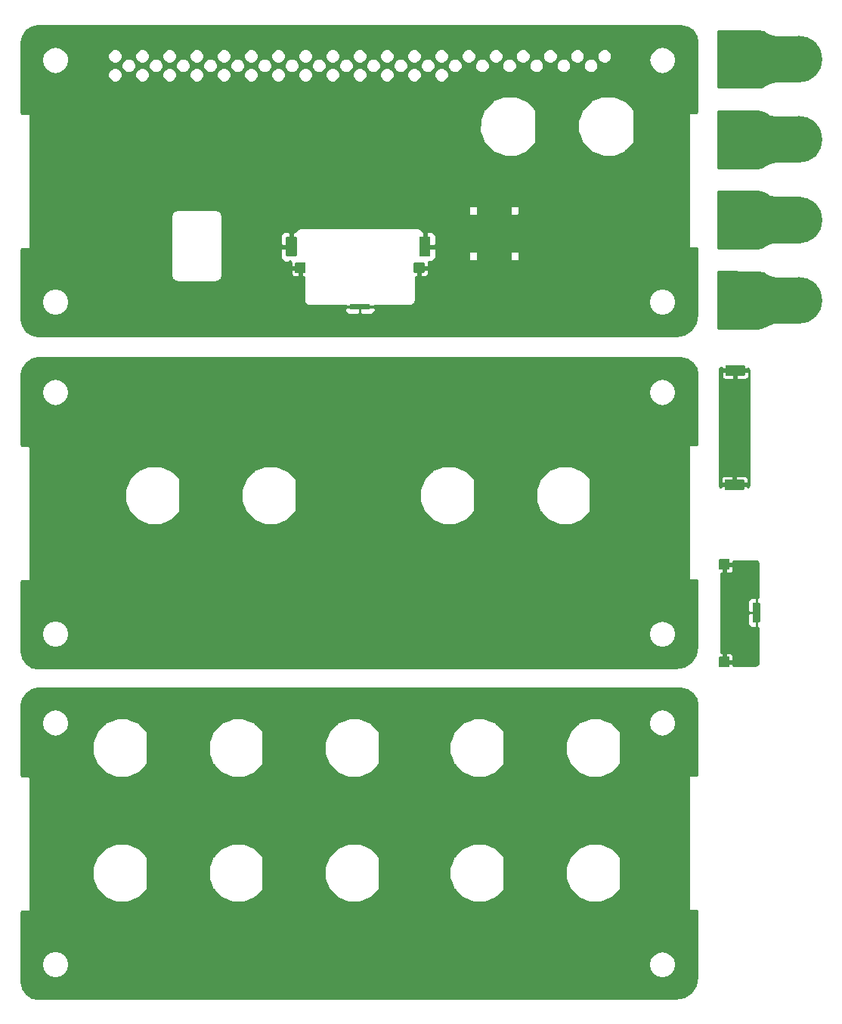
<source format=gtl>
%MOIN*%
%OFA0B0*%
%FSLAX46Y46*%
%IPPOS*%
%LPD*%
%ADD10C,0.005905511811023622*%
%ADD11C,0.031496062992125991*%
%ADD12C,0.047244094488188976*%
%ADD13C,0.023622047244094488*%
%ADD14C,0.01*%
%ADD25C,0.005905511811023622*%
%ADD26C,0.20472440944881892*%
%ADD27C,0.01*%
%ADD38C,0.005905511811023622*%
%ADD39C,0.20472440944881892*%
%ADD40C,0.01*%
%ADD51C,0.005905511811023622*%
%ADD52C,0.20472440944881892*%
%ADD53C,0.01*%
%ADD64C,0.005905511811023622*%
%ADD65C,0.20472440944881892*%
%ADD66C,0.01*%
%ADD77C,0.005905511811023622*%
%ADD78C,0.01*%
%ADD89C,0.005905511811023622*%
%ADD90C,0.01*%
%ADD101C,0.005905511811023622*%
%ADD102C,0.031496062992125991*%
%ADD103C,0.01*%
%ADD114C,0.005905511811023622*%
%ADD115C,0.031496062992125991*%
%ADD116C,0.01*%
%LPD*%
G01G01G01G01G01G01G01G01*
D10*
D11*
X0000000000Y0004330708D02*
X0002008852Y0003850810D03*
X0002029159Y0003926597D03*
X0002084639Y0003982076D03*
X0002160427Y0004002384D03*
X0002236214Y0003982076D03*
X0002291694Y0003926597D03*
X0002292317Y0003850810D03*
X0002291694Y0003775022D03*
X0002236214Y0003719542D03*
X0002160427Y0003699235D03*
X0002084639Y0003719542D03*
X0002029159Y0003775022D03*
X0002462230Y0003775022D03*
X0002517710Y0003719542D03*
X0002593497Y0003699235D03*
X0002669285Y0003719542D03*
X0002724765Y0003775022D03*
X0002725387Y0003850810D03*
X0002724765Y0003926597D03*
X0002669285Y0003982076D03*
X0002593497Y0004002384D03*
X0002517710Y0003982076D03*
X0002462230Y0003926597D03*
X0002441923Y0003850810D03*
D10*
G36*
X0001255575Y0003248653D02*
X0001256034Y0003248585D01*
X0001256483Y0003248472D01*
X0001256920Y0003248316D01*
X0001257339Y0003248118D01*
X0001257737Y0003247880D01*
X0001258109Y0003247602D01*
X0001258453Y0003247292D01*
X0001258764Y0003246949D01*
X0001259040Y0003246576D01*
X0001259278Y0003246179D01*
X0001259477Y0003245759D01*
X0001259633Y0003245323D01*
X0001259745Y0003244872D01*
X0001259814Y0003244415D01*
X0001259836Y0003243950D01*
X0001259836Y0003206156D01*
X0001259814Y0003205693D01*
X0001259745Y0003205235D01*
X0001259633Y0003204785D01*
X0001259477Y0003204347D01*
X0001259278Y0003203929D01*
X0001259040Y0003203531D01*
X0001258764Y0003203159D01*
X0001258453Y0003202816D01*
X0001258109Y0003202504D01*
X0001257737Y0003202228D01*
X0001257339Y0003201990D01*
X0001256920Y0003201790D01*
X0001256483Y0003201635D01*
X0001256034Y0003201523D01*
X0001255575Y0003201455D01*
X0001255112Y0003201432D01*
X0001217317Y0003201432D01*
X0001216854Y0003201455D01*
X0001216395Y0003201523D01*
X0001215945Y0003201635D01*
X0001215509Y0003201790D01*
X0001215090Y0003201990D01*
X0001214692Y0003202228D01*
X0001214319Y0003202504D01*
X0001213976Y0003202816D01*
X0001213665Y0003203159D01*
X0001213388Y0003203531D01*
X0001213150Y0003203929D01*
X0001212952Y0003204347D01*
X0001212796Y0003204785D01*
X0001212683Y0003205235D01*
X0001212615Y0003205693D01*
X0001212592Y0003206156D01*
X0001212592Y0003243950D01*
X0001212615Y0003244415D01*
X0001212683Y0003244872D01*
X0001212796Y0003245323D01*
X0001212952Y0003245759D01*
X0001213150Y0003246179D01*
X0001213388Y0003246576D01*
X0001213665Y0003246949D01*
X0001213976Y0003247292D01*
X0001214319Y0003247602D01*
X0001214692Y0003247880D01*
X0001215090Y0003248118D01*
X0001215509Y0003248316D01*
X0001215945Y0003248472D01*
X0001216395Y0003248585D01*
X0001216854Y0003248653D01*
X0001217317Y0003248676D01*
X0001255112Y0003248676D01*
X0001255575Y0003248653D01*
X0001255575Y0003248653D01*
G37*
D12*
X0001236214Y0003225053D03*
D10*
G36*
X0001779591Y0003249047D02*
X0001780049Y0003248979D01*
X0001780499Y0003248866D01*
X0001780936Y0003248710D01*
X0001781355Y0003248512D01*
X0001781752Y0003248273D01*
X0001782125Y0003247997D01*
X0001782468Y0003247686D01*
X0001782780Y0003247342D01*
X0001783056Y0003246970D01*
X0001783294Y0003246572D01*
X0001783492Y0003246153D01*
X0001783649Y0003245717D01*
X0001783759Y0003245267D01*
X0001783829Y0003244808D01*
X0001783852Y0003244345D01*
X0001783852Y0003206550D01*
X0001783829Y0003206087D01*
X0001783759Y0003205628D01*
X0001783649Y0003205178D01*
X0001783492Y0003204742D01*
X0001783294Y0003204323D01*
X0001783056Y0003203925D01*
X0001782780Y0003203553D01*
X0001782468Y0003203208D01*
X0001782125Y0003202898D01*
X0001781752Y0003202622D01*
X0001781355Y0003202382D01*
X0001780936Y0003202185D01*
X0001780499Y0003202029D01*
X0001780049Y0003201916D01*
X0001779591Y0003201848D01*
X0001779128Y0003201825D01*
X0001741331Y0003201825D01*
X0001740869Y0003201848D01*
X0001740411Y0003201916D01*
X0001739960Y0003202029D01*
X0001739524Y0003202185D01*
X0001739105Y0003202382D01*
X0001738708Y0003202622D01*
X0001738335Y0003202898D01*
X0001737990Y0003203208D01*
X0001737680Y0003203553D01*
X0001737404Y0003203925D01*
X0001737166Y0003204323D01*
X0001736968Y0003204742D01*
X0001736811Y0003205178D01*
X0001736699Y0003205628D01*
X0001736631Y0003206087D01*
X0001736608Y0003206550D01*
X0001736608Y0003244345D01*
X0001736631Y0003244808D01*
X0001736699Y0003245267D01*
X0001736811Y0003245717D01*
X0001736968Y0003246153D01*
X0001737166Y0003246572D01*
X0001737404Y0003246970D01*
X0001737680Y0003247342D01*
X0001737990Y0003247686D01*
X0001738335Y0003247997D01*
X0001738708Y0003248273D01*
X0001739105Y0003248512D01*
X0001739524Y0003248710D01*
X0001739960Y0003248866D01*
X0001740411Y0003248979D01*
X0001740869Y0003249047D01*
X0001741331Y0003249070D01*
X0001779128Y0003249070D01*
X0001779591Y0003249047D01*
X0001779591Y0003249047D01*
G37*
D12*
X0001760230Y0003225448D03*
D10*
G36*
X0001540383Y0003066775D02*
X0001540612Y0003066741D01*
X0001540837Y0003066683D01*
X0001541055Y0003066606D01*
X0001541265Y0003066507D01*
X0001541462Y0003066388D01*
X0001541648Y0003066250D01*
X0001541822Y0003066094D01*
X0001541977Y0003065922D01*
X0001542115Y0003065736D01*
X0001542234Y0003065537D01*
X0001542334Y0003065328D01*
X0001542412Y0003065110D01*
X0001542468Y0003064885D01*
X0001542502Y0003064655D01*
X0001542513Y0003064424D01*
X0001542513Y0003045526D01*
X0001542502Y0003045294D01*
X0001542468Y0003045065D01*
X0001542412Y0003044841D01*
X0001542334Y0003044622D01*
X0001542234Y0003044413D01*
X0001542115Y0003044214D01*
X0001541977Y0003044028D01*
X0001541822Y0003043856D01*
X0001541648Y0003043700D01*
X0001541462Y0003043562D01*
X0001541265Y0003043443D01*
X0001541055Y0003043344D01*
X0001540837Y0003043266D01*
X0001540612Y0003043209D01*
X0001540383Y0003043175D01*
X0001540151Y0003043164D01*
X0001458261Y0003043164D01*
X0001458030Y0003043175D01*
X0001457799Y0003043209D01*
X0001457576Y0003043266D01*
X0001457357Y0003043344D01*
X0001457148Y0003043443D01*
X0001456949Y0003043562D01*
X0001456763Y0003043700D01*
X0001456591Y0003043856D01*
X0001456435Y0003044028D01*
X0001456297Y0003044214D01*
X0001456178Y0003044413D01*
X0001456079Y0003044622D01*
X0001456001Y0003044841D01*
X0001455945Y0003045065D01*
X0001455911Y0003045294D01*
X0001455899Y0003045526D01*
X0001455899Y0003064424D01*
X0001455911Y0003064655D01*
X0001455945Y0003064885D01*
X0001456001Y0003065110D01*
X0001456079Y0003065328D01*
X0001456178Y0003065537D01*
X0001456297Y0003065736D01*
X0001456435Y0003065922D01*
X0001456591Y0003066094D01*
X0001456763Y0003066250D01*
X0001456949Y0003066388D01*
X0001457148Y0003066507D01*
X0001457357Y0003066606D01*
X0001457576Y0003066683D01*
X0001457799Y0003066741D01*
X0001458030Y0003066775D01*
X0001458261Y0003066786D01*
X0001540151Y0003066786D01*
X0001540383Y0003066775D01*
X0001540383Y0003066775D01*
G37*
D13*
X0001499206Y0003054975D03*
D10*
G36*
X0001216205Y0003362351D02*
X0001216663Y0003362283D01*
X0001217113Y0003362170D01*
X0001217550Y0003362014D01*
X0001217969Y0003361816D01*
X0001218367Y0003361577D01*
X0001218739Y0003361301D01*
X0001219082Y0003360990D01*
X0001219394Y0003360646D01*
X0001219670Y0003360274D01*
X0001219908Y0003359876D01*
X0001220107Y0003359457D01*
X0001220263Y0003359020D01*
X0001220375Y0003358571D01*
X0001220443Y0003358112D01*
X0001220466Y0003357649D01*
X0001220466Y0003280484D01*
X0001220443Y0003280021D01*
X0001220375Y0003279562D01*
X0001220263Y0003279112D01*
X0001220107Y0003278676D01*
X0001219908Y0003278256D01*
X0001219670Y0003277859D01*
X0001219394Y0003277486D01*
X0001219082Y0003277143D01*
X0001218739Y0003276832D01*
X0001218367Y0003276555D01*
X0001217969Y0003276317D01*
X0001217550Y0003276119D01*
X0001217113Y0003275963D01*
X0001216663Y0003275850D01*
X0001216205Y0003275782D01*
X0001215742Y0003275759D01*
X0001177947Y0003275759D01*
X0001177483Y0003275782D01*
X0001177025Y0003275850D01*
X0001176575Y0003275963D01*
X0001176139Y0003276119D01*
X0001175719Y0003276317D01*
X0001175322Y0003276555D01*
X0001174949Y0003276832D01*
X0001174606Y0003277143D01*
X0001174295Y0003277486D01*
X0001174018Y0003277859D01*
X0001173780Y0003278256D01*
X0001173582Y0003278676D01*
X0001173426Y0003279112D01*
X0001173313Y0003279562D01*
X0001173245Y0003280021D01*
X0001173222Y0003280484D01*
X0001173222Y0003357649D01*
X0001173245Y0003358112D01*
X0001173313Y0003358571D01*
X0001173426Y0003359020D01*
X0001173582Y0003359457D01*
X0001173780Y0003359876D01*
X0001174018Y0003360274D01*
X0001174295Y0003360646D01*
X0001174606Y0003360990D01*
X0001174949Y0003361301D01*
X0001175322Y0003361577D01*
X0001175719Y0003361816D01*
X0001176139Y0003362014D01*
X0001176575Y0003362170D01*
X0001177025Y0003362283D01*
X0001177483Y0003362351D01*
X0001177947Y0003362373D01*
X0001215742Y0003362373D01*
X0001216205Y0003362351D01*
X0001216205Y0003362351D01*
G37*
D12*
X0001196844Y0003319066D03*
D10*
G36*
X0001804788Y0003362547D02*
X0001805246Y0003362479D01*
X0001805696Y0003362367D01*
X0001806132Y0003362211D01*
X0001806552Y0003362012D01*
X0001806949Y0003361774D01*
X0001807322Y0003361498D01*
X0001807665Y0003361186D01*
X0001807976Y0003360843D01*
X0001808253Y0003360470D01*
X0001808491Y0003360073D01*
X0001808689Y0003359654D01*
X0001808845Y0003359217D01*
X0001808958Y0003358767D01*
X0001809026Y0003358309D01*
X0001809048Y0003357846D01*
X0001809048Y0003280680D01*
X0001809026Y0003280217D01*
X0001808958Y0003279758D01*
X0001808845Y0003279309D01*
X0001808689Y0003278872D01*
X0001808491Y0003278453D01*
X0001808253Y0003278056D01*
X0001807976Y0003277683D01*
X0001807665Y0003277339D01*
X0001807322Y0003277028D01*
X0001806949Y0003276752D01*
X0001806552Y0003276514D01*
X0001806132Y0003276316D01*
X0001805696Y0003276159D01*
X0001805246Y0003276047D01*
X0001804788Y0003275979D01*
X0001804324Y0003275956D01*
X0001766529Y0003275956D01*
X0001766066Y0003275979D01*
X0001765607Y0003276047D01*
X0001765158Y0003276159D01*
X0001764721Y0003276316D01*
X0001764302Y0003276514D01*
X0001763904Y0003276752D01*
X0001763532Y0003277028D01*
X0001763189Y0003277339D01*
X0001762877Y0003277683D01*
X0001762601Y0003278056D01*
X0001762363Y0003278453D01*
X0001762163Y0003278872D01*
X0001762008Y0003279309D01*
X0001761895Y0003279758D01*
X0001761828Y0003280217D01*
X0001761805Y0003280680D01*
X0001761805Y0003357846D01*
X0001761828Y0003358309D01*
X0001761895Y0003358767D01*
X0001762008Y0003359217D01*
X0001762163Y0003359654D01*
X0001762363Y0003360073D01*
X0001762601Y0003360470D01*
X0001762877Y0003360843D01*
X0001763189Y0003361186D01*
X0001763532Y0003361498D01*
X0001763904Y0003361774D01*
X0001764302Y0003362012D01*
X0001764721Y0003362211D01*
X0001765158Y0003362367D01*
X0001765607Y0003362479D01*
X0001766066Y0003362547D01*
X0001766529Y0003362570D01*
X0001804324Y0003362570D01*
X0001804788Y0003362547D01*
X0001804788Y0003362547D01*
G37*
D12*
X0001785426Y0003319263D03*
D14*
G36*
X0002941596Y0004287519D02*
X0002965356Y0004271643D01*
X0002981233Y0004247882D01*
X0002986914Y0004219322D01*
X0002986914Y0003916447D01*
X0002986328Y0003913501D01*
X0002984960Y0003911454D01*
X0002982912Y0003910085D01*
X0002979965Y0003909499D01*
X0002953331Y0003909499D01*
X0002951267Y0003909089D01*
X0002949517Y0003907919D01*
X0002948347Y0003906169D01*
X0002947938Y0003904106D01*
X0002947938Y0003319854D01*
X0002948347Y0003317789D01*
X0002949517Y0003316039D01*
X0002951267Y0003314871D01*
X0002953331Y0003314460D01*
X0002979965Y0003314460D01*
X0002982912Y0003313874D01*
X0002984960Y0003312506D01*
X0002986328Y0003310458D01*
X0002986914Y0003307511D01*
X0002986914Y0003019598D01*
X0002979765Y0002983656D01*
X0002959706Y0002953636D01*
X0002929687Y0002933578D01*
X0002893744Y0002926428D01*
X0000079845Y0002926034D01*
X0000051287Y0002931716D01*
X0000027526Y0002947592D01*
X0000011650Y0002971353D01*
X0000005969Y0002999913D01*
X0000005969Y0003076743D01*
X0000095379Y0003076743D01*
X0000099985Y0003053587D01*
X0000113102Y0003033955D01*
X0000132733Y0003020838D01*
X0000155890Y0003016232D01*
X0000179047Y0003020838D01*
X0000198679Y0003033955D01*
X0000207995Y0003047898D01*
X0001431214Y0003047898D01*
X0001431214Y0003038254D01*
X0001434972Y0003029181D01*
X0001441916Y0003022237D01*
X0001450989Y0003018479D01*
X0001492130Y0003018479D01*
X0001498301Y0003024649D01*
X0001498301Y0003054070D01*
X0001500112Y0003054070D01*
X0001500112Y0003024649D01*
X0001506283Y0003018479D01*
X0001547424Y0003018479D01*
X0001556496Y0003022237D01*
X0001563440Y0003029181D01*
X0001567198Y0003038254D01*
X0001567198Y0003047898D01*
X0001561027Y0003054070D01*
X0001500112Y0003054070D01*
X0001498301Y0003054070D01*
X0001437385Y0003054070D01*
X0001431214Y0003047898D01*
X0000207995Y0003047898D01*
X0000211796Y0003053587D01*
X0000216402Y0003076743D01*
X0000211796Y0003099900D01*
X0000198679Y0003119532D01*
X0000179047Y0003132649D01*
X0000155890Y0003137255D01*
X0000132733Y0003132649D01*
X0000113102Y0003119532D01*
X0000099985Y0003099900D01*
X0000095379Y0003076743D01*
X0000005969Y0003076743D01*
X0000005969Y0003303573D01*
X0000006555Y0003306521D01*
X0000007922Y0003308569D01*
X0000009971Y0003309937D01*
X0000012918Y0003310523D01*
X0000039552Y0003310523D01*
X0000041616Y0003310934D01*
X0000043366Y0003312103D01*
X0000044535Y0003313853D01*
X0000044945Y0003315917D01*
X0000044945Y0003454975D01*
X0000666253Y0003454975D01*
X0000666253Y0003191196D01*
X0000666387Y0003190522D01*
X0000666387Y0003189836D01*
X0000667886Y0003182303D01*
X0000667886Y0003182303D01*
X0000668926Y0003179790D01*
X0000673194Y0003173405D01*
X0000675115Y0003171482D01*
X0000681501Y0003167215D01*
X0000681501Y0003167215D01*
X0000682974Y0003166605D01*
X0000684014Y0003166174D01*
X0000684015Y0003166174D01*
X0000691548Y0003164676D01*
X0000692234Y0003164676D01*
X0000692907Y0003164542D01*
X0000864167Y0003164542D01*
X0000864840Y0003164676D01*
X0000865526Y0003164676D01*
X0000873060Y0003166174D01*
X0000873060Y0003166174D01*
X0000875572Y0003167215D01*
X0000881958Y0003171482D01*
X0000883881Y0003173405D01*
X0000888148Y0003179790D01*
X0000888148Y0003179790D01*
X0000889188Y0003182303D01*
X0000890687Y0003189836D01*
X0000890687Y0003190522D01*
X0000890821Y0003191196D01*
X0000890821Y0003216008D01*
X0001195781Y0003216008D01*
X0001195781Y0003198088D01*
X0001198340Y0003191909D01*
X0001203070Y0003187179D01*
X0001209248Y0003184621D01*
X0001227169Y0003184621D01*
X0001231372Y0003188824D01*
X0001231372Y0003220211D01*
X0001199984Y0003220211D01*
X0001195781Y0003216008D01*
X0000890821Y0003216008D01*
X0000890821Y0003308052D01*
X0001148537Y0003308052D01*
X0001148537Y0003270849D01*
X0001152295Y0003261776D01*
X0001159239Y0003254832D01*
X0001168312Y0003251074D01*
X0001185830Y0003251074D01*
X0001192002Y0003257244D01*
X0001192002Y0003251074D01*
X0001195781Y0003251074D01*
X0001195781Y0003234098D01*
X0001199984Y0003229896D01*
X0001231372Y0003229896D01*
X0001231372Y0003230684D01*
X0001241057Y0003230684D01*
X0001241057Y0003229896D01*
X0001241844Y0003229896D01*
X0001241844Y0003220211D01*
X0001241057Y0003220211D01*
X0001241057Y0003188824D01*
X0001245260Y0003184621D01*
X0001250899Y0003184621D01*
X0001250899Y0003084895D01*
X0001251033Y0003084223D01*
X0001251033Y0003083537D01*
X0001252532Y0003076004D01*
X0001252532Y0003076004D01*
X0001253572Y0003073492D01*
X0001257839Y0003067105D01*
X0001259762Y0003065183D01*
X0001266148Y0003060916D01*
X0001266148Y0003060916D01*
X0001267620Y0003060306D01*
X0001268660Y0003059875D01*
X0001268660Y0003059875D01*
X0001276193Y0003058377D01*
X0001276880Y0003058377D01*
X0001277553Y0003058243D01*
X0001435023Y0003058243D01*
X0001437385Y0003055881D01*
X0001498301Y0003055881D01*
X0001498301Y0003056668D01*
X0001500112Y0003056668D01*
X0001500112Y0003055881D01*
X0001561027Y0003055881D01*
X0001563389Y0003058243D01*
X0001718498Y0003058243D01*
X0001719171Y0003058377D01*
X0001719857Y0003058377D01*
X0001727389Y0003059875D01*
X0001727389Y0003059875D01*
X0001729902Y0003060916D01*
X0001736289Y0003065183D01*
X0001738211Y0003067105D01*
X0001742478Y0003073492D01*
X0001742478Y0003073492D01*
X0001743088Y0003074963D01*
X0001743418Y0003075759D01*
X0002771560Y0003075759D01*
X0002776166Y0003052602D01*
X0002789283Y0003032971D01*
X0002808915Y0003019853D01*
X0002832071Y0003015247D01*
X0002855227Y0003019853D01*
X0002874859Y0003032971D01*
X0002887977Y0003052602D01*
X0002892583Y0003075759D01*
X0002887977Y0003098916D01*
X0002874859Y0003118547D01*
X0002855227Y0003131664D01*
X0002832071Y0003136271D01*
X0002808915Y0003131664D01*
X0002789283Y0003118547D01*
X0002776166Y0003098916D01*
X0002771560Y0003075759D01*
X0001743418Y0003075759D01*
X0001743519Y0003076004D01*
X0001743519Y0003076004D01*
X0001745017Y0003083537D01*
X0001745017Y0003084223D01*
X0001745151Y0003084895D01*
X0001745151Y0003185014D01*
X0001751185Y0003185014D01*
X0001755387Y0003189217D01*
X0001755387Y0003220605D01*
X0001765072Y0003220605D01*
X0001765072Y0003189217D01*
X0001769275Y0003185014D01*
X0001787196Y0003185014D01*
X0001793375Y0003187574D01*
X0001798104Y0003192303D01*
X0001800663Y0003198482D01*
X0001800663Y0003216402D01*
X0001796460Y0003220605D01*
X0001765072Y0003220605D01*
X0001755387Y0003220605D01*
X0001754600Y0003220605D01*
X0001754600Y0003230289D01*
X0001755387Y0003230289D01*
X0001755387Y0003231077D01*
X0001765072Y0003231077D01*
X0001765072Y0003230289D01*
X0001796460Y0003230289D01*
X0001800663Y0003234493D01*
X0001800663Y0003251271D01*
X0001813959Y0003251271D01*
X0001823032Y0003255029D01*
X0001829975Y0003261972D01*
X0001833734Y0003271046D01*
X0001833734Y0003293558D01*
X0001977687Y0003293558D01*
X0001977687Y0003262061D01*
X0001978067Y0003260148D01*
X0001979150Y0003258526D01*
X0001980773Y0003257442D01*
X0001982687Y0003257062D01*
X0002014183Y0003257062D01*
X0002016096Y0003257442D01*
X0002017718Y0003258526D01*
X0002018802Y0003260148D01*
X0002019183Y0003262061D01*
X0002019183Y0003293558D01*
X0002160324Y0003293558D01*
X0002160324Y0003262061D01*
X0002160705Y0003260148D01*
X0002161789Y0003258526D01*
X0002163411Y0003257442D01*
X0002165324Y0003257062D01*
X0002196820Y0003257062D01*
X0002198734Y0003257442D01*
X0002200356Y0003258526D01*
X0002201440Y0003260148D01*
X0002201820Y0003262061D01*
X0002201820Y0003293558D01*
X0002201440Y0003295471D01*
X0002200356Y0003297093D01*
X0002198734Y0003298177D01*
X0002196820Y0003298557D01*
X0002165324Y0003298557D01*
X0002163411Y0003298177D01*
X0002161789Y0003297093D01*
X0002160705Y0003295471D01*
X0002160324Y0003293558D01*
X0002019183Y0003293558D01*
X0002018802Y0003295471D01*
X0002017718Y0003297093D01*
X0002016096Y0003298177D01*
X0002014183Y0003298557D01*
X0001982687Y0003298557D01*
X0001980773Y0003298177D01*
X0001979150Y0003297093D01*
X0001978067Y0003295471D01*
X0001977687Y0003293558D01*
X0001833734Y0003293558D01*
X0001833734Y0003308249D01*
X0001827563Y0003314421D01*
X0001790269Y0003314421D01*
X0001790269Y0003313633D01*
X0001780584Y0003313633D01*
X0001780584Y0003314421D01*
X0001779797Y0003314421D01*
X0001779797Y0003324106D01*
X0001780584Y0003324106D01*
X0001780584Y0003381083D01*
X0001790269Y0003381083D01*
X0001790269Y0003324106D01*
X0001827563Y0003324106D01*
X0001833734Y0003330277D01*
X0001833734Y0003367480D01*
X0001829975Y0003376553D01*
X0001823032Y0003383497D01*
X0001813959Y0003387255D01*
X0001796441Y0003387255D01*
X0001790269Y0003381083D01*
X0001780584Y0003381083D01*
X0001777093Y0003384575D01*
X0001776983Y0003385128D01*
X0001775943Y0003387640D01*
X0001775943Y0003387640D01*
X0001771676Y0003394026D01*
X0001769753Y0003395949D01*
X0001763367Y0003400216D01*
X0001760854Y0003401256D01*
X0001760854Y0003401256D01*
X0001753322Y0003402755D01*
X0001752635Y0003402755D01*
X0001751960Y0003402888D01*
X0001238183Y0003402888D01*
X0001237510Y0003402755D01*
X0001236823Y0003402755D01*
X0001229290Y0003401256D01*
X0001229290Y0003401256D01*
X0001228303Y0003400846D01*
X0001226778Y0003400216D01*
X0001226778Y0003400216D01*
X0001220392Y0003395949D01*
X0001218469Y0003394026D01*
X0001214202Y0003387640D01*
X0001214202Y0003387640D01*
X0001213961Y0003387058D01*
X0001207858Y0003387058D01*
X0001201687Y0003380887D01*
X0001201687Y0003323909D01*
X0001202474Y0003323909D01*
X0001202474Y0003314223D01*
X0001201687Y0003314223D01*
X0001201687Y0003313436D01*
X0001192002Y0003313436D01*
X0001192002Y0003314223D01*
X0001154708Y0003314223D01*
X0001148537Y0003308052D01*
X0000890821Y0003308052D01*
X0000890821Y0003367284D01*
X0001148537Y0003367284D01*
X0001148537Y0003330079D01*
X0001154708Y0003323909D01*
X0001192002Y0003323909D01*
X0001192002Y0003380887D01*
X0001185830Y0003387058D01*
X0001168312Y0003387058D01*
X0001159239Y0003383300D01*
X0001152295Y0003376356D01*
X0001148537Y0003367284D01*
X0000890821Y0003367284D01*
X0000890821Y0003454975D01*
X0000890687Y0003455647D01*
X0000890687Y0003456335D01*
X0000889188Y0003463868D01*
X0000888148Y0003466379D01*
X0000888148Y0003466379D01*
X0000883880Y0003472766D01*
X0000881958Y0003474689D01*
X0000875572Y0003478956D01*
X0000873060Y0003479996D01*
X0000873060Y0003479996D01*
X0000865526Y0003481495D01*
X0000864840Y0003481495D01*
X0000864167Y0003481629D01*
X0000692907Y0003481629D01*
X0000692234Y0003481495D01*
X0000691548Y0003481495D01*
X0000684015Y0003479996D01*
X0000684014Y0003479996D01*
X0000683028Y0003479588D01*
X0000681501Y0003478956D01*
X0000681501Y0003478956D01*
X0000675115Y0003474689D01*
X0000673194Y0003472766D01*
X0000668926Y0003466379D01*
X0000668926Y0003466379D01*
X0000667886Y0003463868D01*
X0000666387Y0003456335D01*
X0000666387Y0003455647D01*
X0000666253Y0003454975D01*
X0000044945Y0003454975D01*
X0000044945Y0003494345D01*
X0001977253Y0003494345D01*
X0001977253Y0003462849D01*
X0001977634Y0003460936D01*
X0001978716Y0003459314D01*
X0001980340Y0003458230D01*
X0001982253Y0003457849D01*
X0002013748Y0003457849D01*
X0002015663Y0003458230D01*
X0002017285Y0003459314D01*
X0002018368Y0003460936D01*
X0002018749Y0003462849D01*
X0002018749Y0003494345D01*
X0002160324Y0003494345D01*
X0002160324Y0003462849D01*
X0002160705Y0003460936D01*
X0002161789Y0003459314D01*
X0002163411Y0003458230D01*
X0002165324Y0003457849D01*
X0002196820Y0003457849D01*
X0002198734Y0003458230D01*
X0002200356Y0003459314D01*
X0002201440Y0003460936D01*
X0002201820Y0003462849D01*
X0002201820Y0003494345D01*
X0002201440Y0003496259D01*
X0002200356Y0003497881D01*
X0002198734Y0003498965D01*
X0002196820Y0003499345D01*
X0002165324Y0003499345D01*
X0002163411Y0003498965D01*
X0002161789Y0003497881D01*
X0002160705Y0003496259D01*
X0002160324Y0003494345D01*
X0002018749Y0003494345D01*
X0002018368Y0003496259D01*
X0002017285Y0003497881D01*
X0002015663Y0003498965D01*
X0002013748Y0003499345D01*
X0001982253Y0003499345D01*
X0001980340Y0003498965D01*
X0001978716Y0003497881D01*
X0001977634Y0003496259D01*
X0001977253Y0003494345D01*
X0000044945Y0003494345D01*
X0000044945Y0003826045D01*
X0002026921Y0003826045D01*
X0002027521Y0003823000D01*
X0002027521Y0003823000D01*
X0002046560Y0003776840D01*
X0002046560Y0003776840D01*
X0002046790Y0003776495D01*
X0002048280Y0003774257D01*
X0002048280Y0003774257D01*
X0002083535Y0003738896D01*
X0002083535Y0003738896D01*
X0002084569Y0003738202D01*
X0002086112Y0003737168D01*
X0002086113Y0003737168D01*
X0002132216Y0003717988D01*
X0002132216Y0003717988D01*
X0002135258Y0003717379D01*
X0002185191Y0003717304D01*
X0002188236Y0003717904D01*
X0002188236Y0003717905D01*
X0002234397Y0003736943D01*
X0002234397Y0003736943D01*
X0002235947Y0003737976D01*
X0002236980Y0003738663D01*
X0002236980Y0003738663D01*
X0002272341Y0003773918D01*
X0002272344Y0003773923D01*
X0002272350Y0003773926D01*
X0002273212Y0003775218D01*
X0002274069Y0003776495D01*
X0002274070Y0003776501D01*
X0002274073Y0003776506D01*
X0002274371Y0003778002D01*
X0002274679Y0003779538D01*
X0002274678Y0003779544D01*
X0002274679Y0003779550D01*
X0002274679Y0003826045D01*
X0002459992Y0003826045D01*
X0002460592Y0003823000D01*
X0002460592Y0003823000D01*
X0002479631Y0003776840D01*
X0002479631Y0003776840D01*
X0002479861Y0003776495D01*
X0002481351Y0003774257D01*
X0002481351Y0003774257D01*
X0002516606Y0003738896D01*
X0002516606Y0003738896D01*
X0002517640Y0003738202D01*
X0002519183Y0003737168D01*
X0002519184Y0003737168D01*
X0002565286Y0003717988D01*
X0002565287Y0003717988D01*
X0002568329Y0003717379D01*
X0002618262Y0003717304D01*
X0002621307Y0003717904D01*
X0002621307Y0003717905D01*
X0002667467Y0003736943D01*
X0002667468Y0003736943D01*
X0002669018Y0003737976D01*
X0002670050Y0003738663D01*
X0002670050Y0003738663D01*
X0002705411Y0003773918D01*
X0002705415Y0003773923D01*
X0002705420Y0003773926D01*
X0002706283Y0003775218D01*
X0002707140Y0003776495D01*
X0002707140Y0003776501D01*
X0002707144Y0003776506D01*
X0002707442Y0003778002D01*
X0002707750Y0003779538D01*
X0002707748Y0003779544D01*
X0002707750Y0003779550D01*
X0002707750Y0003922069D01*
X0002707750Y0003922070D01*
X0002707144Y0003925113D01*
X0002705420Y0003927693D01*
X0002670381Y0003962732D01*
X0002669087Y0003963597D01*
X0002667812Y0003964452D01*
X0002667801Y0003964456D01*
X0002667801Y0003964456D01*
X0002667801Y0003964456D01*
X0002621709Y0003983630D01*
X0002621709Y0003983630D01*
X0002621709Y0003983630D01*
X0002619276Y0003984118D01*
X0002618666Y0003984240D01*
X0002618666Y0003984240D01*
X0002568732Y0003984316D01*
X0002565688Y0003983714D01*
X0002519528Y0003964676D01*
X0002519528Y0003964676D01*
X0002516945Y0003962956D01*
X0002481584Y0003927701D01*
X0002479856Y0003925124D01*
X0002479856Y0003925124D01*
X0002460677Y0003879021D01*
X0002460677Y0003879021D01*
X0002460067Y0003875978D01*
X0002459992Y0003826045D01*
X0002274679Y0003826045D01*
X0002274679Y0003922069D01*
X0002274679Y0003922070D01*
X0002274073Y0003925113D01*
X0002272350Y0003927693D01*
X0002237310Y0003962732D01*
X0002236016Y0003963597D01*
X0002234741Y0003964452D01*
X0002234730Y0003964456D01*
X0002234730Y0003964456D01*
X0002234730Y0003964456D01*
X0002188638Y0003983630D01*
X0002188638Y0003983630D01*
X0002188638Y0003983630D01*
X0002186205Y0003984118D01*
X0002185595Y0003984240D01*
X0002185595Y0003984240D01*
X0002135662Y0003984316D01*
X0002132618Y0003983714D01*
X0002086456Y0003964676D01*
X0002086456Y0003964676D01*
X0002083873Y0003962956D01*
X0002048512Y0003927701D01*
X0002046784Y0003925124D01*
X0002046784Y0003925124D01*
X0002027606Y0003879021D01*
X0002027606Y0003879021D01*
X0002026996Y0003875978D01*
X0002026921Y0003826045D01*
X0000044945Y0003826045D01*
X0000044945Y0003900168D01*
X0000044535Y0003902233D01*
X0000043366Y0003903983D01*
X0000041616Y0003905152D01*
X0000039552Y0003905561D01*
X0000012918Y0003905561D01*
X0000009971Y0003906148D01*
X0000007922Y0003907517D01*
X0000006555Y0003909564D01*
X0000005969Y0003912511D01*
X0000005969Y0004070099D01*
X0000386731Y0004070099D01*
X0000391678Y0004058127D01*
X0000400829Y0004048960D01*
X0000412791Y0004043993D01*
X0000425743Y0004043980D01*
X0000437715Y0004048928D01*
X0000446881Y0004058079D01*
X0000451849Y0004070042D01*
X0000451849Y0004070099D01*
X0000506633Y0004070099D01*
X0000511579Y0004058127D01*
X0000520730Y0004048960D01*
X0000532693Y0004043993D01*
X0000545645Y0004043980D01*
X0000557617Y0004048928D01*
X0000566784Y0004058079D01*
X0000571751Y0004070042D01*
X0000571751Y0004070099D01*
X0000626534Y0004070099D01*
X0000631481Y0004058127D01*
X0000640632Y0004048960D01*
X0000652594Y0004043993D01*
X0000665547Y0004043980D01*
X0000677518Y0004048928D01*
X0000686685Y0004058079D01*
X0000691652Y0004070042D01*
X0000691652Y0004070099D01*
X0000746436Y0004070099D01*
X0000751382Y0004058127D01*
X0000760532Y0004048960D01*
X0000772496Y0004043993D01*
X0000785449Y0004043980D01*
X0000797420Y0004048928D01*
X0000806587Y0004058079D01*
X0000811554Y0004070042D01*
X0000811554Y0004070099D01*
X0000866337Y0004070099D01*
X0000871284Y0004058127D01*
X0000880435Y0004048960D01*
X0000892397Y0004043993D01*
X0000905350Y0004043980D01*
X0000917321Y0004048928D01*
X0000926488Y0004058079D01*
X0000931455Y0004070042D01*
X0000931455Y0004070099D01*
X0000986239Y0004070099D01*
X0000991185Y0004058127D01*
X0001000335Y0004048960D01*
X0001012299Y0004043993D01*
X0001025252Y0004043980D01*
X0001037223Y0004048928D01*
X0001046389Y0004058079D01*
X0001051357Y0004070042D01*
X0001051357Y0004070099D01*
X0001106141Y0004070099D01*
X0001111087Y0004058127D01*
X0001120238Y0004048960D01*
X0001132200Y0004043993D01*
X0001145153Y0004043980D01*
X0001157124Y0004048928D01*
X0001166291Y0004058079D01*
X0001171259Y0004070042D01*
X0001171259Y0004070099D01*
X0001226042Y0004070099D01*
X0001230989Y0004058127D01*
X0001240140Y0004048960D01*
X0001252102Y0004043993D01*
X0001265055Y0004043980D01*
X0001277026Y0004048928D01*
X0001286193Y0004058079D01*
X0001291160Y0004070042D01*
X0001291160Y0004070099D01*
X0001345944Y0004070099D01*
X0001350890Y0004058127D01*
X0001360041Y0004048960D01*
X0001372004Y0004043993D01*
X0001384956Y0004043980D01*
X0001396928Y0004048928D01*
X0001406095Y0004058079D01*
X0001411062Y0004070042D01*
X0001411062Y0004070099D01*
X0001465845Y0004070099D01*
X0001470792Y0004058127D01*
X0001479943Y0004048960D01*
X0001491905Y0004043993D01*
X0001504858Y0004043980D01*
X0001516829Y0004048928D01*
X0001525996Y0004058079D01*
X0001530963Y0004070042D01*
X0001530963Y0004070099D01*
X0001585747Y0004070099D01*
X0001590693Y0004058127D01*
X0001599844Y0004048960D01*
X0001611807Y0004043993D01*
X0001624760Y0004043980D01*
X0001636731Y0004048928D01*
X0001645898Y0004058079D01*
X0001650865Y0004070042D01*
X0001650865Y0004070099D01*
X0001705648Y0004070099D01*
X0001710595Y0004058127D01*
X0001719746Y0004048960D01*
X0001731708Y0004043993D01*
X0001744661Y0004043980D01*
X0001756632Y0004048928D01*
X0001765799Y0004058079D01*
X0001770767Y0004070042D01*
X0001770767Y0004070099D01*
X0001825550Y0004070099D01*
X0001830496Y0004058127D01*
X0001839647Y0004048960D01*
X0001851610Y0004043993D01*
X0001864563Y0004043980D01*
X0001876534Y0004048928D01*
X0001885701Y0004058079D01*
X0001890668Y0004070042D01*
X0001890679Y0004082995D01*
X0001885732Y0004094966D01*
X0001876582Y0004104133D01*
X0001864619Y0004109098D01*
X0001851667Y0004109111D01*
X0001839696Y0004104165D01*
X0001830529Y0004095014D01*
X0001825560Y0004083051D01*
X0001825550Y0004070099D01*
X0001770767Y0004070099D01*
X0001770778Y0004082995D01*
X0001765831Y0004094966D01*
X0001756680Y0004104133D01*
X0001744718Y0004109098D01*
X0001731765Y0004109111D01*
X0001719794Y0004104165D01*
X0001710627Y0004095014D01*
X0001705660Y0004083051D01*
X0001705648Y0004070099D01*
X0001650865Y0004070099D01*
X0001650876Y0004082995D01*
X0001645930Y0004094966D01*
X0001636779Y0004104133D01*
X0001624816Y0004109098D01*
X0001611864Y0004109111D01*
X0001599892Y0004104165D01*
X0001590724Y0004095014D01*
X0001585757Y0004083051D01*
X0001585747Y0004070099D01*
X0001530963Y0004070099D01*
X0001530975Y0004082995D01*
X0001526028Y0004094966D01*
X0001516877Y0004104133D01*
X0001504915Y0004109098D01*
X0001491962Y0004109111D01*
X0001479991Y0004104165D01*
X0001470824Y0004095014D01*
X0001465857Y0004083051D01*
X0001465845Y0004070099D01*
X0001411062Y0004070099D01*
X0001411073Y0004082995D01*
X0001406127Y0004094966D01*
X0001396976Y0004104133D01*
X0001385013Y0004109098D01*
X0001372060Y0004109111D01*
X0001360089Y0004104165D01*
X0001350921Y0004095014D01*
X0001345953Y0004083051D01*
X0001345944Y0004070099D01*
X0001291160Y0004070099D01*
X0001291172Y0004082995D01*
X0001286225Y0004094966D01*
X0001277074Y0004104133D01*
X0001265112Y0004109098D01*
X0001252159Y0004109111D01*
X0001240188Y0004104165D01*
X0001231021Y0004095014D01*
X0001226053Y0004083051D01*
X0001226042Y0004070099D01*
X0001171259Y0004070099D01*
X0001171270Y0004082995D01*
X0001166324Y0004094966D01*
X0001157173Y0004104133D01*
X0001145210Y0004109098D01*
X0001132257Y0004109111D01*
X0001120286Y0004104165D01*
X0001111119Y0004095014D01*
X0001106152Y0004083051D01*
X0001106141Y0004070099D01*
X0001051357Y0004070099D01*
X0001051368Y0004082995D01*
X0001046422Y0004094966D01*
X0001037271Y0004104133D01*
X0001025309Y0004109098D01*
X0001012356Y0004109111D01*
X0001000385Y0004104165D01*
X0000991218Y0004095014D01*
X0000986250Y0004083051D01*
X0000986239Y0004070099D01*
X0000931455Y0004070099D01*
X0000931467Y0004082995D01*
X0000926519Y0004094966D01*
X0000917369Y0004104133D01*
X0000905407Y0004109098D01*
X0000892454Y0004109111D01*
X0000880483Y0004104165D01*
X0000871316Y0004095014D01*
X0000866349Y0004083051D01*
X0000866337Y0004070099D01*
X0000811554Y0004070099D01*
X0000811565Y0004082995D01*
X0000806619Y0004094966D01*
X0000797468Y0004104133D01*
X0000785505Y0004109098D01*
X0000772553Y0004109111D01*
X0000760581Y0004104165D01*
X0000751414Y0004095014D01*
X0000746447Y0004083051D01*
X0000746436Y0004070099D01*
X0000691652Y0004070099D01*
X0000691664Y0004082995D01*
X0000686716Y0004094966D01*
X0000677566Y0004104133D01*
X0000665604Y0004109098D01*
X0000652651Y0004109111D01*
X0000640680Y0004104165D01*
X0000631513Y0004095014D01*
X0000626546Y0004083051D01*
X0000626534Y0004070099D01*
X0000571751Y0004070099D01*
X0000571762Y0004082995D01*
X0000566816Y0004094966D01*
X0000557665Y0004104133D01*
X0000545702Y0004109098D01*
X0000532749Y0004109111D01*
X0000520777Y0004104165D01*
X0000511611Y0004095014D01*
X0000506644Y0004083051D01*
X0000506633Y0004070099D01*
X0000451849Y0004070099D01*
X0000451861Y0004082995D01*
X0000446914Y0004094966D01*
X0000437762Y0004104133D01*
X0000425800Y0004109098D01*
X0000412848Y0004109111D01*
X0000400877Y0004104165D01*
X0000391710Y0004095014D01*
X0000386741Y0004083051D01*
X0000386731Y0004070099D01*
X0000005969Y0004070099D01*
X0000005969Y0004141704D01*
X0000095379Y0004141704D01*
X0000099985Y0004118547D01*
X0000113102Y0004098916D01*
X0000132733Y0004085797D01*
X0000155890Y0004081190D01*
X0000179047Y0004085797D01*
X0000198679Y0004098916D01*
X0000206782Y0004111042D01*
X0000446574Y0004111042D01*
X0000451519Y0004099071D01*
X0000460671Y0004089905D01*
X0000472634Y0004084938D01*
X0000485586Y0004084927D01*
X0000497557Y0004089873D01*
X0000506725Y0004099024D01*
X0000511692Y0004110985D01*
X0000511692Y0004111042D01*
X0000566475Y0004111042D01*
X0000571422Y0004099071D01*
X0000580573Y0004089905D01*
X0000592535Y0004084938D01*
X0000605488Y0004084927D01*
X0000617459Y0004089873D01*
X0000626626Y0004099024D01*
X0000631593Y0004110985D01*
X0000631593Y0004111042D01*
X0000686377Y0004111042D01*
X0000691323Y0004099071D01*
X0000700474Y0004089905D01*
X0000712437Y0004084938D01*
X0000725390Y0004084927D01*
X0000737361Y0004089873D01*
X0000746528Y0004099024D01*
X0000751494Y0004110985D01*
X0000751494Y0004111042D01*
X0000806278Y0004111042D01*
X0000811225Y0004099071D01*
X0000820376Y0004089905D01*
X0000832338Y0004084938D01*
X0000845291Y0004084927D01*
X0000857262Y0004089873D01*
X0000866429Y0004099024D01*
X0000871396Y0004110985D01*
X0000871397Y0004111042D01*
X0000926180Y0004111042D01*
X0000931126Y0004099071D01*
X0000940277Y0004089905D01*
X0000952240Y0004084938D01*
X0000965193Y0004084927D01*
X0000977164Y0004089873D01*
X0000986331Y0004099024D01*
X0000991297Y0004110985D01*
X0000991297Y0004111042D01*
X0001046082Y0004111042D01*
X0001051028Y0004099071D01*
X0001060179Y0004089905D01*
X0001072141Y0004084938D01*
X0001085094Y0004084927D01*
X0001097065Y0004089873D01*
X0001106232Y0004099024D01*
X0001111200Y0004110985D01*
X0001111200Y0004111042D01*
X0001165983Y0004111042D01*
X0001170930Y0004099071D01*
X0001180080Y0004089905D01*
X0001192043Y0004084938D01*
X0001204996Y0004084927D01*
X0001216967Y0004089873D01*
X0001226134Y0004099024D01*
X0001231101Y0004110985D01*
X0001231101Y0004111042D01*
X0001285885Y0004111042D01*
X0001290830Y0004099071D01*
X0001299982Y0004089905D01*
X0001311945Y0004084938D01*
X0001324897Y0004084927D01*
X0001336869Y0004089873D01*
X0001346036Y0004099024D01*
X0001351003Y0004110985D01*
X0001351003Y0004111042D01*
X0001405786Y0004111042D01*
X0001410733Y0004099071D01*
X0001419884Y0004089905D01*
X0001431846Y0004084938D01*
X0001444799Y0004084927D01*
X0001456770Y0004089873D01*
X0001465937Y0004099024D01*
X0001470904Y0004110985D01*
X0001470904Y0004111042D01*
X0001525688Y0004111042D01*
X0001530633Y0004099071D01*
X0001539785Y0004089905D01*
X0001551748Y0004084938D01*
X0001564701Y0004084927D01*
X0001576672Y0004089873D01*
X0001585839Y0004099024D01*
X0001590806Y0004110985D01*
X0001590806Y0004111042D01*
X0001645589Y0004111042D01*
X0001650536Y0004099071D01*
X0001659687Y0004089905D01*
X0001671649Y0004084938D01*
X0001684602Y0004084927D01*
X0001696573Y0004089873D01*
X0001705740Y0004099024D01*
X0001710707Y0004110985D01*
X0001710708Y0004111042D01*
X0001765491Y0004111042D01*
X0001770436Y0004099071D01*
X0001779588Y0004089905D01*
X0001791551Y0004084938D01*
X0001804504Y0004084927D01*
X0001816475Y0004089873D01*
X0001825642Y0004099024D01*
X0001830609Y0004110985D01*
X0001830609Y0004111042D01*
X0001885393Y0004111042D01*
X0001890339Y0004099071D01*
X0001899490Y0004089905D01*
X0001911452Y0004084938D01*
X0001924405Y0004084927D01*
X0001936376Y0004089873D01*
X0001945543Y0004099024D01*
X0001950511Y0004110985D01*
X0001950511Y0004111042D01*
X0002005294Y0004111042D01*
X0002010241Y0004099071D01*
X0002019391Y0004089905D01*
X0002031353Y0004084938D01*
X0002044306Y0004084927D01*
X0002056277Y0004089873D01*
X0002065445Y0004099024D01*
X0002070412Y0004110985D01*
X0002070412Y0004111042D01*
X0002125196Y0004111042D01*
X0002130142Y0004099071D01*
X0002139293Y0004089905D01*
X0002151256Y0004084938D01*
X0002164208Y0004084927D01*
X0002176180Y0004089873D01*
X0002185347Y0004099024D01*
X0002190314Y0004110985D01*
X0002190314Y0004111042D01*
X0002245097Y0004111042D01*
X0002250044Y0004099071D01*
X0002259195Y0004089905D01*
X0002271157Y0004084938D01*
X0002284110Y0004084927D01*
X0002296081Y0004089873D01*
X0002305248Y0004099024D01*
X0002310215Y0004110985D01*
X0002310215Y0004111042D01*
X0002364999Y0004111042D01*
X0002369945Y0004099071D01*
X0002379096Y0004089905D01*
X0002391059Y0004084938D01*
X0002404012Y0004084927D01*
X0002415983Y0004089873D01*
X0002425150Y0004099024D01*
X0002430117Y0004110985D01*
X0002430117Y0004111042D01*
X0002484900Y0004111042D01*
X0002489847Y0004099071D01*
X0002498998Y0004089905D01*
X0002510960Y0004084938D01*
X0002523913Y0004084927D01*
X0002535884Y0004089873D01*
X0002545051Y0004099024D01*
X0002550019Y0004110985D01*
X0002550029Y0004123939D01*
X0002545083Y0004135911D01*
X0002535932Y0004145078D01*
X0002523970Y0004150045D01*
X0002511017Y0004150056D01*
X0002499046Y0004145110D01*
X0002489879Y0004135957D01*
X0002484912Y0004123996D01*
X0002484900Y0004111042D01*
X0002430117Y0004111042D01*
X0002430128Y0004123939D01*
X0002425182Y0004135911D01*
X0002416031Y0004145078D01*
X0002404068Y0004150045D01*
X0002391116Y0004150056D01*
X0002379144Y0004145110D01*
X0002369977Y0004135957D01*
X0002365010Y0004123996D01*
X0002364999Y0004111042D01*
X0002310215Y0004111042D01*
X0002310227Y0004123939D01*
X0002305280Y0004135911D01*
X0002296129Y0004145078D01*
X0002284167Y0004150045D01*
X0002271214Y0004150056D01*
X0002259243Y0004145110D01*
X0002250076Y0004135957D01*
X0002245109Y0004123996D01*
X0002245097Y0004111042D01*
X0002190314Y0004111042D01*
X0002190325Y0004123939D01*
X0002185379Y0004135911D01*
X0002176228Y0004145078D01*
X0002164265Y0004150045D01*
X0002151312Y0004150056D01*
X0002139341Y0004145110D01*
X0002130174Y0004135957D01*
X0002125207Y0004123996D01*
X0002125196Y0004111042D01*
X0002070412Y0004111042D01*
X0002070424Y0004123939D01*
X0002065477Y0004135911D01*
X0002056325Y0004145078D01*
X0002044363Y0004150045D01*
X0002031410Y0004150056D01*
X0002019440Y0004145110D01*
X0002010273Y0004135957D01*
X0002005305Y0004123996D01*
X0002005294Y0004111042D01*
X0001950511Y0004111042D01*
X0001950522Y0004123939D01*
X0001945575Y0004135911D01*
X0001936425Y0004145078D01*
X0001924462Y0004150045D01*
X0001911509Y0004150056D01*
X0001899538Y0004145110D01*
X0001890371Y0004135957D01*
X0001885404Y0004123996D01*
X0001885393Y0004111042D01*
X0001830609Y0004111042D01*
X0001830620Y0004123939D01*
X0001825674Y0004135911D01*
X0001816523Y0004145078D01*
X0001804560Y0004150045D01*
X0001791608Y0004150056D01*
X0001779637Y0004145110D01*
X0001770470Y0004135957D01*
X0001765502Y0004123996D01*
X0001765491Y0004111042D01*
X0001710708Y0004111042D01*
X0001710719Y0004123939D01*
X0001705772Y0004135911D01*
X0001696621Y0004145078D01*
X0001684659Y0004150045D01*
X0001671706Y0004150056D01*
X0001659735Y0004145110D01*
X0001650568Y0004135957D01*
X0001645601Y0004123996D01*
X0001645589Y0004111042D01*
X0001590806Y0004111042D01*
X0001590817Y0004123939D01*
X0001585871Y0004135911D01*
X0001576720Y0004145078D01*
X0001564757Y0004150045D01*
X0001551805Y0004150056D01*
X0001539833Y0004145110D01*
X0001530666Y0004135957D01*
X0001525699Y0004123996D01*
X0001525688Y0004111042D01*
X0001470904Y0004111042D01*
X0001470916Y0004123939D01*
X0001465969Y0004135911D01*
X0001456818Y0004145078D01*
X0001444856Y0004150045D01*
X0001431903Y0004150056D01*
X0001419932Y0004145110D01*
X0001410765Y0004135957D01*
X0001405798Y0004123996D01*
X0001405786Y0004111042D01*
X0001351003Y0004111042D01*
X0001351014Y0004123939D01*
X0001346068Y0004135911D01*
X0001336917Y0004145078D01*
X0001324954Y0004150045D01*
X0001311999Y0004150056D01*
X0001300030Y0004145110D01*
X0001290863Y0004135957D01*
X0001285896Y0004123996D01*
X0001285885Y0004111042D01*
X0001231101Y0004111042D01*
X0001231112Y0004123939D01*
X0001226166Y0004135911D01*
X0001217015Y0004145078D01*
X0001205053Y0004150045D01*
X0001192100Y0004150056D01*
X0001180129Y0004145110D01*
X0001170962Y0004135957D01*
X0001165994Y0004123996D01*
X0001165983Y0004111042D01*
X0001111200Y0004111042D01*
X0001111211Y0004123939D01*
X0001106265Y0004135911D01*
X0001097114Y0004145078D01*
X0001085151Y0004150045D01*
X0001072198Y0004150056D01*
X0001060227Y0004145110D01*
X0001051060Y0004135957D01*
X0001046092Y0004123996D01*
X0001046082Y0004111042D01*
X0000991297Y0004111042D01*
X0000991309Y0004123939D01*
X0000986363Y0004135911D01*
X0000977212Y0004145078D01*
X0000965249Y0004150045D01*
X0000952297Y0004150056D01*
X0000940326Y0004145110D01*
X0000931159Y0004135957D01*
X0000926191Y0004123996D01*
X0000926180Y0004111042D01*
X0000871397Y0004111042D01*
X0000871408Y0004123939D01*
X0000866461Y0004135911D01*
X0000857310Y0004145078D01*
X0000845348Y0004150045D01*
X0000832395Y0004150056D01*
X0000820424Y0004145110D01*
X0000811257Y0004135957D01*
X0000806290Y0004123996D01*
X0000806278Y0004111042D01*
X0000751494Y0004111042D01*
X0000751506Y0004123939D01*
X0000746560Y0004135911D01*
X0000737409Y0004145078D01*
X0000725446Y0004150045D01*
X0000712494Y0004150056D01*
X0000700521Y0004145110D01*
X0000691355Y0004135957D01*
X0000686388Y0004123996D01*
X0000686377Y0004111042D01*
X0000631593Y0004111042D01*
X0000631605Y0004123939D01*
X0000626658Y0004135911D01*
X0000617507Y0004145078D01*
X0000605545Y0004150045D01*
X0000592592Y0004150056D01*
X0000580621Y0004145110D01*
X0000571454Y0004135957D01*
X0000566487Y0004123996D01*
X0000566475Y0004111042D01*
X0000511692Y0004111042D01*
X0000511703Y0004123939D01*
X0000506757Y0004135911D01*
X0000497606Y0004145078D01*
X0000485643Y0004150045D01*
X0000472690Y0004150056D01*
X0000460719Y0004145110D01*
X0000451552Y0004135957D01*
X0000446585Y0004123996D01*
X0000446574Y0004111042D01*
X0000206782Y0004111042D01*
X0000211796Y0004118547D01*
X0000216402Y0004141704D01*
X0000214200Y0004152776D01*
X0000386731Y0004152776D01*
X0000391678Y0004140805D01*
X0000400829Y0004131636D01*
X0000412791Y0004126670D01*
X0000425743Y0004126659D01*
X0000437715Y0004131605D01*
X0000446881Y0004140755D01*
X0000451849Y0004152719D01*
X0000451849Y0004152776D01*
X0000506633Y0004152776D01*
X0000511579Y0004140805D01*
X0000520730Y0004131636D01*
X0000532693Y0004126670D01*
X0000545645Y0004126659D01*
X0000557617Y0004131605D01*
X0000566784Y0004140755D01*
X0000571751Y0004152719D01*
X0000571751Y0004152776D01*
X0000626534Y0004152776D01*
X0000631481Y0004140805D01*
X0000640632Y0004131636D01*
X0000652594Y0004126670D01*
X0000665547Y0004126659D01*
X0000677518Y0004131605D01*
X0000686685Y0004140755D01*
X0000691652Y0004152719D01*
X0000691652Y0004152776D01*
X0000746436Y0004152776D01*
X0000751382Y0004140805D01*
X0000760532Y0004131636D01*
X0000772496Y0004126670D01*
X0000785449Y0004126659D01*
X0000797420Y0004131605D01*
X0000806587Y0004140755D01*
X0000811554Y0004152719D01*
X0000811554Y0004152776D01*
X0000866337Y0004152776D01*
X0000871284Y0004140805D01*
X0000880435Y0004131636D01*
X0000892397Y0004126670D01*
X0000905350Y0004126659D01*
X0000917321Y0004131605D01*
X0000926488Y0004140755D01*
X0000931455Y0004152719D01*
X0000931455Y0004152776D01*
X0000986239Y0004152776D01*
X0000991185Y0004140805D01*
X0001000335Y0004131636D01*
X0001012299Y0004126670D01*
X0001025252Y0004126659D01*
X0001037223Y0004131605D01*
X0001046389Y0004140755D01*
X0001051357Y0004152719D01*
X0001051357Y0004152776D01*
X0001106141Y0004152776D01*
X0001111087Y0004140805D01*
X0001120238Y0004131636D01*
X0001132200Y0004126670D01*
X0001145153Y0004126659D01*
X0001157124Y0004131605D01*
X0001166291Y0004140755D01*
X0001171259Y0004152719D01*
X0001171259Y0004152776D01*
X0001226042Y0004152776D01*
X0001230989Y0004140805D01*
X0001240140Y0004131636D01*
X0001252102Y0004126670D01*
X0001265055Y0004126659D01*
X0001277026Y0004131605D01*
X0001286193Y0004140755D01*
X0001291160Y0004152719D01*
X0001291160Y0004152776D01*
X0001345944Y0004152776D01*
X0001350890Y0004140805D01*
X0001360041Y0004131636D01*
X0001372004Y0004126670D01*
X0001384956Y0004126659D01*
X0001396928Y0004131605D01*
X0001406095Y0004140755D01*
X0001411062Y0004152719D01*
X0001411062Y0004152776D01*
X0001465845Y0004152776D01*
X0001470792Y0004140805D01*
X0001479943Y0004131636D01*
X0001491905Y0004126670D01*
X0001504858Y0004126659D01*
X0001516829Y0004131605D01*
X0001525996Y0004140755D01*
X0001530963Y0004152719D01*
X0001530963Y0004152776D01*
X0001585747Y0004152776D01*
X0001590693Y0004140805D01*
X0001599844Y0004131636D01*
X0001611807Y0004126670D01*
X0001624760Y0004126659D01*
X0001636731Y0004131605D01*
X0001645898Y0004140755D01*
X0001650865Y0004152719D01*
X0001650865Y0004152776D01*
X0001705648Y0004152776D01*
X0001710595Y0004140805D01*
X0001719746Y0004131636D01*
X0001731708Y0004126670D01*
X0001744661Y0004126659D01*
X0001756632Y0004131605D01*
X0001765799Y0004140755D01*
X0001770767Y0004152719D01*
X0001770767Y0004152776D01*
X0001825550Y0004152776D01*
X0001830496Y0004140805D01*
X0001839647Y0004131636D01*
X0001851610Y0004126670D01*
X0001864563Y0004126659D01*
X0001876534Y0004131605D01*
X0001885701Y0004140755D01*
X0001890668Y0004152719D01*
X0001890668Y0004152776D01*
X0001945451Y0004152776D01*
X0001950397Y0004140805D01*
X0001959549Y0004131636D01*
X0001971512Y0004126670D01*
X0001984464Y0004126659D01*
X0001996435Y0004131605D01*
X0002005602Y0004140755D01*
X0002010570Y0004152719D01*
X0002010570Y0004152776D01*
X0002065353Y0004152776D01*
X0002070300Y0004140805D01*
X0002079451Y0004131636D01*
X0002091413Y0004126670D01*
X0002104366Y0004126659D01*
X0002116337Y0004131605D01*
X0002125504Y0004140755D01*
X0002130471Y0004152719D01*
X0002130471Y0004152776D01*
X0002185255Y0004152776D01*
X0002190201Y0004140805D01*
X0002199352Y0004131636D01*
X0002211315Y0004126670D01*
X0002224267Y0004126659D01*
X0002236239Y0004131605D01*
X0002245406Y0004140755D01*
X0002250373Y0004152719D01*
X0002250373Y0004152776D01*
X0002305156Y0004152776D01*
X0002310103Y0004140805D01*
X0002319254Y0004131636D01*
X0002331216Y0004126670D01*
X0002344169Y0004126659D01*
X0002356140Y0004131605D01*
X0002365307Y0004140755D01*
X0002370274Y0004152719D01*
X0002370274Y0004152776D01*
X0002425058Y0004152776D01*
X0002430004Y0004140805D01*
X0002439155Y0004131636D01*
X0002451118Y0004126670D01*
X0002464071Y0004126659D01*
X0002476042Y0004131605D01*
X0002485209Y0004140755D01*
X0002490176Y0004152719D01*
X0002490176Y0004152776D01*
X0002544959Y0004152776D01*
X0002549905Y0004140805D01*
X0002559057Y0004131636D01*
X0002571018Y0004126670D01*
X0002583972Y0004126659D01*
X0002595942Y0004131605D01*
X0002605110Y0004140755D01*
X0002605504Y0004141704D01*
X0002772544Y0004141704D01*
X0002777150Y0004118547D01*
X0002790267Y0004098916D01*
X0002809899Y0004085797D01*
X0002833056Y0004081190D01*
X0002856212Y0004085797D01*
X0002875844Y0004098916D01*
X0002888960Y0004118547D01*
X0002893567Y0004141704D01*
X0002888960Y0004164861D01*
X0002875844Y0004184491D01*
X0002856212Y0004197610D01*
X0002833056Y0004202216D01*
X0002809899Y0004197610D01*
X0002790267Y0004184491D01*
X0002777150Y0004164861D01*
X0002772544Y0004141704D01*
X0002605504Y0004141704D01*
X0002610078Y0004152719D01*
X0002610089Y0004165672D01*
X0002605142Y0004177643D01*
X0002595991Y0004186810D01*
X0002584029Y0004191777D01*
X0002571076Y0004191788D01*
X0002559105Y0004186842D01*
X0002549938Y0004177691D01*
X0002544971Y0004165729D01*
X0002544959Y0004152776D01*
X0002490176Y0004152776D01*
X0002490187Y0004165672D01*
X0002485241Y0004177643D01*
X0002476090Y0004186810D01*
X0002464127Y0004191777D01*
X0002451175Y0004191788D01*
X0002439203Y0004186842D01*
X0002430036Y0004177691D01*
X0002425069Y0004165729D01*
X0002425058Y0004152776D01*
X0002370274Y0004152776D01*
X0002370286Y0004165672D01*
X0002365339Y0004177643D01*
X0002356188Y0004186810D01*
X0002344226Y0004191777D01*
X0002331273Y0004191788D01*
X0002319302Y0004186842D01*
X0002310135Y0004177691D01*
X0002305168Y0004165729D01*
X0002305156Y0004152776D01*
X0002250373Y0004152776D01*
X0002250384Y0004165672D01*
X0002245438Y0004177643D01*
X0002236287Y0004186810D01*
X0002224324Y0004191777D01*
X0002211371Y0004191788D01*
X0002199400Y0004186842D01*
X0002190233Y0004177691D01*
X0002185266Y0004165729D01*
X0002185255Y0004152776D01*
X0002130471Y0004152776D01*
X0002130483Y0004165672D01*
X0002125536Y0004177643D01*
X0002116385Y0004186810D01*
X0002104423Y0004191777D01*
X0002091470Y0004191788D01*
X0002079499Y0004186842D01*
X0002070332Y0004177691D01*
X0002065365Y0004165729D01*
X0002065353Y0004152776D01*
X0002010570Y0004152776D01*
X0002010581Y0004165672D01*
X0002005634Y0004177643D01*
X0001996483Y0004186810D01*
X0001984521Y0004191777D01*
X0001971568Y0004191788D01*
X0001959597Y0004186842D01*
X0001950430Y0004177691D01*
X0001945463Y0004165729D01*
X0001945451Y0004152776D01*
X0001890668Y0004152776D01*
X0001890679Y0004165672D01*
X0001885732Y0004177643D01*
X0001876582Y0004186810D01*
X0001864619Y0004191777D01*
X0001851667Y0004191788D01*
X0001839696Y0004186842D01*
X0001830529Y0004177691D01*
X0001825560Y0004165729D01*
X0001825550Y0004152776D01*
X0001770767Y0004152776D01*
X0001770778Y0004165672D01*
X0001765831Y0004177643D01*
X0001756680Y0004186810D01*
X0001744718Y0004191777D01*
X0001731765Y0004191788D01*
X0001719794Y0004186842D01*
X0001710627Y0004177691D01*
X0001705660Y0004165729D01*
X0001705648Y0004152776D01*
X0001650865Y0004152776D01*
X0001650876Y0004165672D01*
X0001645930Y0004177643D01*
X0001636779Y0004186810D01*
X0001624816Y0004191777D01*
X0001611864Y0004191788D01*
X0001599892Y0004186842D01*
X0001590724Y0004177691D01*
X0001585757Y0004165729D01*
X0001585747Y0004152776D01*
X0001530963Y0004152776D01*
X0001530975Y0004165672D01*
X0001526028Y0004177643D01*
X0001516877Y0004186810D01*
X0001504915Y0004191777D01*
X0001491962Y0004191788D01*
X0001479991Y0004186842D01*
X0001470824Y0004177691D01*
X0001465857Y0004165729D01*
X0001465845Y0004152776D01*
X0001411062Y0004152776D01*
X0001411073Y0004165672D01*
X0001406127Y0004177643D01*
X0001396976Y0004186810D01*
X0001385013Y0004191777D01*
X0001372060Y0004191788D01*
X0001360089Y0004186842D01*
X0001350921Y0004177691D01*
X0001345953Y0004165729D01*
X0001345944Y0004152776D01*
X0001291160Y0004152776D01*
X0001291172Y0004165672D01*
X0001286225Y0004177643D01*
X0001277074Y0004186810D01*
X0001265112Y0004191777D01*
X0001252159Y0004191788D01*
X0001240188Y0004186842D01*
X0001231021Y0004177691D01*
X0001226053Y0004165729D01*
X0001226042Y0004152776D01*
X0001171259Y0004152776D01*
X0001171270Y0004165672D01*
X0001166324Y0004177643D01*
X0001157173Y0004186810D01*
X0001145210Y0004191777D01*
X0001132257Y0004191788D01*
X0001120286Y0004186842D01*
X0001111119Y0004177691D01*
X0001106152Y0004165729D01*
X0001106141Y0004152776D01*
X0001051357Y0004152776D01*
X0001051368Y0004165672D01*
X0001046422Y0004177643D01*
X0001037271Y0004186810D01*
X0001025309Y0004191777D01*
X0001012356Y0004191788D01*
X0001000385Y0004186842D01*
X0000991218Y0004177691D01*
X0000986250Y0004165729D01*
X0000986239Y0004152776D01*
X0000931455Y0004152776D01*
X0000931467Y0004165672D01*
X0000926519Y0004177643D01*
X0000917369Y0004186810D01*
X0000905407Y0004191777D01*
X0000892454Y0004191788D01*
X0000880483Y0004186842D01*
X0000871316Y0004177691D01*
X0000866349Y0004165729D01*
X0000866337Y0004152776D01*
X0000811554Y0004152776D01*
X0000811565Y0004165672D01*
X0000806619Y0004177643D01*
X0000797468Y0004186810D01*
X0000785505Y0004191777D01*
X0000772553Y0004191788D01*
X0000760581Y0004186842D01*
X0000751414Y0004177691D01*
X0000746447Y0004165729D01*
X0000746436Y0004152776D01*
X0000691652Y0004152776D01*
X0000691664Y0004165672D01*
X0000686716Y0004177643D01*
X0000677566Y0004186810D01*
X0000665604Y0004191777D01*
X0000652651Y0004191788D01*
X0000640680Y0004186842D01*
X0000631513Y0004177691D01*
X0000626546Y0004165729D01*
X0000626534Y0004152776D01*
X0000571751Y0004152776D01*
X0000571762Y0004165672D01*
X0000566816Y0004177643D01*
X0000557665Y0004186810D01*
X0000545702Y0004191777D01*
X0000532749Y0004191788D01*
X0000520777Y0004186842D01*
X0000511611Y0004177691D01*
X0000506644Y0004165729D01*
X0000506633Y0004152776D01*
X0000451849Y0004152776D01*
X0000451861Y0004165672D01*
X0000446914Y0004177643D01*
X0000437762Y0004186810D01*
X0000425800Y0004191777D01*
X0000412848Y0004191788D01*
X0000400877Y0004186842D01*
X0000391710Y0004177691D01*
X0000386741Y0004165729D01*
X0000386731Y0004152776D01*
X0000214200Y0004152776D01*
X0000211796Y0004164861D01*
X0000198679Y0004184491D01*
X0000179047Y0004197610D01*
X0000155890Y0004202216D01*
X0000132733Y0004197610D01*
X0000113102Y0004184491D01*
X0000099985Y0004164861D01*
X0000095379Y0004141704D01*
X0000005969Y0004141704D01*
X0000005969Y0004219322D01*
X0000011650Y0004247882D01*
X0000027526Y0004271643D01*
X0000051287Y0004287519D01*
X0000079847Y0004293200D01*
X0002913036Y0004293200D01*
X0002941596Y0004287519D01*
X0002941596Y0004287519D01*
G37*
X0002941596Y0004287519D02*
X0002965356Y0004271643D01*
X0002981233Y0004247882D01*
X0002986914Y0004219322D01*
X0002986914Y0003916447D01*
X0002986328Y0003913501D01*
X0002984960Y0003911454D01*
X0002982912Y0003910085D01*
X0002979965Y0003909499D01*
X0002953331Y0003909499D01*
X0002951267Y0003909089D01*
X0002949517Y0003907919D01*
X0002948347Y0003906169D01*
X0002947938Y0003904106D01*
X0002947938Y0003319854D01*
X0002948347Y0003317789D01*
X0002949517Y0003316039D01*
X0002951267Y0003314871D01*
X0002953331Y0003314460D01*
X0002979965Y0003314460D01*
X0002982912Y0003313874D01*
X0002984960Y0003312506D01*
X0002986328Y0003310458D01*
X0002986914Y0003307511D01*
X0002986914Y0003019598D01*
X0002979765Y0002983656D01*
X0002959706Y0002953636D01*
X0002929687Y0002933578D01*
X0002893744Y0002926428D01*
X0000079845Y0002926034D01*
X0000051287Y0002931716D01*
X0000027526Y0002947592D01*
X0000011650Y0002971353D01*
X0000005969Y0002999913D01*
X0000005969Y0003076743D01*
X0000095379Y0003076743D01*
X0000099985Y0003053587D01*
X0000113102Y0003033955D01*
X0000132733Y0003020838D01*
X0000155890Y0003016232D01*
X0000179047Y0003020838D01*
X0000198679Y0003033955D01*
X0000207995Y0003047898D01*
X0001431214Y0003047898D01*
X0001431214Y0003038254D01*
X0001434972Y0003029181D01*
X0001441916Y0003022237D01*
X0001450989Y0003018479D01*
X0001492130Y0003018479D01*
X0001498301Y0003024649D01*
X0001498301Y0003054070D01*
X0001500112Y0003054070D01*
X0001500112Y0003024649D01*
X0001506283Y0003018479D01*
X0001547424Y0003018479D01*
X0001556496Y0003022237D01*
X0001563440Y0003029181D01*
X0001567198Y0003038254D01*
X0001567198Y0003047898D01*
X0001561027Y0003054070D01*
X0001500112Y0003054070D01*
X0001498301Y0003054070D01*
X0001437385Y0003054070D01*
X0001431214Y0003047898D01*
X0000207995Y0003047898D01*
X0000211796Y0003053587D01*
X0000216402Y0003076743D01*
X0000211796Y0003099900D01*
X0000198679Y0003119532D01*
X0000179047Y0003132649D01*
X0000155890Y0003137255D01*
X0000132733Y0003132649D01*
X0000113102Y0003119532D01*
X0000099985Y0003099900D01*
X0000095379Y0003076743D01*
X0000005969Y0003076743D01*
X0000005969Y0003303573D01*
X0000006555Y0003306521D01*
X0000007922Y0003308569D01*
X0000009971Y0003309937D01*
X0000012918Y0003310523D01*
X0000039552Y0003310523D01*
X0000041616Y0003310934D01*
X0000043366Y0003312103D01*
X0000044535Y0003313853D01*
X0000044945Y0003315917D01*
X0000044945Y0003454975D01*
X0000666253Y0003454975D01*
X0000666253Y0003191196D01*
X0000666387Y0003190522D01*
X0000666387Y0003189836D01*
X0000667886Y0003182303D01*
X0000667886Y0003182303D01*
X0000668926Y0003179790D01*
X0000673194Y0003173405D01*
X0000675115Y0003171482D01*
X0000681501Y0003167215D01*
X0000681501Y0003167215D01*
X0000682974Y0003166605D01*
X0000684014Y0003166174D01*
X0000684015Y0003166174D01*
X0000691548Y0003164676D01*
X0000692234Y0003164676D01*
X0000692907Y0003164542D01*
X0000864167Y0003164542D01*
X0000864840Y0003164676D01*
X0000865526Y0003164676D01*
X0000873060Y0003166174D01*
X0000873060Y0003166174D01*
X0000875572Y0003167215D01*
X0000881958Y0003171482D01*
X0000883881Y0003173405D01*
X0000888148Y0003179790D01*
X0000888148Y0003179790D01*
X0000889188Y0003182303D01*
X0000890687Y0003189836D01*
X0000890687Y0003190522D01*
X0000890821Y0003191196D01*
X0000890821Y0003216008D01*
X0001195781Y0003216008D01*
X0001195781Y0003198088D01*
X0001198340Y0003191909D01*
X0001203070Y0003187179D01*
X0001209248Y0003184621D01*
X0001227169Y0003184621D01*
X0001231372Y0003188824D01*
X0001231372Y0003220211D01*
X0001199984Y0003220211D01*
X0001195781Y0003216008D01*
X0000890821Y0003216008D01*
X0000890821Y0003308052D01*
X0001148537Y0003308052D01*
X0001148537Y0003270849D01*
X0001152295Y0003261776D01*
X0001159239Y0003254832D01*
X0001168312Y0003251074D01*
X0001185830Y0003251074D01*
X0001192002Y0003257244D01*
X0001192002Y0003251074D01*
X0001195781Y0003251074D01*
X0001195781Y0003234098D01*
X0001199984Y0003229896D01*
X0001231372Y0003229896D01*
X0001231372Y0003230684D01*
X0001241057Y0003230684D01*
X0001241057Y0003229896D01*
X0001241844Y0003229896D01*
X0001241844Y0003220211D01*
X0001241057Y0003220211D01*
X0001241057Y0003188824D01*
X0001245260Y0003184621D01*
X0001250899Y0003184621D01*
X0001250899Y0003084895D01*
X0001251033Y0003084223D01*
X0001251033Y0003083537D01*
X0001252532Y0003076004D01*
X0001252532Y0003076004D01*
X0001253572Y0003073492D01*
X0001257839Y0003067105D01*
X0001259762Y0003065183D01*
X0001266148Y0003060916D01*
X0001266148Y0003060916D01*
X0001267620Y0003060306D01*
X0001268660Y0003059875D01*
X0001268660Y0003059875D01*
X0001276193Y0003058377D01*
X0001276880Y0003058377D01*
X0001277553Y0003058243D01*
X0001435023Y0003058243D01*
X0001437385Y0003055881D01*
X0001498301Y0003055881D01*
X0001498301Y0003056668D01*
X0001500112Y0003056668D01*
X0001500112Y0003055881D01*
X0001561027Y0003055881D01*
X0001563389Y0003058243D01*
X0001718498Y0003058243D01*
X0001719171Y0003058377D01*
X0001719857Y0003058377D01*
X0001727389Y0003059875D01*
X0001727389Y0003059875D01*
X0001729902Y0003060916D01*
X0001736289Y0003065183D01*
X0001738211Y0003067105D01*
X0001742478Y0003073492D01*
X0001742478Y0003073492D01*
X0001743088Y0003074963D01*
X0001743418Y0003075759D01*
X0002771560Y0003075759D01*
X0002776166Y0003052602D01*
X0002789283Y0003032971D01*
X0002808915Y0003019853D01*
X0002832071Y0003015247D01*
X0002855227Y0003019853D01*
X0002874859Y0003032971D01*
X0002887977Y0003052602D01*
X0002892583Y0003075759D01*
X0002887977Y0003098916D01*
X0002874859Y0003118547D01*
X0002855227Y0003131664D01*
X0002832071Y0003136271D01*
X0002808915Y0003131664D01*
X0002789283Y0003118547D01*
X0002776166Y0003098916D01*
X0002771560Y0003075759D01*
X0001743418Y0003075759D01*
X0001743519Y0003076004D01*
X0001743519Y0003076004D01*
X0001745017Y0003083537D01*
X0001745017Y0003084223D01*
X0001745151Y0003084895D01*
X0001745151Y0003185014D01*
X0001751185Y0003185014D01*
X0001755387Y0003189217D01*
X0001755387Y0003220605D01*
X0001765072Y0003220605D01*
X0001765072Y0003189217D01*
X0001769275Y0003185014D01*
X0001787196Y0003185014D01*
X0001793375Y0003187574D01*
X0001798104Y0003192303D01*
X0001800663Y0003198482D01*
X0001800663Y0003216402D01*
X0001796460Y0003220605D01*
X0001765072Y0003220605D01*
X0001755387Y0003220605D01*
X0001754600Y0003220605D01*
X0001754600Y0003230289D01*
X0001755387Y0003230289D01*
X0001755387Y0003231077D01*
X0001765072Y0003231077D01*
X0001765072Y0003230289D01*
X0001796460Y0003230289D01*
X0001800663Y0003234493D01*
X0001800663Y0003251271D01*
X0001813959Y0003251271D01*
X0001823032Y0003255029D01*
X0001829975Y0003261972D01*
X0001833734Y0003271046D01*
X0001833734Y0003293558D01*
X0001977687Y0003293558D01*
X0001977687Y0003262061D01*
X0001978067Y0003260148D01*
X0001979150Y0003258526D01*
X0001980773Y0003257442D01*
X0001982687Y0003257062D01*
X0002014183Y0003257062D01*
X0002016096Y0003257442D01*
X0002017718Y0003258526D01*
X0002018802Y0003260148D01*
X0002019183Y0003262061D01*
X0002019183Y0003293558D01*
X0002160324Y0003293558D01*
X0002160324Y0003262061D01*
X0002160705Y0003260148D01*
X0002161789Y0003258526D01*
X0002163411Y0003257442D01*
X0002165324Y0003257062D01*
X0002196820Y0003257062D01*
X0002198734Y0003257442D01*
X0002200356Y0003258526D01*
X0002201440Y0003260148D01*
X0002201820Y0003262061D01*
X0002201820Y0003293558D01*
X0002201440Y0003295471D01*
X0002200356Y0003297093D01*
X0002198734Y0003298177D01*
X0002196820Y0003298557D01*
X0002165324Y0003298557D01*
X0002163411Y0003298177D01*
X0002161789Y0003297093D01*
X0002160705Y0003295471D01*
X0002160324Y0003293558D01*
X0002019183Y0003293558D01*
X0002018802Y0003295471D01*
X0002017718Y0003297093D01*
X0002016096Y0003298177D01*
X0002014183Y0003298557D01*
X0001982687Y0003298557D01*
X0001980773Y0003298177D01*
X0001979150Y0003297093D01*
X0001978067Y0003295471D01*
X0001977687Y0003293558D01*
X0001833734Y0003293558D01*
X0001833734Y0003308249D01*
X0001827563Y0003314421D01*
X0001790269Y0003314421D01*
X0001790269Y0003313633D01*
X0001780584Y0003313633D01*
X0001780584Y0003314421D01*
X0001779797Y0003314421D01*
X0001779797Y0003324106D01*
X0001780584Y0003324106D01*
X0001780584Y0003381083D01*
X0001790269Y0003381083D01*
X0001790269Y0003324106D01*
X0001827563Y0003324106D01*
X0001833734Y0003330277D01*
X0001833734Y0003367480D01*
X0001829975Y0003376553D01*
X0001823032Y0003383497D01*
X0001813959Y0003387255D01*
X0001796441Y0003387255D01*
X0001790269Y0003381083D01*
X0001780584Y0003381083D01*
X0001777093Y0003384575D01*
X0001776983Y0003385128D01*
X0001775943Y0003387640D01*
X0001775943Y0003387640D01*
X0001771676Y0003394026D01*
X0001769753Y0003395949D01*
X0001763367Y0003400216D01*
X0001760854Y0003401256D01*
X0001760854Y0003401256D01*
X0001753322Y0003402755D01*
X0001752635Y0003402755D01*
X0001751960Y0003402888D01*
X0001238183Y0003402888D01*
X0001237510Y0003402755D01*
X0001236823Y0003402755D01*
X0001229290Y0003401256D01*
X0001229290Y0003401256D01*
X0001228303Y0003400846D01*
X0001226778Y0003400216D01*
X0001226778Y0003400216D01*
X0001220392Y0003395949D01*
X0001218469Y0003394026D01*
X0001214202Y0003387640D01*
X0001214202Y0003387640D01*
X0001213961Y0003387058D01*
X0001207858Y0003387058D01*
X0001201687Y0003380887D01*
X0001201687Y0003323909D01*
X0001202474Y0003323909D01*
X0001202474Y0003314223D01*
X0001201687Y0003314223D01*
X0001201687Y0003313436D01*
X0001192002Y0003313436D01*
X0001192002Y0003314223D01*
X0001154708Y0003314223D01*
X0001148537Y0003308052D01*
X0000890821Y0003308052D01*
X0000890821Y0003367284D01*
X0001148537Y0003367284D01*
X0001148537Y0003330079D01*
X0001154708Y0003323909D01*
X0001192002Y0003323909D01*
X0001192002Y0003380887D01*
X0001185830Y0003387058D01*
X0001168312Y0003387058D01*
X0001159239Y0003383300D01*
X0001152295Y0003376356D01*
X0001148537Y0003367284D01*
X0000890821Y0003367284D01*
X0000890821Y0003454975D01*
X0000890687Y0003455647D01*
X0000890687Y0003456335D01*
X0000889188Y0003463868D01*
X0000888148Y0003466379D01*
X0000888148Y0003466379D01*
X0000883880Y0003472766D01*
X0000881958Y0003474689D01*
X0000875572Y0003478956D01*
X0000873060Y0003479996D01*
X0000873060Y0003479996D01*
X0000865526Y0003481495D01*
X0000864840Y0003481495D01*
X0000864167Y0003481629D01*
X0000692907Y0003481629D01*
X0000692234Y0003481495D01*
X0000691548Y0003481495D01*
X0000684015Y0003479996D01*
X0000684014Y0003479996D01*
X0000683028Y0003479588D01*
X0000681501Y0003478956D01*
X0000681501Y0003478956D01*
X0000675115Y0003474689D01*
X0000673194Y0003472766D01*
X0000668926Y0003466379D01*
X0000668926Y0003466379D01*
X0000667886Y0003463868D01*
X0000666387Y0003456335D01*
X0000666387Y0003455647D01*
X0000666253Y0003454975D01*
X0000044945Y0003454975D01*
X0000044945Y0003494345D01*
X0001977253Y0003494345D01*
X0001977253Y0003462849D01*
X0001977634Y0003460936D01*
X0001978716Y0003459314D01*
X0001980340Y0003458230D01*
X0001982253Y0003457849D01*
X0002013748Y0003457849D01*
X0002015663Y0003458230D01*
X0002017285Y0003459314D01*
X0002018368Y0003460936D01*
X0002018749Y0003462849D01*
X0002018749Y0003494345D01*
X0002160324Y0003494345D01*
X0002160324Y0003462849D01*
X0002160705Y0003460936D01*
X0002161789Y0003459314D01*
X0002163411Y0003458230D01*
X0002165324Y0003457849D01*
X0002196820Y0003457849D01*
X0002198734Y0003458230D01*
X0002200356Y0003459314D01*
X0002201440Y0003460936D01*
X0002201820Y0003462849D01*
X0002201820Y0003494345D01*
X0002201440Y0003496259D01*
X0002200356Y0003497881D01*
X0002198734Y0003498965D01*
X0002196820Y0003499345D01*
X0002165324Y0003499345D01*
X0002163411Y0003498965D01*
X0002161789Y0003497881D01*
X0002160705Y0003496259D01*
X0002160324Y0003494345D01*
X0002018749Y0003494345D01*
X0002018368Y0003496259D01*
X0002017285Y0003497881D01*
X0002015663Y0003498965D01*
X0002013748Y0003499345D01*
X0001982253Y0003499345D01*
X0001980340Y0003498965D01*
X0001978716Y0003497881D01*
X0001977634Y0003496259D01*
X0001977253Y0003494345D01*
X0000044945Y0003494345D01*
X0000044945Y0003826045D01*
X0002026921Y0003826045D01*
X0002027521Y0003823000D01*
X0002027521Y0003823000D01*
X0002046560Y0003776840D01*
X0002046560Y0003776840D01*
X0002046790Y0003776495D01*
X0002048280Y0003774257D01*
X0002048280Y0003774257D01*
X0002083535Y0003738896D01*
X0002083535Y0003738896D01*
X0002084569Y0003738202D01*
X0002086112Y0003737168D01*
X0002086113Y0003737168D01*
X0002132216Y0003717988D01*
X0002132216Y0003717988D01*
X0002135258Y0003717379D01*
X0002185191Y0003717304D01*
X0002188236Y0003717904D01*
X0002188236Y0003717905D01*
X0002234397Y0003736943D01*
X0002234397Y0003736943D01*
X0002235947Y0003737976D01*
X0002236980Y0003738663D01*
X0002236980Y0003738663D01*
X0002272341Y0003773918D01*
X0002272344Y0003773923D01*
X0002272350Y0003773926D01*
X0002273212Y0003775218D01*
X0002274069Y0003776495D01*
X0002274070Y0003776501D01*
X0002274073Y0003776506D01*
X0002274371Y0003778002D01*
X0002274679Y0003779538D01*
X0002274678Y0003779544D01*
X0002274679Y0003779550D01*
X0002274679Y0003826045D01*
X0002459992Y0003826045D01*
X0002460592Y0003823000D01*
X0002460592Y0003823000D01*
X0002479631Y0003776840D01*
X0002479631Y0003776840D01*
X0002479861Y0003776495D01*
X0002481351Y0003774257D01*
X0002481351Y0003774257D01*
X0002516606Y0003738896D01*
X0002516606Y0003738896D01*
X0002517640Y0003738202D01*
X0002519183Y0003737168D01*
X0002519184Y0003737168D01*
X0002565286Y0003717988D01*
X0002565287Y0003717988D01*
X0002568329Y0003717379D01*
X0002618262Y0003717304D01*
X0002621307Y0003717904D01*
X0002621307Y0003717905D01*
X0002667467Y0003736943D01*
X0002667468Y0003736943D01*
X0002669018Y0003737976D01*
X0002670050Y0003738663D01*
X0002670050Y0003738663D01*
X0002705411Y0003773918D01*
X0002705415Y0003773923D01*
X0002705420Y0003773926D01*
X0002706283Y0003775218D01*
X0002707140Y0003776495D01*
X0002707140Y0003776501D01*
X0002707144Y0003776506D01*
X0002707442Y0003778002D01*
X0002707750Y0003779538D01*
X0002707748Y0003779544D01*
X0002707750Y0003779550D01*
X0002707750Y0003922069D01*
X0002707750Y0003922070D01*
X0002707144Y0003925113D01*
X0002705420Y0003927693D01*
X0002670381Y0003962732D01*
X0002669087Y0003963597D01*
X0002667812Y0003964452D01*
X0002667801Y0003964456D01*
X0002667801Y0003964456D01*
X0002667801Y0003964456D01*
X0002621709Y0003983630D01*
X0002621709Y0003983630D01*
X0002621709Y0003983630D01*
X0002619276Y0003984118D01*
X0002618666Y0003984240D01*
X0002618666Y0003984240D01*
X0002568732Y0003984316D01*
X0002565688Y0003983714D01*
X0002519528Y0003964676D01*
X0002519528Y0003964676D01*
X0002516945Y0003962956D01*
X0002481584Y0003927701D01*
X0002479856Y0003925124D01*
X0002479856Y0003925124D01*
X0002460677Y0003879021D01*
X0002460677Y0003879021D01*
X0002460067Y0003875978D01*
X0002459992Y0003826045D01*
X0002274679Y0003826045D01*
X0002274679Y0003922069D01*
X0002274679Y0003922070D01*
X0002274073Y0003925113D01*
X0002272350Y0003927693D01*
X0002237310Y0003962732D01*
X0002236016Y0003963597D01*
X0002234741Y0003964452D01*
X0002234730Y0003964456D01*
X0002234730Y0003964456D01*
X0002234730Y0003964456D01*
X0002188638Y0003983630D01*
X0002188638Y0003983630D01*
X0002188638Y0003983630D01*
X0002186205Y0003984118D01*
X0002185595Y0003984240D01*
X0002185595Y0003984240D01*
X0002135662Y0003984316D01*
X0002132618Y0003983714D01*
X0002086456Y0003964676D01*
X0002086456Y0003964676D01*
X0002083873Y0003962956D01*
X0002048512Y0003927701D01*
X0002046784Y0003925124D01*
X0002046784Y0003925124D01*
X0002027606Y0003879021D01*
X0002027606Y0003879021D01*
X0002026996Y0003875978D01*
X0002026921Y0003826045D01*
X0000044945Y0003826045D01*
X0000044945Y0003900168D01*
X0000044535Y0003902233D01*
X0000043366Y0003903983D01*
X0000041616Y0003905152D01*
X0000039552Y0003905561D01*
X0000012918Y0003905561D01*
X0000009971Y0003906148D01*
X0000007922Y0003907517D01*
X0000006555Y0003909564D01*
X0000005969Y0003912511D01*
X0000005969Y0004070099D01*
X0000386731Y0004070099D01*
X0000391678Y0004058127D01*
X0000400829Y0004048960D01*
X0000412791Y0004043993D01*
X0000425743Y0004043980D01*
X0000437715Y0004048928D01*
X0000446881Y0004058079D01*
X0000451849Y0004070042D01*
X0000451849Y0004070099D01*
X0000506633Y0004070099D01*
X0000511579Y0004058127D01*
X0000520730Y0004048960D01*
X0000532693Y0004043993D01*
X0000545645Y0004043980D01*
X0000557617Y0004048928D01*
X0000566784Y0004058079D01*
X0000571751Y0004070042D01*
X0000571751Y0004070099D01*
X0000626534Y0004070099D01*
X0000631481Y0004058127D01*
X0000640632Y0004048960D01*
X0000652594Y0004043993D01*
X0000665547Y0004043980D01*
X0000677518Y0004048928D01*
X0000686685Y0004058079D01*
X0000691652Y0004070042D01*
X0000691652Y0004070099D01*
X0000746436Y0004070099D01*
X0000751382Y0004058127D01*
X0000760532Y0004048960D01*
X0000772496Y0004043993D01*
X0000785449Y0004043980D01*
X0000797420Y0004048928D01*
X0000806587Y0004058079D01*
X0000811554Y0004070042D01*
X0000811554Y0004070099D01*
X0000866337Y0004070099D01*
X0000871284Y0004058127D01*
X0000880435Y0004048960D01*
X0000892397Y0004043993D01*
X0000905350Y0004043980D01*
X0000917321Y0004048928D01*
X0000926488Y0004058079D01*
X0000931455Y0004070042D01*
X0000931455Y0004070099D01*
X0000986239Y0004070099D01*
X0000991185Y0004058127D01*
X0001000335Y0004048960D01*
X0001012299Y0004043993D01*
X0001025252Y0004043980D01*
X0001037223Y0004048928D01*
X0001046389Y0004058079D01*
X0001051357Y0004070042D01*
X0001051357Y0004070099D01*
X0001106141Y0004070099D01*
X0001111087Y0004058127D01*
X0001120238Y0004048960D01*
X0001132200Y0004043993D01*
X0001145153Y0004043980D01*
X0001157124Y0004048928D01*
X0001166291Y0004058079D01*
X0001171259Y0004070042D01*
X0001171259Y0004070099D01*
X0001226042Y0004070099D01*
X0001230989Y0004058127D01*
X0001240140Y0004048960D01*
X0001252102Y0004043993D01*
X0001265055Y0004043980D01*
X0001277026Y0004048928D01*
X0001286193Y0004058079D01*
X0001291160Y0004070042D01*
X0001291160Y0004070099D01*
X0001345944Y0004070099D01*
X0001350890Y0004058127D01*
X0001360041Y0004048960D01*
X0001372004Y0004043993D01*
X0001384956Y0004043980D01*
X0001396928Y0004048928D01*
X0001406095Y0004058079D01*
X0001411062Y0004070042D01*
X0001411062Y0004070099D01*
X0001465845Y0004070099D01*
X0001470792Y0004058127D01*
X0001479943Y0004048960D01*
X0001491905Y0004043993D01*
X0001504858Y0004043980D01*
X0001516829Y0004048928D01*
X0001525996Y0004058079D01*
X0001530963Y0004070042D01*
X0001530963Y0004070099D01*
X0001585747Y0004070099D01*
X0001590693Y0004058127D01*
X0001599844Y0004048960D01*
X0001611807Y0004043993D01*
X0001624760Y0004043980D01*
X0001636731Y0004048928D01*
X0001645898Y0004058079D01*
X0001650865Y0004070042D01*
X0001650865Y0004070099D01*
X0001705648Y0004070099D01*
X0001710595Y0004058127D01*
X0001719746Y0004048960D01*
X0001731708Y0004043993D01*
X0001744661Y0004043980D01*
X0001756632Y0004048928D01*
X0001765799Y0004058079D01*
X0001770767Y0004070042D01*
X0001770767Y0004070099D01*
X0001825550Y0004070099D01*
X0001830496Y0004058127D01*
X0001839647Y0004048960D01*
X0001851610Y0004043993D01*
X0001864563Y0004043980D01*
X0001876534Y0004048928D01*
X0001885701Y0004058079D01*
X0001890668Y0004070042D01*
X0001890679Y0004082995D01*
X0001885732Y0004094966D01*
X0001876582Y0004104133D01*
X0001864619Y0004109098D01*
X0001851667Y0004109111D01*
X0001839696Y0004104165D01*
X0001830529Y0004095014D01*
X0001825560Y0004083051D01*
X0001825550Y0004070099D01*
X0001770767Y0004070099D01*
X0001770778Y0004082995D01*
X0001765831Y0004094966D01*
X0001756680Y0004104133D01*
X0001744718Y0004109098D01*
X0001731765Y0004109111D01*
X0001719794Y0004104165D01*
X0001710627Y0004095014D01*
X0001705660Y0004083051D01*
X0001705648Y0004070099D01*
X0001650865Y0004070099D01*
X0001650876Y0004082995D01*
X0001645930Y0004094966D01*
X0001636779Y0004104133D01*
X0001624816Y0004109098D01*
X0001611864Y0004109111D01*
X0001599892Y0004104165D01*
X0001590724Y0004095014D01*
X0001585757Y0004083051D01*
X0001585747Y0004070099D01*
X0001530963Y0004070099D01*
X0001530975Y0004082995D01*
X0001526028Y0004094966D01*
X0001516877Y0004104133D01*
X0001504915Y0004109098D01*
X0001491962Y0004109111D01*
X0001479991Y0004104165D01*
X0001470824Y0004095014D01*
X0001465857Y0004083051D01*
X0001465845Y0004070099D01*
X0001411062Y0004070099D01*
X0001411073Y0004082995D01*
X0001406127Y0004094966D01*
X0001396976Y0004104133D01*
X0001385013Y0004109098D01*
X0001372060Y0004109111D01*
X0001360089Y0004104165D01*
X0001350921Y0004095014D01*
X0001345953Y0004083051D01*
X0001345944Y0004070099D01*
X0001291160Y0004070099D01*
X0001291172Y0004082995D01*
X0001286225Y0004094966D01*
X0001277074Y0004104133D01*
X0001265112Y0004109098D01*
X0001252159Y0004109111D01*
X0001240188Y0004104165D01*
X0001231021Y0004095014D01*
X0001226053Y0004083051D01*
X0001226042Y0004070099D01*
X0001171259Y0004070099D01*
X0001171270Y0004082995D01*
X0001166324Y0004094966D01*
X0001157173Y0004104133D01*
X0001145210Y0004109098D01*
X0001132257Y0004109111D01*
X0001120286Y0004104165D01*
X0001111119Y0004095014D01*
X0001106152Y0004083051D01*
X0001106141Y0004070099D01*
X0001051357Y0004070099D01*
X0001051368Y0004082995D01*
X0001046422Y0004094966D01*
X0001037271Y0004104133D01*
X0001025309Y0004109098D01*
X0001012356Y0004109111D01*
X0001000385Y0004104165D01*
X0000991218Y0004095014D01*
X0000986250Y0004083051D01*
X0000986239Y0004070099D01*
X0000931455Y0004070099D01*
X0000931467Y0004082995D01*
X0000926519Y0004094966D01*
X0000917369Y0004104133D01*
X0000905407Y0004109098D01*
X0000892454Y0004109111D01*
X0000880483Y0004104165D01*
X0000871316Y0004095014D01*
X0000866349Y0004083051D01*
X0000866337Y0004070099D01*
X0000811554Y0004070099D01*
X0000811565Y0004082995D01*
X0000806619Y0004094966D01*
X0000797468Y0004104133D01*
X0000785505Y0004109098D01*
X0000772553Y0004109111D01*
X0000760581Y0004104165D01*
X0000751414Y0004095014D01*
X0000746447Y0004083051D01*
X0000746436Y0004070099D01*
X0000691652Y0004070099D01*
X0000691664Y0004082995D01*
X0000686716Y0004094966D01*
X0000677566Y0004104133D01*
X0000665604Y0004109098D01*
X0000652651Y0004109111D01*
X0000640680Y0004104165D01*
X0000631513Y0004095014D01*
X0000626546Y0004083051D01*
X0000626534Y0004070099D01*
X0000571751Y0004070099D01*
X0000571762Y0004082995D01*
X0000566816Y0004094966D01*
X0000557665Y0004104133D01*
X0000545702Y0004109098D01*
X0000532749Y0004109111D01*
X0000520777Y0004104165D01*
X0000511611Y0004095014D01*
X0000506644Y0004083051D01*
X0000506633Y0004070099D01*
X0000451849Y0004070099D01*
X0000451861Y0004082995D01*
X0000446914Y0004094966D01*
X0000437762Y0004104133D01*
X0000425800Y0004109098D01*
X0000412848Y0004109111D01*
X0000400877Y0004104165D01*
X0000391710Y0004095014D01*
X0000386741Y0004083051D01*
X0000386731Y0004070099D01*
X0000005969Y0004070099D01*
X0000005969Y0004141704D01*
X0000095379Y0004141704D01*
X0000099985Y0004118547D01*
X0000113102Y0004098916D01*
X0000132733Y0004085797D01*
X0000155890Y0004081190D01*
X0000179047Y0004085797D01*
X0000198679Y0004098916D01*
X0000206782Y0004111042D01*
X0000446574Y0004111042D01*
X0000451519Y0004099071D01*
X0000460671Y0004089905D01*
X0000472634Y0004084938D01*
X0000485586Y0004084927D01*
X0000497557Y0004089873D01*
X0000506725Y0004099024D01*
X0000511692Y0004110985D01*
X0000511692Y0004111042D01*
X0000566475Y0004111042D01*
X0000571422Y0004099071D01*
X0000580573Y0004089905D01*
X0000592535Y0004084938D01*
X0000605488Y0004084927D01*
X0000617459Y0004089873D01*
X0000626626Y0004099024D01*
X0000631593Y0004110985D01*
X0000631593Y0004111042D01*
X0000686377Y0004111042D01*
X0000691323Y0004099071D01*
X0000700474Y0004089905D01*
X0000712437Y0004084938D01*
X0000725390Y0004084927D01*
X0000737361Y0004089873D01*
X0000746528Y0004099024D01*
X0000751494Y0004110985D01*
X0000751494Y0004111042D01*
X0000806278Y0004111042D01*
X0000811225Y0004099071D01*
X0000820376Y0004089905D01*
X0000832338Y0004084938D01*
X0000845291Y0004084927D01*
X0000857262Y0004089873D01*
X0000866429Y0004099024D01*
X0000871396Y0004110985D01*
X0000871397Y0004111042D01*
X0000926180Y0004111042D01*
X0000931126Y0004099071D01*
X0000940277Y0004089905D01*
X0000952240Y0004084938D01*
X0000965193Y0004084927D01*
X0000977164Y0004089873D01*
X0000986331Y0004099024D01*
X0000991297Y0004110985D01*
X0000991297Y0004111042D01*
X0001046082Y0004111042D01*
X0001051028Y0004099071D01*
X0001060179Y0004089905D01*
X0001072141Y0004084938D01*
X0001085094Y0004084927D01*
X0001097065Y0004089873D01*
X0001106232Y0004099024D01*
X0001111200Y0004110985D01*
X0001111200Y0004111042D01*
X0001165983Y0004111042D01*
X0001170930Y0004099071D01*
X0001180080Y0004089905D01*
X0001192043Y0004084938D01*
X0001204996Y0004084927D01*
X0001216967Y0004089873D01*
X0001226134Y0004099024D01*
X0001231101Y0004110985D01*
X0001231101Y0004111042D01*
X0001285885Y0004111042D01*
X0001290830Y0004099071D01*
X0001299982Y0004089905D01*
X0001311945Y0004084938D01*
X0001324897Y0004084927D01*
X0001336869Y0004089873D01*
X0001346036Y0004099024D01*
X0001351003Y0004110985D01*
X0001351003Y0004111042D01*
X0001405786Y0004111042D01*
X0001410733Y0004099071D01*
X0001419884Y0004089905D01*
X0001431846Y0004084938D01*
X0001444799Y0004084927D01*
X0001456770Y0004089873D01*
X0001465937Y0004099024D01*
X0001470904Y0004110985D01*
X0001470904Y0004111042D01*
X0001525688Y0004111042D01*
X0001530633Y0004099071D01*
X0001539785Y0004089905D01*
X0001551748Y0004084938D01*
X0001564701Y0004084927D01*
X0001576672Y0004089873D01*
X0001585839Y0004099024D01*
X0001590806Y0004110985D01*
X0001590806Y0004111042D01*
X0001645589Y0004111042D01*
X0001650536Y0004099071D01*
X0001659687Y0004089905D01*
X0001671649Y0004084938D01*
X0001684602Y0004084927D01*
X0001696573Y0004089873D01*
X0001705740Y0004099024D01*
X0001710707Y0004110985D01*
X0001710708Y0004111042D01*
X0001765491Y0004111042D01*
X0001770436Y0004099071D01*
X0001779588Y0004089905D01*
X0001791551Y0004084938D01*
X0001804504Y0004084927D01*
X0001816475Y0004089873D01*
X0001825642Y0004099024D01*
X0001830609Y0004110985D01*
X0001830609Y0004111042D01*
X0001885393Y0004111042D01*
X0001890339Y0004099071D01*
X0001899490Y0004089905D01*
X0001911452Y0004084938D01*
X0001924405Y0004084927D01*
X0001936376Y0004089873D01*
X0001945543Y0004099024D01*
X0001950511Y0004110985D01*
X0001950511Y0004111042D01*
X0002005294Y0004111042D01*
X0002010241Y0004099071D01*
X0002019391Y0004089905D01*
X0002031353Y0004084938D01*
X0002044306Y0004084927D01*
X0002056277Y0004089873D01*
X0002065445Y0004099024D01*
X0002070412Y0004110985D01*
X0002070412Y0004111042D01*
X0002125196Y0004111042D01*
X0002130142Y0004099071D01*
X0002139293Y0004089905D01*
X0002151256Y0004084938D01*
X0002164208Y0004084927D01*
X0002176180Y0004089873D01*
X0002185347Y0004099024D01*
X0002190314Y0004110985D01*
X0002190314Y0004111042D01*
X0002245097Y0004111042D01*
X0002250044Y0004099071D01*
X0002259195Y0004089905D01*
X0002271157Y0004084938D01*
X0002284110Y0004084927D01*
X0002296081Y0004089873D01*
X0002305248Y0004099024D01*
X0002310215Y0004110985D01*
X0002310215Y0004111042D01*
X0002364999Y0004111042D01*
X0002369945Y0004099071D01*
X0002379096Y0004089905D01*
X0002391059Y0004084938D01*
X0002404012Y0004084927D01*
X0002415983Y0004089873D01*
X0002425150Y0004099024D01*
X0002430117Y0004110985D01*
X0002430117Y0004111042D01*
X0002484900Y0004111042D01*
X0002489847Y0004099071D01*
X0002498998Y0004089905D01*
X0002510960Y0004084938D01*
X0002523913Y0004084927D01*
X0002535884Y0004089873D01*
X0002545051Y0004099024D01*
X0002550019Y0004110985D01*
X0002550029Y0004123939D01*
X0002545083Y0004135911D01*
X0002535932Y0004145078D01*
X0002523970Y0004150045D01*
X0002511017Y0004150056D01*
X0002499046Y0004145110D01*
X0002489879Y0004135957D01*
X0002484912Y0004123996D01*
X0002484900Y0004111042D01*
X0002430117Y0004111042D01*
X0002430128Y0004123939D01*
X0002425182Y0004135911D01*
X0002416031Y0004145078D01*
X0002404068Y0004150045D01*
X0002391116Y0004150056D01*
X0002379144Y0004145110D01*
X0002369977Y0004135957D01*
X0002365010Y0004123996D01*
X0002364999Y0004111042D01*
X0002310215Y0004111042D01*
X0002310227Y0004123939D01*
X0002305280Y0004135911D01*
X0002296129Y0004145078D01*
X0002284167Y0004150045D01*
X0002271214Y0004150056D01*
X0002259243Y0004145110D01*
X0002250076Y0004135957D01*
X0002245109Y0004123996D01*
X0002245097Y0004111042D01*
X0002190314Y0004111042D01*
X0002190325Y0004123939D01*
X0002185379Y0004135911D01*
X0002176228Y0004145078D01*
X0002164265Y0004150045D01*
X0002151312Y0004150056D01*
X0002139341Y0004145110D01*
X0002130174Y0004135957D01*
X0002125207Y0004123996D01*
X0002125196Y0004111042D01*
X0002070412Y0004111042D01*
X0002070424Y0004123939D01*
X0002065477Y0004135911D01*
X0002056325Y0004145078D01*
X0002044363Y0004150045D01*
X0002031410Y0004150056D01*
X0002019440Y0004145110D01*
X0002010273Y0004135957D01*
X0002005305Y0004123996D01*
X0002005294Y0004111042D01*
X0001950511Y0004111042D01*
X0001950522Y0004123939D01*
X0001945575Y0004135911D01*
X0001936425Y0004145078D01*
X0001924462Y0004150045D01*
X0001911509Y0004150056D01*
X0001899538Y0004145110D01*
X0001890371Y0004135957D01*
X0001885404Y0004123996D01*
X0001885393Y0004111042D01*
X0001830609Y0004111042D01*
X0001830620Y0004123939D01*
X0001825674Y0004135911D01*
X0001816523Y0004145078D01*
X0001804560Y0004150045D01*
X0001791608Y0004150056D01*
X0001779637Y0004145110D01*
X0001770470Y0004135957D01*
X0001765502Y0004123996D01*
X0001765491Y0004111042D01*
X0001710708Y0004111042D01*
X0001710719Y0004123939D01*
X0001705772Y0004135911D01*
X0001696621Y0004145078D01*
X0001684659Y0004150045D01*
X0001671706Y0004150056D01*
X0001659735Y0004145110D01*
X0001650568Y0004135957D01*
X0001645601Y0004123996D01*
X0001645589Y0004111042D01*
X0001590806Y0004111042D01*
X0001590817Y0004123939D01*
X0001585871Y0004135911D01*
X0001576720Y0004145078D01*
X0001564757Y0004150045D01*
X0001551805Y0004150056D01*
X0001539833Y0004145110D01*
X0001530666Y0004135957D01*
X0001525699Y0004123996D01*
X0001525688Y0004111042D01*
X0001470904Y0004111042D01*
X0001470916Y0004123939D01*
X0001465969Y0004135911D01*
X0001456818Y0004145078D01*
X0001444856Y0004150045D01*
X0001431903Y0004150056D01*
X0001419932Y0004145110D01*
X0001410765Y0004135957D01*
X0001405798Y0004123996D01*
X0001405786Y0004111042D01*
X0001351003Y0004111042D01*
X0001351014Y0004123939D01*
X0001346068Y0004135911D01*
X0001336917Y0004145078D01*
X0001324954Y0004150045D01*
X0001311999Y0004150056D01*
X0001300030Y0004145110D01*
X0001290863Y0004135957D01*
X0001285896Y0004123996D01*
X0001285885Y0004111042D01*
X0001231101Y0004111042D01*
X0001231112Y0004123939D01*
X0001226166Y0004135911D01*
X0001217015Y0004145078D01*
X0001205053Y0004150045D01*
X0001192100Y0004150056D01*
X0001180129Y0004145110D01*
X0001170962Y0004135957D01*
X0001165994Y0004123996D01*
X0001165983Y0004111042D01*
X0001111200Y0004111042D01*
X0001111211Y0004123939D01*
X0001106265Y0004135911D01*
X0001097114Y0004145078D01*
X0001085151Y0004150045D01*
X0001072198Y0004150056D01*
X0001060227Y0004145110D01*
X0001051060Y0004135957D01*
X0001046092Y0004123996D01*
X0001046082Y0004111042D01*
X0000991297Y0004111042D01*
X0000991309Y0004123939D01*
X0000986363Y0004135911D01*
X0000977212Y0004145078D01*
X0000965249Y0004150045D01*
X0000952297Y0004150056D01*
X0000940326Y0004145110D01*
X0000931159Y0004135957D01*
X0000926191Y0004123996D01*
X0000926180Y0004111042D01*
X0000871397Y0004111042D01*
X0000871408Y0004123939D01*
X0000866461Y0004135911D01*
X0000857310Y0004145078D01*
X0000845348Y0004150045D01*
X0000832395Y0004150056D01*
X0000820424Y0004145110D01*
X0000811257Y0004135957D01*
X0000806290Y0004123996D01*
X0000806278Y0004111042D01*
X0000751494Y0004111042D01*
X0000751506Y0004123939D01*
X0000746560Y0004135911D01*
X0000737409Y0004145078D01*
X0000725446Y0004150045D01*
X0000712494Y0004150056D01*
X0000700521Y0004145110D01*
X0000691355Y0004135957D01*
X0000686388Y0004123996D01*
X0000686377Y0004111042D01*
X0000631593Y0004111042D01*
X0000631605Y0004123939D01*
X0000626658Y0004135911D01*
X0000617507Y0004145078D01*
X0000605545Y0004150045D01*
X0000592592Y0004150056D01*
X0000580621Y0004145110D01*
X0000571454Y0004135957D01*
X0000566487Y0004123996D01*
X0000566475Y0004111042D01*
X0000511692Y0004111042D01*
X0000511703Y0004123939D01*
X0000506757Y0004135911D01*
X0000497606Y0004145078D01*
X0000485643Y0004150045D01*
X0000472690Y0004150056D01*
X0000460719Y0004145110D01*
X0000451552Y0004135957D01*
X0000446585Y0004123996D01*
X0000446574Y0004111042D01*
X0000206782Y0004111042D01*
X0000211796Y0004118547D01*
X0000216402Y0004141704D01*
X0000214200Y0004152776D01*
X0000386731Y0004152776D01*
X0000391678Y0004140805D01*
X0000400829Y0004131636D01*
X0000412791Y0004126670D01*
X0000425743Y0004126659D01*
X0000437715Y0004131605D01*
X0000446881Y0004140755D01*
X0000451849Y0004152719D01*
X0000451849Y0004152776D01*
X0000506633Y0004152776D01*
X0000511579Y0004140805D01*
X0000520730Y0004131636D01*
X0000532693Y0004126670D01*
X0000545645Y0004126659D01*
X0000557617Y0004131605D01*
X0000566784Y0004140755D01*
X0000571751Y0004152719D01*
X0000571751Y0004152776D01*
X0000626534Y0004152776D01*
X0000631481Y0004140805D01*
X0000640632Y0004131636D01*
X0000652594Y0004126670D01*
X0000665547Y0004126659D01*
X0000677518Y0004131605D01*
X0000686685Y0004140755D01*
X0000691652Y0004152719D01*
X0000691652Y0004152776D01*
X0000746436Y0004152776D01*
X0000751382Y0004140805D01*
X0000760532Y0004131636D01*
X0000772496Y0004126670D01*
X0000785449Y0004126659D01*
X0000797420Y0004131605D01*
X0000806587Y0004140755D01*
X0000811554Y0004152719D01*
X0000811554Y0004152776D01*
X0000866337Y0004152776D01*
X0000871284Y0004140805D01*
X0000880435Y0004131636D01*
X0000892397Y0004126670D01*
X0000905350Y0004126659D01*
X0000917321Y0004131605D01*
X0000926488Y0004140755D01*
X0000931455Y0004152719D01*
X0000931455Y0004152776D01*
X0000986239Y0004152776D01*
X0000991185Y0004140805D01*
X0001000335Y0004131636D01*
X0001012299Y0004126670D01*
X0001025252Y0004126659D01*
X0001037223Y0004131605D01*
X0001046389Y0004140755D01*
X0001051357Y0004152719D01*
X0001051357Y0004152776D01*
X0001106141Y0004152776D01*
X0001111087Y0004140805D01*
X0001120238Y0004131636D01*
X0001132200Y0004126670D01*
X0001145153Y0004126659D01*
X0001157124Y0004131605D01*
X0001166291Y0004140755D01*
X0001171259Y0004152719D01*
X0001171259Y0004152776D01*
X0001226042Y0004152776D01*
X0001230989Y0004140805D01*
X0001240140Y0004131636D01*
X0001252102Y0004126670D01*
X0001265055Y0004126659D01*
X0001277026Y0004131605D01*
X0001286193Y0004140755D01*
X0001291160Y0004152719D01*
X0001291160Y0004152776D01*
X0001345944Y0004152776D01*
X0001350890Y0004140805D01*
X0001360041Y0004131636D01*
X0001372004Y0004126670D01*
X0001384956Y0004126659D01*
X0001396928Y0004131605D01*
X0001406095Y0004140755D01*
X0001411062Y0004152719D01*
X0001411062Y0004152776D01*
X0001465845Y0004152776D01*
X0001470792Y0004140805D01*
X0001479943Y0004131636D01*
X0001491905Y0004126670D01*
X0001504858Y0004126659D01*
X0001516829Y0004131605D01*
X0001525996Y0004140755D01*
X0001530963Y0004152719D01*
X0001530963Y0004152776D01*
X0001585747Y0004152776D01*
X0001590693Y0004140805D01*
X0001599844Y0004131636D01*
X0001611807Y0004126670D01*
X0001624760Y0004126659D01*
X0001636731Y0004131605D01*
X0001645898Y0004140755D01*
X0001650865Y0004152719D01*
X0001650865Y0004152776D01*
X0001705648Y0004152776D01*
X0001710595Y0004140805D01*
X0001719746Y0004131636D01*
X0001731708Y0004126670D01*
X0001744661Y0004126659D01*
X0001756632Y0004131605D01*
X0001765799Y0004140755D01*
X0001770767Y0004152719D01*
X0001770767Y0004152776D01*
X0001825550Y0004152776D01*
X0001830496Y0004140805D01*
X0001839647Y0004131636D01*
X0001851610Y0004126670D01*
X0001864563Y0004126659D01*
X0001876534Y0004131605D01*
X0001885701Y0004140755D01*
X0001890668Y0004152719D01*
X0001890668Y0004152776D01*
X0001945451Y0004152776D01*
X0001950397Y0004140805D01*
X0001959549Y0004131636D01*
X0001971512Y0004126670D01*
X0001984464Y0004126659D01*
X0001996435Y0004131605D01*
X0002005602Y0004140755D01*
X0002010570Y0004152719D01*
X0002010570Y0004152776D01*
X0002065353Y0004152776D01*
X0002070300Y0004140805D01*
X0002079451Y0004131636D01*
X0002091413Y0004126670D01*
X0002104366Y0004126659D01*
X0002116337Y0004131605D01*
X0002125504Y0004140755D01*
X0002130471Y0004152719D01*
X0002130471Y0004152776D01*
X0002185255Y0004152776D01*
X0002190201Y0004140805D01*
X0002199352Y0004131636D01*
X0002211315Y0004126670D01*
X0002224267Y0004126659D01*
X0002236239Y0004131605D01*
X0002245406Y0004140755D01*
X0002250373Y0004152719D01*
X0002250373Y0004152776D01*
X0002305156Y0004152776D01*
X0002310103Y0004140805D01*
X0002319254Y0004131636D01*
X0002331216Y0004126670D01*
X0002344169Y0004126659D01*
X0002356140Y0004131605D01*
X0002365307Y0004140755D01*
X0002370274Y0004152719D01*
X0002370274Y0004152776D01*
X0002425058Y0004152776D01*
X0002430004Y0004140805D01*
X0002439155Y0004131636D01*
X0002451118Y0004126670D01*
X0002464071Y0004126659D01*
X0002476042Y0004131605D01*
X0002485209Y0004140755D01*
X0002490176Y0004152719D01*
X0002490176Y0004152776D01*
X0002544959Y0004152776D01*
X0002549905Y0004140805D01*
X0002559057Y0004131636D01*
X0002571018Y0004126670D01*
X0002583972Y0004126659D01*
X0002595942Y0004131605D01*
X0002605110Y0004140755D01*
X0002605504Y0004141704D01*
X0002772544Y0004141704D01*
X0002777150Y0004118547D01*
X0002790267Y0004098916D01*
X0002809899Y0004085797D01*
X0002833056Y0004081190D01*
X0002856212Y0004085797D01*
X0002875844Y0004098916D01*
X0002888960Y0004118547D01*
X0002893567Y0004141704D01*
X0002888960Y0004164861D01*
X0002875844Y0004184491D01*
X0002856212Y0004197610D01*
X0002833056Y0004202216D01*
X0002809899Y0004197610D01*
X0002790267Y0004184491D01*
X0002777150Y0004164861D01*
X0002772544Y0004141704D01*
X0002605504Y0004141704D01*
X0002610078Y0004152719D01*
X0002610089Y0004165672D01*
X0002605142Y0004177643D01*
X0002595991Y0004186810D01*
X0002584029Y0004191777D01*
X0002571076Y0004191788D01*
X0002559105Y0004186842D01*
X0002549938Y0004177691D01*
X0002544971Y0004165729D01*
X0002544959Y0004152776D01*
X0002490176Y0004152776D01*
X0002490187Y0004165672D01*
X0002485241Y0004177643D01*
X0002476090Y0004186810D01*
X0002464127Y0004191777D01*
X0002451175Y0004191788D01*
X0002439203Y0004186842D01*
X0002430036Y0004177691D01*
X0002425069Y0004165729D01*
X0002425058Y0004152776D01*
X0002370274Y0004152776D01*
X0002370286Y0004165672D01*
X0002365339Y0004177643D01*
X0002356188Y0004186810D01*
X0002344226Y0004191777D01*
X0002331273Y0004191788D01*
X0002319302Y0004186842D01*
X0002310135Y0004177691D01*
X0002305168Y0004165729D01*
X0002305156Y0004152776D01*
X0002250373Y0004152776D01*
X0002250384Y0004165672D01*
X0002245438Y0004177643D01*
X0002236287Y0004186810D01*
X0002224324Y0004191777D01*
X0002211371Y0004191788D01*
X0002199400Y0004186842D01*
X0002190233Y0004177691D01*
X0002185266Y0004165729D01*
X0002185255Y0004152776D01*
X0002130471Y0004152776D01*
X0002130483Y0004165672D01*
X0002125536Y0004177643D01*
X0002116385Y0004186810D01*
X0002104423Y0004191777D01*
X0002091470Y0004191788D01*
X0002079499Y0004186842D01*
X0002070332Y0004177691D01*
X0002065365Y0004165729D01*
X0002065353Y0004152776D01*
X0002010570Y0004152776D01*
X0002010581Y0004165672D01*
X0002005634Y0004177643D01*
X0001996483Y0004186810D01*
X0001984521Y0004191777D01*
X0001971568Y0004191788D01*
X0001959597Y0004186842D01*
X0001950430Y0004177691D01*
X0001945463Y0004165729D01*
X0001945451Y0004152776D01*
X0001890668Y0004152776D01*
X0001890679Y0004165672D01*
X0001885732Y0004177643D01*
X0001876582Y0004186810D01*
X0001864619Y0004191777D01*
X0001851667Y0004191788D01*
X0001839696Y0004186842D01*
X0001830529Y0004177691D01*
X0001825560Y0004165729D01*
X0001825550Y0004152776D01*
X0001770767Y0004152776D01*
X0001770778Y0004165672D01*
X0001765831Y0004177643D01*
X0001756680Y0004186810D01*
X0001744718Y0004191777D01*
X0001731765Y0004191788D01*
X0001719794Y0004186842D01*
X0001710627Y0004177691D01*
X0001705660Y0004165729D01*
X0001705648Y0004152776D01*
X0001650865Y0004152776D01*
X0001650876Y0004165672D01*
X0001645930Y0004177643D01*
X0001636779Y0004186810D01*
X0001624816Y0004191777D01*
X0001611864Y0004191788D01*
X0001599892Y0004186842D01*
X0001590724Y0004177691D01*
X0001585757Y0004165729D01*
X0001585747Y0004152776D01*
X0001530963Y0004152776D01*
X0001530975Y0004165672D01*
X0001526028Y0004177643D01*
X0001516877Y0004186810D01*
X0001504915Y0004191777D01*
X0001491962Y0004191788D01*
X0001479991Y0004186842D01*
X0001470824Y0004177691D01*
X0001465857Y0004165729D01*
X0001465845Y0004152776D01*
X0001411062Y0004152776D01*
X0001411073Y0004165672D01*
X0001406127Y0004177643D01*
X0001396976Y0004186810D01*
X0001385013Y0004191777D01*
X0001372060Y0004191788D01*
X0001360089Y0004186842D01*
X0001350921Y0004177691D01*
X0001345953Y0004165729D01*
X0001345944Y0004152776D01*
X0001291160Y0004152776D01*
X0001291172Y0004165672D01*
X0001286225Y0004177643D01*
X0001277074Y0004186810D01*
X0001265112Y0004191777D01*
X0001252159Y0004191788D01*
X0001240188Y0004186842D01*
X0001231021Y0004177691D01*
X0001226053Y0004165729D01*
X0001226042Y0004152776D01*
X0001171259Y0004152776D01*
X0001171270Y0004165672D01*
X0001166324Y0004177643D01*
X0001157173Y0004186810D01*
X0001145210Y0004191777D01*
X0001132257Y0004191788D01*
X0001120286Y0004186842D01*
X0001111119Y0004177691D01*
X0001106152Y0004165729D01*
X0001106141Y0004152776D01*
X0001051357Y0004152776D01*
X0001051368Y0004165672D01*
X0001046422Y0004177643D01*
X0001037271Y0004186810D01*
X0001025309Y0004191777D01*
X0001012356Y0004191788D01*
X0001000385Y0004186842D01*
X0000991218Y0004177691D01*
X0000986250Y0004165729D01*
X0000986239Y0004152776D01*
X0000931455Y0004152776D01*
X0000931467Y0004165672D01*
X0000926519Y0004177643D01*
X0000917369Y0004186810D01*
X0000905407Y0004191777D01*
X0000892454Y0004191788D01*
X0000880483Y0004186842D01*
X0000871316Y0004177691D01*
X0000866349Y0004165729D01*
X0000866337Y0004152776D01*
X0000811554Y0004152776D01*
X0000811565Y0004165672D01*
X0000806619Y0004177643D01*
X0000797468Y0004186810D01*
X0000785505Y0004191777D01*
X0000772553Y0004191788D01*
X0000760581Y0004186842D01*
X0000751414Y0004177691D01*
X0000746447Y0004165729D01*
X0000746436Y0004152776D01*
X0000691652Y0004152776D01*
X0000691664Y0004165672D01*
X0000686716Y0004177643D01*
X0000677566Y0004186810D01*
X0000665604Y0004191777D01*
X0000652651Y0004191788D01*
X0000640680Y0004186842D01*
X0000631513Y0004177691D01*
X0000626546Y0004165729D01*
X0000626534Y0004152776D01*
X0000571751Y0004152776D01*
X0000571762Y0004165672D01*
X0000566816Y0004177643D01*
X0000557665Y0004186810D01*
X0000545702Y0004191777D01*
X0000532749Y0004191788D01*
X0000520777Y0004186842D01*
X0000511611Y0004177691D01*
X0000506644Y0004165729D01*
X0000506633Y0004152776D01*
X0000451849Y0004152776D01*
X0000451861Y0004165672D01*
X0000446914Y0004177643D01*
X0000437762Y0004186810D01*
X0000425800Y0004191777D01*
X0000412848Y0004191788D01*
X0000400877Y0004186842D01*
X0000391710Y0004177691D01*
X0000386741Y0004165729D01*
X0000386731Y0004152776D01*
X0000214200Y0004152776D01*
X0000211796Y0004164861D01*
X0000198679Y0004184491D01*
X0000179047Y0004197610D01*
X0000155890Y0004202216D01*
X0000132733Y0004197610D01*
X0000113102Y0004184491D01*
X0000099985Y0004164861D01*
X0000095379Y0004141704D01*
X0000005969Y0004141704D01*
X0000005969Y0004219322D01*
X0000011650Y0004247882D01*
X0000027526Y0004271643D01*
X0000051287Y0004287519D01*
X0000079847Y0004293200D01*
X0002913036Y0004293200D01*
X0002941596Y0004287519D01*
G01G01G01G01G01G01G01G01*
D25*
D26*
X0003070866Y0004291338D02*
X0003435433Y0004146454D03*
D27*
G36*
X0003251678Y0004270855D02*
X0003278667Y0004264799D01*
X0003292165Y0004256932D01*
X0003292188Y0004256924D01*
X0003292205Y0004256909D01*
X0003306245Y0004248886D01*
X0003307073Y0004248609D01*
X0003307881Y0004248277D01*
X0003332029Y0004243526D01*
X0003332555Y0004243527D01*
X0003333070Y0004243425D01*
X0003434901Y0004243425D01*
X0003472482Y0004235949D01*
X0003503891Y0004214963D01*
X0003524877Y0004183554D01*
X0003532247Y0004146504D01*
X0003524877Y0004109454D01*
X0003503891Y0004078045D01*
X0003472482Y0004057060D01*
X0003435144Y0004049632D01*
X0003333070Y0004049632D01*
X0003332748Y0004049568D01*
X0003332421Y0004049593D01*
X0003317327Y0004047761D01*
X0003316517Y0004047494D01*
X0003315689Y0004047293D01*
X0003293382Y0004036851D01*
X0003293338Y0004036818D01*
X0003293285Y0004036804D01*
X0003268006Y0004024351D01*
X0003251911Y0004022025D01*
X0003078622Y0004021931D01*
X0003078622Y0004270980D01*
X0003251678Y0004270855D01*
X0003251678Y0004270855D01*
G37*
X0003251678Y0004270855D02*
X0003278667Y0004264799D01*
X0003292165Y0004256932D01*
X0003292188Y0004256924D01*
X0003292205Y0004256909D01*
X0003306245Y0004248886D01*
X0003307073Y0004248609D01*
X0003307881Y0004248277D01*
X0003332029Y0004243526D01*
X0003332555Y0004243527D01*
X0003333070Y0004243425D01*
X0003434901Y0004243425D01*
X0003472482Y0004235949D01*
X0003503891Y0004214963D01*
X0003524877Y0004183554D01*
X0003532247Y0004146504D01*
X0003524877Y0004109454D01*
X0003503891Y0004078045D01*
X0003472482Y0004057060D01*
X0003435144Y0004049632D01*
X0003333070Y0004049632D01*
X0003332748Y0004049568D01*
X0003332421Y0004049593D01*
X0003317327Y0004047761D01*
X0003316517Y0004047494D01*
X0003315689Y0004047293D01*
X0003293382Y0004036851D01*
X0003293338Y0004036818D01*
X0003293285Y0004036804D01*
X0003268006Y0004024351D01*
X0003251911Y0004022025D01*
X0003078622Y0004021931D01*
X0003078622Y0004270980D01*
X0003251678Y0004270855D01*
G01G01G01G01G01G01G01G01*
D38*
D39*
X0003070866Y0003937007D02*
X0003435433Y0003792125D03*
D40*
G36*
X0003251678Y0003916525D02*
X0003278667Y0003910468D01*
X0003292165Y0003902601D01*
X0003292188Y0003902594D01*
X0003292205Y0003902578D01*
X0003306245Y0003894555D01*
X0003307073Y0003894278D01*
X0003307881Y0003893946D01*
X0003332029Y0003889195D01*
X0003332555Y0003889197D01*
X0003333070Y0003889094D01*
X0003434901Y0003889094D01*
X0003472482Y0003881619D01*
X0003503891Y0003860632D01*
X0003524877Y0003829223D01*
X0003532247Y0003792173D01*
X0003524877Y0003755124D01*
X0003503891Y0003723715D01*
X0003472482Y0003702729D01*
X0003435144Y0003695302D01*
X0003333070Y0003695302D01*
X0003332748Y0003695237D01*
X0003332421Y0003695263D01*
X0003317327Y0003693431D01*
X0003316517Y0003693166D01*
X0003315689Y0003692962D01*
X0003293382Y0003682520D01*
X0003293338Y0003682487D01*
X0003293285Y0003682472D01*
X0003268006Y0003670020D01*
X0003251911Y0003667694D01*
X0003078622Y0003667601D01*
X0003078622Y0003916649D01*
X0003251678Y0003916525D01*
X0003251678Y0003916525D01*
G37*
X0003251678Y0003916525D02*
X0003278667Y0003910468D01*
X0003292165Y0003902601D01*
X0003292188Y0003902594D01*
X0003292205Y0003902578D01*
X0003306245Y0003894555D01*
X0003307073Y0003894278D01*
X0003307881Y0003893946D01*
X0003332029Y0003889195D01*
X0003332555Y0003889197D01*
X0003333070Y0003889094D01*
X0003434901Y0003889094D01*
X0003472482Y0003881619D01*
X0003503891Y0003860632D01*
X0003524877Y0003829223D01*
X0003532247Y0003792173D01*
X0003524877Y0003755124D01*
X0003503891Y0003723715D01*
X0003472482Y0003702729D01*
X0003435144Y0003695302D01*
X0003333070Y0003695302D01*
X0003332748Y0003695237D01*
X0003332421Y0003695263D01*
X0003317327Y0003693431D01*
X0003316517Y0003693166D01*
X0003315689Y0003692962D01*
X0003293382Y0003682520D01*
X0003293338Y0003682487D01*
X0003293285Y0003682472D01*
X0003268006Y0003670020D01*
X0003251911Y0003667694D01*
X0003078622Y0003667601D01*
X0003078622Y0003916649D01*
X0003251678Y0003916525D01*
G01G01G01G01G01G01G01G01*
D51*
D52*
X0003070866Y0003582677D02*
X0003435433Y0003437795D03*
D53*
G36*
X0003251678Y0003562194D02*
X0003278667Y0003556137D01*
X0003292165Y0003548271D01*
X0003292188Y0003548263D01*
X0003292205Y0003548247D01*
X0003306245Y0003540225D01*
X0003307073Y0003539948D01*
X0003307881Y0003539614D01*
X0003332029Y0003534865D01*
X0003332555Y0003534866D01*
X0003333070Y0003534763D01*
X0003434901Y0003534763D01*
X0003472482Y0003527288D01*
X0003503891Y0003506301D01*
X0003524877Y0003474892D01*
X0003532247Y0003437843D01*
X0003524877Y0003400794D01*
X0003503891Y0003369385D01*
X0003472482Y0003348398D01*
X0003435144Y0003340970D01*
X0003333070Y0003340970D01*
X0003332748Y0003340907D01*
X0003332421Y0003340932D01*
X0003317327Y0003339101D01*
X0003316517Y0003338835D01*
X0003315689Y0003338631D01*
X0003293382Y0003328189D01*
X0003293338Y0003328157D01*
X0003293285Y0003328143D01*
X0003268006Y0003315689D01*
X0003251911Y0003313364D01*
X0003078622Y0003313270D01*
X0003078622Y0003562318D01*
X0003251678Y0003562194D01*
X0003251678Y0003562194D01*
G37*
X0003251678Y0003562194D02*
X0003278667Y0003556137D01*
X0003292165Y0003548271D01*
X0003292188Y0003548263D01*
X0003292205Y0003548247D01*
X0003306245Y0003540225D01*
X0003307073Y0003539948D01*
X0003307881Y0003539614D01*
X0003332029Y0003534865D01*
X0003332555Y0003534866D01*
X0003333070Y0003534763D01*
X0003434901Y0003534763D01*
X0003472482Y0003527288D01*
X0003503891Y0003506301D01*
X0003524877Y0003474892D01*
X0003532247Y0003437843D01*
X0003524877Y0003400794D01*
X0003503891Y0003369385D01*
X0003472482Y0003348398D01*
X0003435144Y0003340970D01*
X0003333070Y0003340970D01*
X0003332748Y0003340907D01*
X0003332421Y0003340932D01*
X0003317327Y0003339101D01*
X0003316517Y0003338835D01*
X0003315689Y0003338631D01*
X0003293382Y0003328189D01*
X0003293338Y0003328157D01*
X0003293285Y0003328143D01*
X0003268006Y0003315689D01*
X0003251911Y0003313364D01*
X0003078622Y0003313270D01*
X0003078622Y0003562318D01*
X0003251678Y0003562194D01*
G04 next file*
G01G01G01G01G01G01G01G01*
D64*
D65*
X0003070866Y0003228346D02*
X0003435433Y0003083464D03*
D66*
G36*
X0003251678Y0003207863D02*
X0003278667Y0003201807D01*
X0003292165Y0003193940D01*
X0003292188Y0003193932D01*
X0003292205Y0003193917D01*
X0003306245Y0003185894D01*
X0003307073Y0003185617D01*
X0003307881Y0003185285D01*
X0003332029Y0003180534D01*
X0003332555Y0003180535D01*
X0003333070Y0003180433D01*
X0003434901Y0003180433D01*
X0003472482Y0003172956D01*
X0003503891Y0003151971D01*
X0003524877Y0003120562D01*
X0003532247Y0003083512D01*
X0003524877Y0003046463D01*
X0003503891Y0003015054D01*
X0003472482Y0002994067D01*
X0003435144Y0002986640D01*
X0003333070Y0002986640D01*
X0003332748Y0002986576D01*
X0003332421Y0002986601D01*
X0003317327Y0002984770D01*
X0003316517Y0002984504D01*
X0003315689Y0002984300D01*
X0003293382Y0002973858D01*
X0003293338Y0002973826D01*
X0003293285Y0002973812D01*
X0003268006Y0002961359D01*
X0003251911Y0002959033D01*
X0003078622Y0002958939D01*
X0003078622Y0003207988D01*
X0003251678Y0003207863D01*
X0003251678Y0003207863D01*
G37*
X0003251678Y0003207863D02*
X0003278667Y0003201807D01*
X0003292165Y0003193940D01*
X0003292188Y0003193932D01*
X0003292205Y0003193917D01*
X0003306245Y0003185894D01*
X0003307073Y0003185617D01*
X0003307881Y0003185285D01*
X0003332029Y0003180534D01*
X0003332555Y0003180535D01*
X0003333070Y0003180433D01*
X0003434901Y0003180433D01*
X0003472482Y0003172956D01*
X0003503891Y0003151971D01*
X0003524877Y0003120562D01*
X0003532247Y0003083512D01*
X0003524877Y0003046463D01*
X0003503891Y0003015054D01*
X0003472482Y0002994067D01*
X0003435144Y0002986640D01*
X0003333070Y0002986640D01*
X0003332748Y0002986576D01*
X0003332421Y0002986601D01*
X0003317327Y0002984770D01*
X0003316517Y0002984504D01*
X0003315689Y0002984300D01*
X0003293382Y0002973858D01*
X0003293338Y0002973826D01*
X0003293285Y0002973812D01*
X0003268006Y0002961359D01*
X0003251911Y0002959033D01*
X0003078622Y0002958939D01*
X0003078622Y0003207988D01*
X0003251678Y0003207863D01*
G01G01G01G01G01G01G01G01*
D77*
G36*
X0003081912Y0001508337D02*
X0003081980Y0001508795D01*
X0003082092Y0001509244D01*
X0003082249Y0001509681D01*
X0003082447Y0001510101D01*
X0003082684Y0001510498D01*
X0003082962Y0001510871D01*
X0003083273Y0001511214D01*
X0003083617Y0001511524D01*
X0003083989Y0001511802D01*
X0003084387Y0001512040D01*
X0003084806Y0001512238D01*
X0003085241Y0001512395D01*
X0003085692Y0001512507D01*
X0003086151Y0001512575D01*
X0003086614Y0001512598D01*
X0003124409Y0001512598D01*
X0003124872Y0001512575D01*
X0003125331Y0001512507D01*
X0003125780Y0001512395D01*
X0003126217Y0001512238D01*
X0003126636Y0001512040D01*
X0003127034Y0001511802D01*
X0003127406Y0001511524D01*
X0003127750Y0001511214D01*
X0003128061Y0001510871D01*
X0003128337Y0001510498D01*
X0003128576Y0001510101D01*
X0003128774Y0001509681D01*
X0003128929Y0001509244D01*
X0003129043Y0001508795D01*
X0003129111Y0001508337D01*
X0003129133Y0001507874D01*
X0003129133Y0001470078D01*
X0003129111Y0001469614D01*
X0003129043Y0001469157D01*
X0003128929Y0001468707D01*
X0003128774Y0001468270D01*
X0003128576Y0001467851D01*
X0003128337Y0001467454D01*
X0003128061Y0001467081D01*
X0003127750Y0001466738D01*
X0003127406Y0001466426D01*
X0003127034Y0001466150D01*
X0003126636Y0001465912D01*
X0003126217Y0001465713D01*
X0003125780Y0001465555D01*
X0003125331Y0001465445D01*
X0003124872Y0001465377D01*
X0003124409Y0001465354D01*
X0003086614Y0001465354D01*
X0003086151Y0001465377D01*
X0003085692Y0001465445D01*
X0003085241Y0001465555D01*
X0003084806Y0001465713D01*
X0003084387Y0001465912D01*
X0003083989Y0001466150D01*
X0003083617Y0001466426D01*
X0003083273Y0001466738D01*
X0003082962Y0001467081D01*
X0003082684Y0001467454D01*
X0003082447Y0001467851D01*
X0003082249Y0001468270D01*
X0003082092Y0001468707D01*
X0003081980Y0001469157D01*
X0003081912Y0001469614D01*
X0003081889Y0001470078D01*
X0003081889Y0001507874D01*
X0003081912Y0001508337D01*
X0003081912Y0001508337D01*
G37*
G36*
X0003082699Y0001938258D02*
X0003082767Y0001938716D01*
X0003082880Y0001939166D01*
X0003083036Y0001939603D01*
X0003083235Y0001940022D01*
X0003083473Y0001940420D01*
X0003083749Y0001940792D01*
X0003084060Y0001941135D01*
X0003084404Y0001941447D01*
X0003084776Y0001941723D01*
X0003085173Y0001941961D01*
X0003085593Y0001942160D01*
X0003086030Y0001942316D01*
X0003086479Y0001942427D01*
X0003086938Y0001942496D01*
X0003087401Y0001942519D01*
X0003125196Y0001942519D01*
X0003125659Y0001942496D01*
X0003126118Y0001942427D01*
X0003126568Y0001942316D01*
X0003127004Y0001942160D01*
X0003127423Y0001941961D01*
X0003127820Y0001941723D01*
X0003128192Y0001941447D01*
X0003128536Y0001941135D01*
X0003128848Y0001940792D01*
X0003129125Y0001940420D01*
X0003129362Y0001940022D01*
X0003129561Y0001939603D01*
X0003129717Y0001939166D01*
X0003129830Y0001938716D01*
X0003129898Y0001938258D01*
X0003129921Y0001937795D01*
X0003129921Y0001900000D01*
X0003129898Y0001899536D01*
X0003129830Y0001899078D01*
X0003129717Y0001898628D01*
X0003129561Y0001898192D01*
X0003129362Y0001897772D01*
X0003129125Y0001897375D01*
X0003128848Y0001897002D01*
X0003128536Y0001896658D01*
X0003128192Y0001896347D01*
X0003127820Y0001896071D01*
X0003127423Y0001895833D01*
X0003127004Y0001895635D01*
X0003126568Y0001895479D01*
X0003126118Y0001895366D01*
X0003125659Y0001895298D01*
X0003125196Y0001895275D01*
X0003087401Y0001895275D01*
X0003086938Y0001895298D01*
X0003086479Y0001895366D01*
X0003086030Y0001895479D01*
X0003085593Y0001895635D01*
X0003085173Y0001895833D01*
X0003084776Y0001896071D01*
X0003084404Y0001896347D01*
X0003084060Y0001896658D01*
X0003083749Y0001897002D01*
X0003083473Y0001897375D01*
X0003083235Y0001897772D01*
X0003083036Y0001898192D01*
X0003082880Y0001898628D01*
X0003082767Y0001899078D01*
X0003082699Y0001899536D01*
X0003082677Y0001900000D01*
X0003082677Y0001937795D01*
X0003082699Y0001938258D01*
X0003082699Y0001938258D01*
G37*
G36*
X0003232298Y0001746765D02*
X0003232343Y0001747070D01*
X0003232419Y0001747370D01*
X0003232523Y0001747662D01*
X0003232655Y0001747941D01*
X0003232814Y0001748206D01*
X0003232998Y0001748454D01*
X0003233204Y0001748682D01*
X0003233435Y0001748891D01*
X0003233683Y0001749075D01*
X0003233948Y0001749233D01*
X0003234227Y0001749366D01*
X0003234518Y0001749470D01*
X0003234818Y0001749545D01*
X0003235124Y0001749591D01*
X0003235433Y0001749605D01*
X0003260629Y0001749605D01*
X0003260938Y0001749591D01*
X0003261244Y0001749545D01*
X0003261544Y0001749470D01*
X0003261835Y0001749366D01*
X0003262114Y0001749233D01*
X0003262379Y0001749075D01*
X0003262627Y0001748891D01*
X0003262857Y0001748682D01*
X0003263064Y0001748454D01*
X0003263248Y0001748206D01*
X0003263407Y0001747941D01*
X0003263539Y0001747662D01*
X0003263643Y0001747370D01*
X0003263719Y0001747070D01*
X0003263764Y0001746765D01*
X0003263779Y0001746456D01*
X0003263779Y0001666141D01*
X0003263764Y0001665832D01*
X0003263718Y0001665527D01*
X0003263643Y0001665227D01*
X0003263539Y0001664936D01*
X0003263407Y0001664657D01*
X0003263248Y0001664391D01*
X0003263064Y0001664143D01*
X0003262857Y0001663914D01*
X0003262627Y0001663707D01*
X0003262379Y0001663522D01*
X0003262114Y0001663364D01*
X0003261835Y0001663231D01*
X0003261544Y0001663127D01*
X0003261244Y0001663052D01*
X0003260938Y0001663007D01*
X0003260629Y0001662992D01*
X0003235433Y0001662992D01*
X0003235124Y0001663007D01*
X0003234818Y0001663052D01*
X0003234518Y0001663127D01*
X0003234227Y0001663231D01*
X0003233948Y0001663364D01*
X0003233683Y0001663522D01*
X0003233435Y0001663707D01*
X0003233204Y0001663914D01*
X0003232998Y0001664143D01*
X0003232814Y0001664391D01*
X0003232655Y0001664657D01*
X0003232523Y0001664936D01*
X0003232419Y0001665227D01*
X0003232343Y0001665527D01*
X0003232298Y0001665832D01*
X0003232282Y0001666141D01*
X0003232282Y0001746456D01*
X0003232298Y0001746765D01*
X0003232298Y0001746765D01*
G37*
D78*
G36*
X0003097253Y0001878464D02*
X0003101456Y0001882667D01*
X0003101456Y0001914055D01*
X0003100669Y0001914055D01*
X0003100669Y0001923740D01*
X0003101456Y0001923740D01*
X0003101456Y0001924527D01*
X0003111141Y0001924527D01*
X0003111141Y0001923740D01*
X0003142529Y0001923740D01*
X0003146732Y0001927942D01*
X0003146732Y0001934370D01*
X0003241439Y0001934370D01*
X0003246940Y0001933275D01*
X0003251021Y0001930548D01*
X0003253748Y0001926466D01*
X0003254841Y0001920967D01*
X0003254841Y0001774025D01*
X0003248936Y0001768120D01*
X0003248936Y0001707204D01*
X0003249724Y0001707204D01*
X0003249724Y0001705393D01*
X0003248936Y0001705393D01*
X0003248936Y0001644478D01*
X0003254841Y0001638572D01*
X0003254841Y0001487300D01*
X0003253748Y0001481799D01*
X0003251021Y0001477718D01*
X0003246940Y0001474991D01*
X0003241439Y0001473897D01*
X0003227373Y0001473897D01*
X0003227373Y0001638307D01*
X0003240954Y0001638307D01*
X0003247125Y0001644478D01*
X0003247125Y0001705393D01*
X0003213769Y0001705393D01*
X0003213769Y0001707204D01*
X0003247125Y0001707204D01*
X0003247125Y0001768120D01*
X0003240954Y0001774291D01*
X0003227373Y0001774291D01*
X0003218300Y0001770533D01*
X0003211356Y0001763589D01*
X0003207598Y0001754516D01*
X0003207598Y0001713375D01*
X0003213769Y0001707204D01*
X0003213769Y0001705393D01*
X0003207598Y0001699220D01*
X0003207598Y0001658081D01*
X0003211356Y0001649009D01*
X0003218300Y0001642065D01*
X0003227373Y0001638307D01*
X0003227373Y0001473897D01*
X0003145943Y0001473897D01*
X0003145943Y0001479931D01*
X0003141742Y0001484133D01*
X0003110354Y0001484133D01*
X0003110354Y0001493818D01*
X0003141742Y0001493818D01*
X0003145943Y0001498021D01*
X0003145943Y0001515942D01*
X0003143385Y0001522121D01*
X0003138655Y0001526850D01*
X0003132476Y0001529409D01*
X0003115344Y0001529409D01*
X0003115344Y0001878464D01*
X0003133265Y0001878464D01*
X0003139443Y0001881021D01*
X0003144172Y0001885752D01*
X0003146732Y0001891931D01*
X0003146732Y0001909852D01*
X0003142529Y0001914055D01*
X0003111141Y0001914055D01*
X0003111141Y0001882667D01*
X0003115344Y0001878464D01*
X0003115344Y0001529409D01*
X0003114557Y0001529409D01*
X0003110354Y0001525205D01*
X0003110354Y0001493818D01*
X0003110354Y0001484133D01*
X0003110354Y0001483346D01*
X0003100669Y0001483346D01*
X0003100669Y0001484133D01*
X0003099880Y0001484133D01*
X0003099880Y0001493818D01*
X0003100669Y0001493818D01*
X0003100669Y0001525205D01*
X0003096466Y0001529409D01*
X0003090826Y0001529409D01*
X0003090826Y0001878464D01*
X0003097253Y0001878464D01*
X0003097253Y0001878464D01*
G37*
X0003097253Y0001878464D02*
X0003101456Y0001882667D01*
X0003101456Y0001914055D01*
X0003100669Y0001914055D01*
X0003100669Y0001923740D01*
X0003101456Y0001923740D01*
X0003101456Y0001924527D01*
X0003111141Y0001924527D01*
X0003111141Y0001923740D01*
X0003142529Y0001923740D01*
X0003146732Y0001927942D01*
X0003146732Y0001934370D01*
X0003241439Y0001934370D01*
X0003246940Y0001933275D01*
X0003251021Y0001930548D01*
X0003253748Y0001926466D01*
X0003254841Y0001920967D01*
X0003254841Y0001774025D01*
X0003248936Y0001768120D01*
X0003248936Y0001707204D01*
X0003249724Y0001707204D01*
X0003249724Y0001705393D01*
X0003248936Y0001705393D01*
X0003248936Y0001644478D01*
X0003254841Y0001638572D01*
X0003254841Y0001487300D01*
X0003253748Y0001481799D01*
X0003251021Y0001477718D01*
X0003246940Y0001474991D01*
X0003241439Y0001473897D01*
X0003227373Y0001473897D01*
X0003227373Y0001638307D01*
X0003240954Y0001638307D01*
X0003247125Y0001644478D01*
X0003247125Y0001705393D01*
X0003213769Y0001705393D01*
X0003213769Y0001707204D01*
X0003247125Y0001707204D01*
X0003247125Y0001768120D01*
X0003240954Y0001774291D01*
X0003227373Y0001774291D01*
X0003218300Y0001770533D01*
X0003211356Y0001763589D01*
X0003207598Y0001754516D01*
X0003207598Y0001713375D01*
X0003213769Y0001707204D01*
X0003213769Y0001705393D01*
X0003207598Y0001699220D01*
X0003207598Y0001658081D01*
X0003211356Y0001649009D01*
X0003218300Y0001642065D01*
X0003227373Y0001638307D01*
X0003227373Y0001473897D01*
X0003145943Y0001473897D01*
X0003145943Y0001479931D01*
X0003141742Y0001484133D01*
X0003110354Y0001484133D01*
X0003110354Y0001493818D01*
X0003141742Y0001493818D01*
X0003145943Y0001498021D01*
X0003145943Y0001515942D01*
X0003143385Y0001522121D01*
X0003138655Y0001526850D01*
X0003132476Y0001529409D01*
X0003115344Y0001529409D01*
X0003115344Y0001878464D01*
X0003133265Y0001878464D01*
X0003139443Y0001881021D01*
X0003144172Y0001885752D01*
X0003146732Y0001891931D01*
X0003146732Y0001909852D01*
X0003142529Y0001914055D01*
X0003111141Y0001914055D01*
X0003111141Y0001882667D01*
X0003115344Y0001878464D01*
X0003115344Y0001529409D01*
X0003114557Y0001529409D01*
X0003110354Y0001525205D01*
X0003110354Y0001493818D01*
X0003110354Y0001484133D01*
X0003110354Y0001483346D01*
X0003100669Y0001483346D01*
X0003100669Y0001484133D01*
X0003099880Y0001484133D01*
X0003099880Y0001493818D01*
X0003100669Y0001493818D01*
X0003100669Y0001525205D01*
X0003096466Y0001529409D01*
X0003090826Y0001529409D01*
X0003090826Y0001878464D01*
X0003097253Y0001878464D01*
G04 next file*
G01G01G01G01G01G01G01G01*
D89*
G36*
X0003107109Y0002289636D02*
X0003107177Y0002290094D01*
X0003107290Y0002290544D01*
X0003107446Y0002290981D01*
X0003107644Y0002291400D01*
X0003107882Y0002291797D01*
X0003108158Y0002292170D01*
X0003108469Y0002292513D01*
X0003108813Y0002292825D01*
X0003109186Y0002293101D01*
X0003109583Y0002293339D01*
X0003110003Y0002293538D01*
X0003110439Y0002293694D01*
X0003110888Y0002293806D01*
X0003111347Y0002293874D01*
X0003111811Y0002293897D01*
X0003188976Y0002293897D01*
X0003189439Y0002293874D01*
X0003189898Y0002293806D01*
X0003190347Y0002293694D01*
X0003190784Y0002293538D01*
X0003191203Y0002293339D01*
X0003191601Y0002293101D01*
X0003191973Y0002292825D01*
X0003192317Y0002292513D01*
X0003192628Y0002292170D01*
X0003192904Y0002291797D01*
X0003193142Y0002291400D01*
X0003193341Y0002290981D01*
X0003193497Y0002290544D01*
X0003193610Y0002290094D01*
X0003193678Y0002289636D01*
X0003193700Y0002289173D01*
X0003193700Y0002251377D01*
X0003193678Y0002250914D01*
X0003193610Y0002250456D01*
X0003193497Y0002250006D01*
X0003193341Y0002249570D01*
X0003193142Y0002249150D01*
X0003192904Y0002248753D01*
X0003192628Y0002248380D01*
X0003192317Y0002248037D01*
X0003191973Y0002247725D01*
X0003191601Y0002247449D01*
X0003191203Y0002247211D01*
X0003190784Y0002247013D01*
X0003190347Y0002246856D01*
X0003189898Y0002246744D01*
X0003189439Y0002246676D01*
X0003188976Y0002246653D01*
X0003111811Y0002246653D01*
X0003111347Y0002246676D01*
X0003110888Y0002246744D01*
X0003110439Y0002246856D01*
X0003110003Y0002247013D01*
X0003109583Y0002247211D01*
X0003109186Y0002247449D01*
X0003108813Y0002247725D01*
X0003108469Y0002248037D01*
X0003108158Y0002248380D01*
X0003107882Y0002248753D01*
X0003107644Y0002249150D01*
X0003107446Y0002249570D01*
X0003107290Y0002250006D01*
X0003107177Y0002250456D01*
X0003107109Y0002250914D01*
X0003107086Y0002251377D01*
X0003107086Y0002289173D01*
X0003107109Y0002289636D01*
X0003107109Y0002289636D01*
G37*
G36*
X0003110652Y0002793573D02*
X0003110720Y0002794031D01*
X0003110832Y0002794481D01*
X0003110989Y0002794918D01*
X0003111187Y0002795337D01*
X0003111426Y0002795734D01*
X0003111702Y0002796107D01*
X0003112013Y0002796450D01*
X0003112357Y0002796762D01*
X0003112729Y0002797038D01*
X0003113127Y0002797276D01*
X0003113546Y0002797475D01*
X0003113982Y0002797630D01*
X0003114432Y0002797743D01*
X0003114891Y0002797810D01*
X0003115354Y0002797834D01*
X0003192519Y0002797834D01*
X0003192982Y0002797810D01*
X0003193441Y0002797743D01*
X0003193891Y0002797630D01*
X0003194327Y0002797475D01*
X0003194745Y0002797276D01*
X0003195143Y0002797038D01*
X0003195515Y0002796762D01*
X0003195859Y0002796450D01*
X0003196171Y0002796107D01*
X0003196447Y0002795734D01*
X0003196685Y0002795337D01*
X0003196884Y0002794918D01*
X0003197040Y0002794481D01*
X0003197153Y0002794031D01*
X0003197221Y0002793573D01*
X0003197244Y0002793110D01*
X0003197244Y0002755314D01*
X0003197221Y0002754851D01*
X0003197153Y0002754393D01*
X0003197040Y0002753942D01*
X0003196884Y0002753507D01*
X0003196685Y0002753087D01*
X0003196447Y0002752690D01*
X0003196171Y0002752317D01*
X0003195859Y0002751974D01*
X0003195515Y0002751661D01*
X0003195143Y0002751385D01*
X0003194745Y0002751148D01*
X0003194327Y0002750950D01*
X0003193891Y0002750793D01*
X0003193441Y0002750681D01*
X0003192982Y0002750613D01*
X0003192519Y0002750590D01*
X0003115354Y0002750590D01*
X0003114891Y0002750613D01*
X0003114432Y0002750681D01*
X0003113982Y0002750793D01*
X0003113546Y0002750950D01*
X0003113127Y0002751148D01*
X0003112729Y0002751385D01*
X0003112357Y0002751661D01*
X0003112013Y0002751974D01*
X0003111702Y0002752317D01*
X0003111426Y0002752690D01*
X0003111187Y0002753087D01*
X0003110989Y0002753507D01*
X0003110832Y0002753942D01*
X0003110720Y0002754393D01*
X0003110652Y0002754851D01*
X0003110629Y0002755314D01*
X0003110629Y0002793110D01*
X0003110652Y0002793573D01*
X0003110652Y0002793573D01*
G37*
D90*
G36*
X0003086409Y0002780601D02*
X0003089136Y0002784682D01*
X0003093217Y0002787408D01*
X0003093818Y0002787529D01*
X0003093818Y0002783257D01*
X0003098021Y0002779055D01*
X0003149094Y0002779055D01*
X0003149094Y0002779842D01*
X0003158778Y0002779842D01*
X0003158778Y0002779055D01*
X0003209852Y0002779055D01*
X0003212475Y0002781679D01*
X0003213197Y0002780601D01*
X0003214291Y0002775101D01*
X0003214291Y0002268599D01*
X0003213197Y0002263099D01*
X0003210511Y0002259080D01*
X0003210511Y0002261230D01*
X0003206309Y0002265433D01*
X0003155236Y0002265433D01*
X0003155236Y0002275118D01*
X0003206309Y0002275118D01*
X0003210511Y0002279320D01*
X0003210511Y0002297241D01*
X0003207952Y0002303420D01*
X0003203223Y0002308149D01*
X0003197044Y0002310708D01*
X0003162982Y0002310708D01*
X0003162982Y0002733779D01*
X0003200588Y0002733779D01*
X0003206766Y0002736338D01*
X0003211495Y0002741067D01*
X0003214055Y0002747246D01*
X0003214055Y0002765167D01*
X0003209852Y0002769370D01*
X0003158778Y0002769370D01*
X0003158778Y0002737982D01*
X0003162982Y0002733779D01*
X0003162982Y0002310708D01*
X0003159438Y0002310708D01*
X0003155236Y0002306505D01*
X0003155236Y0002275118D01*
X0003155236Y0002265433D01*
X0003155236Y0002264645D01*
X0003145550Y0002264645D01*
X0003145550Y0002265433D01*
X0003094478Y0002265433D01*
X0003094478Y0002275118D01*
X0003145550Y0002275118D01*
X0003145550Y0002306505D01*
X0003141348Y0002310708D01*
X0003107285Y0002310708D01*
X0003107285Y0002733779D01*
X0003144891Y0002733779D01*
X0003149094Y0002737982D01*
X0003149094Y0002769370D01*
X0003098021Y0002769370D01*
X0003093818Y0002765167D01*
X0003093818Y0002747246D01*
X0003096378Y0002741067D01*
X0003101106Y0002736338D01*
X0003107285Y0002733779D01*
X0003107285Y0002310708D01*
X0003103742Y0002310708D01*
X0003097563Y0002308149D01*
X0003092833Y0002303420D01*
X0003090275Y0002297241D01*
X0003090275Y0002279320D01*
X0003094478Y0002275118D01*
X0003094478Y0002265433D01*
X0003090275Y0002261230D01*
X0003090275Y0002258256D01*
X0003089136Y0002259017D01*
X0003086409Y0002263099D01*
X0003085314Y0002268599D01*
X0003085314Y0002775101D01*
X0003086409Y0002780601D01*
X0003086409Y0002780601D01*
G37*
X0003086409Y0002780601D02*
X0003089136Y0002784682D01*
X0003093217Y0002787408D01*
X0003093818Y0002787529D01*
X0003093818Y0002783257D01*
X0003098021Y0002779055D01*
X0003149094Y0002779055D01*
X0003149094Y0002779842D01*
X0003158778Y0002779842D01*
X0003158778Y0002779055D01*
X0003209852Y0002779055D01*
X0003212475Y0002781679D01*
X0003213197Y0002780601D01*
X0003214291Y0002775101D01*
X0003214291Y0002268599D01*
X0003213197Y0002263099D01*
X0003210511Y0002259080D01*
X0003210511Y0002261230D01*
X0003206309Y0002265433D01*
X0003155236Y0002265433D01*
X0003155236Y0002275118D01*
X0003206309Y0002275118D01*
X0003210511Y0002279320D01*
X0003210511Y0002297241D01*
X0003207952Y0002303420D01*
X0003203223Y0002308149D01*
X0003197044Y0002310708D01*
X0003162982Y0002310708D01*
X0003162982Y0002733779D01*
X0003200588Y0002733779D01*
X0003206766Y0002736338D01*
X0003211495Y0002741067D01*
X0003214055Y0002747246D01*
X0003214055Y0002765167D01*
X0003209852Y0002769370D01*
X0003158778Y0002769370D01*
X0003158778Y0002737982D01*
X0003162982Y0002733779D01*
X0003162982Y0002310708D01*
X0003159438Y0002310708D01*
X0003155236Y0002306505D01*
X0003155236Y0002275118D01*
X0003155236Y0002265433D01*
X0003155236Y0002264645D01*
X0003145550Y0002264645D01*
X0003145550Y0002265433D01*
X0003094478Y0002265433D01*
X0003094478Y0002275118D01*
X0003145550Y0002275118D01*
X0003145550Y0002306505D01*
X0003141348Y0002310708D01*
X0003107285Y0002310708D01*
X0003107285Y0002733779D01*
X0003144891Y0002733779D01*
X0003149094Y0002737982D01*
X0003149094Y0002769370D01*
X0003098021Y0002769370D01*
X0003093818Y0002765167D01*
X0003093818Y0002747246D01*
X0003096378Y0002741067D01*
X0003101106Y0002736338D01*
X0003107285Y0002733779D01*
X0003107285Y0002310708D01*
X0003103742Y0002310708D01*
X0003097563Y0002308149D01*
X0003092833Y0002303420D01*
X0003090275Y0002297241D01*
X0003090275Y0002279320D01*
X0003094478Y0002275118D01*
X0003094478Y0002265433D01*
X0003090275Y0002261230D01*
X0003090275Y0002258256D01*
X0003089136Y0002259017D01*
X0003086409Y0002263099D01*
X0003085314Y0002268599D01*
X0003085314Y0002775101D01*
X0003086409Y0002780601D01*
G04 next file*
G01G01G01G01G01G01G01G01G01G01G01G01G01G01G01G01*
D101*
D102*
X0000000000Y0001377952D02*
X0002404952Y0000483661D03*
X0002460433Y0000428181D03*
X0002536220Y0000407874D03*
X0002612006Y0000428181D03*
X0002667488Y0000483661D03*
X0002687795Y0000559448D03*
X0002667488Y0000635236D03*
X0002612006Y0000690715D03*
X0002536220Y0000711023D03*
X0002460433Y0000690715D03*
X0002404952Y0000635236D03*
X0002384645Y0000559448D03*
X0001893141Y0000483661D03*
X0001948622Y0000428181D03*
X0002024409Y0000407874D03*
X0002100196Y0000428181D03*
X0002155677Y0000483661D03*
X0002175984Y0000559448D03*
X0002155677Y0000635236D03*
X0002100196Y0000690715D03*
X0002024409Y0000711023D03*
X0001948622Y0000690715D03*
X0001893141Y0000635236D03*
X0001872834Y0000559448D03*
X0002404952Y0001034842D03*
X0002460433Y0000979362D03*
X0002536220Y0000959055D03*
X0002612006Y0000979362D03*
X0002667488Y0001034842D03*
X0002687795Y0001110629D03*
X0002667488Y0001186417D03*
X0002612006Y0001241897D03*
X0002536220Y0001262204D03*
X0002460433Y0001241897D03*
X0002404952Y0001186417D03*
X0002384645Y0001110629D03*
X0001893141Y0001034842D03*
X0001948622Y0000979362D03*
X0002024409Y0000959055D03*
X0002100196Y0000979362D03*
X0002155677Y0001034842D03*
X0002175984Y0001110629D03*
X0002155677Y0001186417D03*
X0002100196Y0001241897D03*
X0002024409Y0001262204D03*
X0001948622Y0001241897D03*
X0001893141Y0001186417D03*
X0001872834Y0001110629D03*
X0001341960Y0000483661D03*
X0001397440Y0000428181D03*
X0001473228Y0000407874D03*
X0001549015Y0000428181D03*
X0001604494Y0000483661D03*
X0001624802Y0000559448D03*
X0001604494Y0000635236D03*
X0001549015Y0000690715D03*
X0001473228Y0000711023D03*
X0001397440Y0000690715D03*
X0001341960Y0000635236D03*
X0001321653Y0000559448D03*
X0000830149Y0000483661D03*
X0000885629Y0000428181D03*
X0000961417Y0000407874D03*
X0001037204Y0000428181D03*
X0001092684Y0000483661D03*
X0001112992Y0000559448D03*
X0001092684Y0000635236D03*
X0001037204Y0000690715D03*
X0000961417Y0000711023D03*
X0000885629Y0000690715D03*
X0000830149Y0000635236D03*
X0000809842Y0000559448D03*
X0000318338Y0000483661D03*
X0000373818Y0000428181D03*
X0000449606Y0000407874D03*
X0000525393Y0000428181D03*
X0000580873Y0000483661D03*
X0000601181Y0000559448D03*
X0000580873Y0000635236D03*
X0000525393Y0000690715D03*
X0000449606Y0000711023D03*
X0000373818Y0000690715D03*
X0000318338Y0000635236D03*
X0000298031Y0000559448D03*
X0001341960Y0001034842D03*
X0001397440Y0000979362D03*
X0001473228Y0000959055D03*
X0001549015Y0000979362D03*
X0001604494Y0001034842D03*
X0001624802Y0001110629D03*
X0001604494Y0001186417D03*
X0001549015Y0001241897D03*
X0001473228Y0001262204D03*
X0001397440Y0001241897D03*
X0001341960Y0001186417D03*
X0001321653Y0001110629D03*
X0000830149Y0001034842D03*
X0000885629Y0000979362D03*
X0000961417Y0000959055D03*
X0001037204Y0000979362D03*
X0001092684Y0001034842D03*
X0001112992Y0001110629D03*
X0001092684Y0001186417D03*
X0001037204Y0001241897D03*
X0000961417Y0001262204D03*
X0000885629Y0001241897D03*
X0000830149Y0001186417D03*
X0000809842Y0001110629D03*
X0000318338Y0001034842D03*
X0000373818Y0000979362D03*
X0000449606Y0000959055D03*
X0000525393Y0000979362D03*
X0000580873Y0001034842D03*
X0000601181Y0001110629D03*
X0000580873Y0001186417D03*
X0000525393Y0001241897D03*
X0000449606Y0001262204D03*
X0000373818Y0001241897D03*
X0000318338Y0001186417D03*
X0000298031Y0001110629D03*
D103*
G36*
X0002941019Y0001366878D02*
X0002964781Y0001351001D01*
X0002980657Y0001327240D01*
X0002986338Y0001298681D01*
X0002986338Y0000995806D01*
X0002985752Y0000992860D01*
X0002984384Y0000990812D01*
X0002982336Y0000989444D01*
X0002979389Y0000988858D01*
X0002952755Y0000988858D01*
X0002950691Y0000988447D01*
X0002948941Y0000987278D01*
X0002947772Y0000985528D01*
X0002947362Y0000983464D01*
X0002947362Y0000399212D01*
X0002947772Y0000397148D01*
X0002948941Y0000395398D01*
X0002950691Y0000394229D01*
X0002952755Y0000393818D01*
X0002979389Y0000393818D01*
X0002982336Y0000393232D01*
X0002984384Y0000391864D01*
X0002985752Y0000389817D01*
X0002986338Y0000386870D01*
X0002986338Y0000098956D01*
X0002979189Y0000063014D01*
X0002959130Y0000032995D01*
X0002929111Y0000012936D01*
X0002893169Y0000005787D01*
X0000079271Y0000005393D01*
X0000050712Y0000011074D01*
X0000026951Y0000026951D01*
X0000011074Y0000050712D01*
X0000005393Y0000079271D01*
X0000005393Y0000156102D01*
X0000094803Y0000156102D01*
X0000099409Y0000132945D01*
X0000112526Y0000113313D01*
X0000132158Y0000100196D01*
X0000155314Y0000095590D01*
X0000178471Y0000100196D01*
X0000198103Y0000113313D01*
X0000211220Y0000132945D01*
X0000215630Y0000155118D01*
X0002770984Y0000155118D01*
X0002775590Y0000131961D01*
X0002788707Y0000112329D01*
X0002808339Y0000099212D01*
X0002831496Y0000094606D01*
X0002854652Y0000099212D01*
X0002874284Y0000112329D01*
X0002887401Y0000131961D01*
X0002892006Y0000155118D01*
X0002887401Y0000178274D01*
X0002874284Y0000197906D01*
X0002854652Y0000211023D01*
X0002831496Y0000215629D01*
X0002808339Y0000211023D01*
X0002788707Y0000197906D01*
X0002775590Y0000178274D01*
X0002770984Y0000155118D01*
X0000215630Y0000155118D01*
X0000215826Y0000156102D01*
X0000211220Y0000179259D01*
X0000198103Y0000198890D01*
X0000178471Y0000212007D01*
X0000155314Y0000216614D01*
X0000132158Y0000212007D01*
X0000112526Y0000198890D01*
X0000099409Y0000179259D01*
X0000094803Y0000156102D01*
X0000005393Y0000156102D01*
X0000005393Y0000382933D01*
X0000005979Y0000385880D01*
X0000007348Y0000387927D01*
X0000009395Y0000389295D01*
X0000012342Y0000389881D01*
X0000038976Y0000389881D01*
X0000041040Y0000390292D01*
X0000042789Y0000391461D01*
X0000043959Y0000393211D01*
X0000044370Y0000395275D01*
X0000044370Y0000534680D01*
X0000318659Y0000534680D01*
X0000319066Y0000532615D01*
X0000338105Y0000486454D01*
X0000338330Y0000486117D01*
X0000339272Y0000484702D01*
X0000374526Y0000449341D01*
X0000375573Y0000448639D01*
X0000376274Y0000448169D01*
X0000422378Y0000428991D01*
X0000424441Y0000428577D01*
X0000474374Y0000428501D01*
X0000476439Y0000428909D01*
X0000522599Y0000447947D01*
X0000523300Y0000448414D01*
X0000524352Y0000449113D01*
X0000559713Y0000484369D01*
X0000559715Y0000484371D01*
X0000559719Y0000484375D01*
X0000560308Y0000485256D01*
X0000560885Y0000486117D01*
X0000560886Y0000486121D01*
X0000560888Y0000486124D01*
X0000561092Y0000487149D01*
X0000561299Y0000488180D01*
X0000561298Y0000488184D01*
X0000561299Y0000488188D01*
X0000561299Y0000534680D01*
X0000830470Y0000534680D01*
X0000830877Y0000532615D01*
X0000849916Y0000486454D01*
X0000850140Y0000486117D01*
X0000851083Y0000484702D01*
X0000886337Y0000449341D01*
X0000887384Y0000448639D01*
X0000888085Y0000448169D01*
X0000934189Y0000428991D01*
X0000936252Y0000428577D01*
X0000986185Y0000428501D01*
X0000988249Y0000428909D01*
X0001034411Y0000447947D01*
X0001035110Y0000448414D01*
X0001036163Y0000449113D01*
X0001071524Y0000484369D01*
X0001071526Y0000484371D01*
X0001071530Y0000484375D01*
X0001072119Y0000485256D01*
X0001072696Y0000486117D01*
X0001072697Y0000486121D01*
X0001072699Y0000486124D01*
X0001072903Y0000487149D01*
X0001073110Y0000488180D01*
X0001073109Y0000488184D01*
X0001073110Y0000488188D01*
X0001073110Y0000534680D01*
X0001342281Y0000534680D01*
X0001342688Y0000532615D01*
X0001361727Y0000486454D01*
X0001361952Y0000486117D01*
X0001362893Y0000484702D01*
X0001398148Y0000449341D01*
X0001399195Y0000448639D01*
X0001399896Y0000448169D01*
X0001445999Y0000428991D01*
X0001448063Y0000428577D01*
X0001497996Y0000428501D01*
X0001500061Y0000428909D01*
X0001546222Y0000447947D01*
X0001546922Y0000448414D01*
X0001547974Y0000449113D01*
X0001583335Y0000484369D01*
X0001583337Y0000484371D01*
X0001583341Y0000484375D01*
X0001583930Y0000485256D01*
X0001584507Y0000486117D01*
X0001584508Y0000486121D01*
X0001584510Y0000486124D01*
X0001584714Y0000487149D01*
X0001584921Y0000488180D01*
X0001584920Y0000488184D01*
X0001584921Y0000488188D01*
X0001584921Y0000534680D01*
X0001893462Y0000534680D01*
X0001893868Y0000532615D01*
X0001912908Y0000486454D01*
X0001913133Y0000486117D01*
X0001914075Y0000484702D01*
X0001949329Y0000449341D01*
X0001950376Y0000448639D01*
X0001951077Y0000448169D01*
X0001997181Y0000428991D01*
X0001999244Y0000428577D01*
X0002049176Y0000428501D01*
X0002051241Y0000428909D01*
X0002097403Y0000447947D01*
X0002098103Y0000448414D01*
X0002099155Y0000449113D01*
X0002134516Y0000484369D01*
X0002134519Y0000484371D01*
X0002134522Y0000484375D01*
X0002135111Y0000485256D01*
X0002135688Y0000486117D01*
X0002135689Y0000486121D01*
X0002135691Y0000486124D01*
X0002135895Y0000487149D01*
X0002136102Y0000488180D01*
X0002136101Y0000488184D01*
X0002136102Y0000488188D01*
X0002136102Y0000534680D01*
X0002405273Y0000534680D01*
X0002405680Y0000532615D01*
X0002424719Y0000486454D01*
X0002424944Y0000486117D01*
X0002425886Y0000484702D01*
X0002461140Y0000449341D01*
X0002462187Y0000448639D01*
X0002462889Y0000448169D01*
X0002508992Y0000428991D01*
X0002511055Y0000428577D01*
X0002560988Y0000428501D01*
X0002563053Y0000428909D01*
X0002609214Y0000447947D01*
X0002609914Y0000448414D01*
X0002610966Y0000449113D01*
X0002646327Y0000484369D01*
X0002646330Y0000484371D01*
X0002646333Y0000484375D01*
X0002646922Y0000485256D01*
X0002647498Y0000486117D01*
X0002647500Y0000486121D01*
X0002647502Y0000486124D01*
X0002647706Y0000487149D01*
X0002647913Y0000488180D01*
X0002647912Y0000488184D01*
X0002647913Y0000488188D01*
X0002647913Y0000630707D01*
X0002647502Y0000632772D01*
X0002646333Y0000634522D01*
X0002611294Y0000669560D01*
X0002610415Y0000670148D01*
X0002609551Y0000670728D01*
X0002563447Y0000689906D01*
X0002561385Y0000690320D01*
X0002511452Y0000690395D01*
X0002511111Y0000690328D01*
X0002509387Y0000689988D01*
X0002463226Y0000670949D01*
X0002462893Y0000670728D01*
X0002461474Y0000669782D01*
X0002426113Y0000634528D01*
X0002424941Y0000632780D01*
X0002405762Y0000586677D01*
X0002405349Y0000584613D01*
X0002405273Y0000534680D01*
X0002136102Y0000534680D01*
X0002136102Y0000630707D01*
X0002135691Y0000632772D01*
X0002134522Y0000634522D01*
X0002099483Y0000669560D01*
X0002098604Y0000670148D01*
X0002097740Y0000670728D01*
X0002051637Y0000689906D01*
X0002049573Y0000690320D01*
X0001999641Y0000690395D01*
X0001999300Y0000690328D01*
X0001997576Y0000689988D01*
X0001951415Y0000670949D01*
X0001951082Y0000670728D01*
X0001949663Y0000669782D01*
X0001914300Y0000634528D01*
X0001913129Y0000632780D01*
X0001893951Y0000586677D01*
X0001893538Y0000584613D01*
X0001893462Y0000534680D01*
X0001584921Y0000534680D01*
X0001584921Y0000630707D01*
X0001584510Y0000632772D01*
X0001583341Y0000634522D01*
X0001548302Y0000669560D01*
X0001547423Y0000670148D01*
X0001546559Y0000670728D01*
X0001500456Y0000689906D01*
X0001498393Y0000690320D01*
X0001448459Y0000690395D01*
X0001448119Y0000690328D01*
X0001446395Y0000689988D01*
X0001400234Y0000670949D01*
X0001399901Y0000670728D01*
X0001398482Y0000669782D01*
X0001363120Y0000634528D01*
X0001361949Y0000632780D01*
X0001342770Y0000586677D01*
X0001342357Y0000584613D01*
X0001342281Y0000534680D01*
X0001073110Y0000534680D01*
X0001073110Y0000630707D01*
X0001072699Y0000632772D01*
X0001071530Y0000634522D01*
X0001036491Y0000669560D01*
X0001035612Y0000670148D01*
X0001034748Y0000670728D01*
X0000988645Y0000689906D01*
X0000986582Y0000690320D01*
X0000936648Y0000690395D01*
X0000936308Y0000690328D01*
X0000934584Y0000689988D01*
X0000888423Y0000670949D01*
X0000888090Y0000670728D01*
X0000886671Y0000669782D01*
X0000851308Y0000634528D01*
X0000850138Y0000632780D01*
X0000830959Y0000586677D01*
X0000830545Y0000584613D01*
X0000830470Y0000534680D01*
X0000561299Y0000534680D01*
X0000561299Y0000630707D01*
X0000560888Y0000632772D01*
X0000559719Y0000634522D01*
X0000524680Y0000669560D01*
X0000523800Y0000670148D01*
X0000522937Y0000670728D01*
X0000476834Y0000689906D01*
X0000474770Y0000690320D01*
X0000424837Y0000690395D01*
X0000424497Y0000690328D01*
X0000422773Y0000689988D01*
X0000376611Y0000670949D01*
X0000376279Y0000670728D01*
X0000374860Y0000669782D01*
X0000339498Y0000634528D01*
X0000338327Y0000632780D01*
X0000319148Y0000586677D01*
X0000318734Y0000584613D01*
X0000318659Y0000534680D01*
X0000044370Y0000534680D01*
X0000044370Y0000979527D01*
X0000043959Y0000981591D01*
X0000042789Y0000983341D01*
X0000041040Y0000984510D01*
X0000038976Y0000984921D01*
X0000012342Y0000984921D01*
X0000009395Y0000985507D01*
X0000007348Y0000986875D01*
X0000005979Y0000988923D01*
X0000005393Y0000991869D01*
X0000005393Y0001085861D01*
X0000318659Y0001085861D01*
X0000319066Y0001083796D01*
X0000338105Y0001037635D01*
X0000338330Y0001037298D01*
X0000339272Y0001035884D01*
X0000374526Y0001000521D01*
X0000375573Y0000999821D01*
X0000376274Y0000999350D01*
X0000422378Y0000980172D01*
X0000424441Y0000979758D01*
X0000474374Y0000979682D01*
X0000476439Y0000980089D01*
X0000522599Y0000999129D01*
X0000523548Y0000999760D01*
X0000524352Y0001000294D01*
X0000559713Y0001035550D01*
X0000559715Y0001035553D01*
X0000559719Y0001035555D01*
X0000560308Y0001036437D01*
X0000560885Y0001037298D01*
X0000560886Y0001037302D01*
X0000560888Y0001037304D01*
X0000561092Y0001038330D01*
X0000561299Y0001039361D01*
X0000561298Y0001039366D01*
X0000561299Y0001039369D01*
X0000561299Y0001085861D01*
X0000830470Y0001085861D01*
X0000830877Y0001083796D01*
X0000849916Y0001037635D01*
X0000850140Y0001037298D01*
X0000851083Y0001035884D01*
X0000886337Y0001000521D01*
X0000887384Y0000999821D01*
X0000888085Y0000999350D01*
X0000934189Y0000980172D01*
X0000936252Y0000979758D01*
X0000986185Y0000979682D01*
X0000988249Y0000980089D01*
X0001034411Y0000999129D01*
X0001035358Y0000999760D01*
X0001036163Y0001000294D01*
X0001071524Y0001035550D01*
X0001071526Y0001035553D01*
X0001071530Y0001035555D01*
X0001072119Y0001036437D01*
X0001072696Y0001037298D01*
X0001072697Y0001037302D01*
X0001072699Y0001037304D01*
X0001072903Y0001038330D01*
X0001073110Y0001039361D01*
X0001073109Y0001039366D01*
X0001073110Y0001039369D01*
X0001073110Y0001085861D01*
X0001342281Y0001085861D01*
X0001342688Y0001083796D01*
X0001361727Y0001037635D01*
X0001361952Y0001037298D01*
X0001362893Y0001035884D01*
X0001398148Y0001000521D01*
X0001399195Y0000999821D01*
X0001399896Y0000999350D01*
X0001445999Y0000980172D01*
X0001448063Y0000979758D01*
X0001497996Y0000979682D01*
X0001500061Y0000980089D01*
X0001546222Y0000999129D01*
X0001547170Y0000999760D01*
X0001547974Y0001000294D01*
X0001583335Y0001035550D01*
X0001583337Y0001035553D01*
X0001583341Y0001035555D01*
X0001583930Y0001036437D01*
X0001584507Y0001037298D01*
X0001584508Y0001037302D01*
X0001584510Y0001037304D01*
X0001584714Y0001038330D01*
X0001584921Y0001039361D01*
X0001584920Y0001039366D01*
X0001584921Y0001039369D01*
X0001584921Y0001085861D01*
X0001893462Y0001085861D01*
X0001893868Y0001083796D01*
X0001912908Y0001037635D01*
X0001913133Y0001037298D01*
X0001914075Y0001035884D01*
X0001949329Y0001000521D01*
X0001950376Y0000999821D01*
X0001951077Y0000999350D01*
X0001997181Y0000980172D01*
X0001999244Y0000979758D01*
X0002049176Y0000979682D01*
X0002051241Y0000980089D01*
X0002097403Y0000999129D01*
X0002098351Y0000999760D01*
X0002099155Y0001000294D01*
X0002134516Y0001035550D01*
X0002134519Y0001035553D01*
X0002134522Y0001035555D01*
X0002135111Y0001036437D01*
X0002135688Y0001037298D01*
X0002135689Y0001037302D01*
X0002135691Y0001037304D01*
X0002135895Y0001038330D01*
X0002136102Y0001039361D01*
X0002136101Y0001039366D01*
X0002136102Y0001039369D01*
X0002136102Y0001085861D01*
X0002405273Y0001085861D01*
X0002405680Y0001083796D01*
X0002424719Y0001037635D01*
X0002424944Y0001037298D01*
X0002425886Y0001035884D01*
X0002461140Y0001000521D01*
X0002462187Y0000999821D01*
X0002462889Y0000999350D01*
X0002508992Y0000980172D01*
X0002511055Y0000979758D01*
X0002560988Y0000979682D01*
X0002563053Y0000980089D01*
X0002609214Y0000999129D01*
X0002610162Y0000999760D01*
X0002610966Y0001000294D01*
X0002646327Y0001035550D01*
X0002646330Y0001035553D01*
X0002646333Y0001035555D01*
X0002646922Y0001036437D01*
X0002647498Y0001037298D01*
X0002647500Y0001037302D01*
X0002647502Y0001037304D01*
X0002647706Y0001038330D01*
X0002647913Y0001039361D01*
X0002647912Y0001039366D01*
X0002647913Y0001039369D01*
X0002647913Y0001181889D01*
X0002647502Y0001183953D01*
X0002646333Y0001185703D01*
X0002611294Y0001220743D01*
X0002610815Y0001221062D01*
X0002771968Y0001221062D01*
X0002776574Y0001197906D01*
X0002789692Y0001178274D01*
X0002809323Y0001165157D01*
X0002832480Y0001160551D01*
X0002855637Y0001165157D01*
X0002875268Y0001178274D01*
X0002888385Y0001197906D01*
X0002892991Y0001221062D01*
X0002888385Y0001244219D01*
X0002875268Y0001263851D01*
X0002855637Y0001276968D01*
X0002832480Y0001281574D01*
X0002809323Y0001276968D01*
X0002789692Y0001263851D01*
X0002776574Y0001244219D01*
X0002771968Y0001221062D01*
X0002610815Y0001221062D01*
X0002610415Y0001221330D01*
X0002609551Y0001221909D01*
X0002563447Y0001241087D01*
X0002561385Y0001241501D01*
X0002511452Y0001241576D01*
X0002511111Y0001241509D01*
X0002509387Y0001241169D01*
X0002463226Y0001222130D01*
X0002462893Y0001221909D01*
X0002461474Y0001220964D01*
X0002426113Y0001185709D01*
X0002424941Y0001183961D01*
X0002405762Y0001137858D01*
X0002405349Y0001135794D01*
X0002405273Y0001085861D01*
X0002136102Y0001085861D01*
X0002136102Y0001181889D01*
X0002135691Y0001183953D01*
X0002134522Y0001185703D01*
X0002099483Y0001220743D01*
X0002098604Y0001221330D01*
X0002097740Y0001221909D01*
X0002051637Y0001241087D01*
X0002049573Y0001241501D01*
X0001999641Y0001241576D01*
X0001999300Y0001241509D01*
X0001997576Y0001241169D01*
X0001951415Y0001222130D01*
X0001951082Y0001221909D01*
X0001949663Y0001220964D01*
X0001914300Y0001185709D01*
X0001913129Y0001183961D01*
X0001893951Y0001137858D01*
X0001893538Y0001135794D01*
X0001893462Y0001085861D01*
X0001584921Y0001085861D01*
X0001584921Y0001181889D01*
X0001584510Y0001183953D01*
X0001583341Y0001185703D01*
X0001548302Y0001220743D01*
X0001547423Y0001221330D01*
X0001546559Y0001221909D01*
X0001500456Y0001241087D01*
X0001498393Y0001241501D01*
X0001448459Y0001241576D01*
X0001448119Y0001241509D01*
X0001446395Y0001241169D01*
X0001400234Y0001222130D01*
X0001399901Y0001221909D01*
X0001398482Y0001220964D01*
X0001363120Y0001185709D01*
X0001361949Y0001183961D01*
X0001342770Y0001137858D01*
X0001342357Y0001135794D01*
X0001342281Y0001085861D01*
X0001073110Y0001085861D01*
X0001073110Y0001181889D01*
X0001072699Y0001183953D01*
X0001071530Y0001185703D01*
X0001036491Y0001220743D01*
X0001035612Y0001221330D01*
X0001034748Y0001221909D01*
X0000988645Y0001241087D01*
X0000986582Y0001241501D01*
X0000936648Y0001241576D01*
X0000936308Y0001241509D01*
X0000934584Y0001241169D01*
X0000888423Y0001222130D01*
X0000888090Y0001221909D01*
X0000886671Y0001220964D01*
X0000851308Y0001185709D01*
X0000850138Y0001183961D01*
X0000830959Y0001137858D01*
X0000830545Y0001135794D01*
X0000830470Y0001085861D01*
X0000561299Y0001085861D01*
X0000561299Y0001181889D01*
X0000560888Y0001183953D01*
X0000559719Y0001185703D01*
X0000524680Y0001220743D01*
X0000523800Y0001221330D01*
X0000522937Y0001221909D01*
X0000476834Y0001241087D01*
X0000474770Y0001241501D01*
X0000424837Y0001241576D01*
X0000424497Y0001241509D01*
X0000422773Y0001241169D01*
X0000376611Y0001222130D01*
X0000376279Y0001221909D01*
X0000374860Y0001220964D01*
X0000339498Y0001185709D01*
X0000338327Y0001183961D01*
X0000319148Y0001137858D01*
X0000318734Y0001135794D01*
X0000318659Y0001085861D01*
X0000005393Y0001085861D01*
X0000005393Y0001221062D01*
X0000094803Y0001221062D01*
X0000099409Y0001197906D01*
X0000112526Y0001178274D01*
X0000132158Y0001165157D01*
X0000155314Y0001160551D01*
X0000178471Y0001165157D01*
X0000198103Y0001178274D01*
X0000211220Y0001197906D01*
X0000215826Y0001221062D01*
X0000211220Y0001244219D01*
X0000198103Y0001263851D01*
X0000178471Y0001276968D01*
X0000155314Y0001281574D01*
X0000132158Y0001276968D01*
X0000112526Y0001263851D01*
X0000099409Y0001244219D01*
X0000094803Y0001221062D01*
X0000005393Y0001221062D01*
X0000005393Y0001298681D01*
X0000011074Y0001327240D01*
X0000026951Y0001351001D01*
X0000050712Y0001366878D01*
X0000079271Y0001372559D01*
X0002912459Y0001372559D01*
X0002941019Y0001366878D01*
X0002941019Y0001366878D01*
G37*
X0002941019Y0001366878D02*
X0002964781Y0001351001D01*
X0002980657Y0001327240D01*
X0002986338Y0001298681D01*
X0002986338Y0000995806D01*
X0002985752Y0000992860D01*
X0002984384Y0000990812D01*
X0002982336Y0000989444D01*
X0002979389Y0000988858D01*
X0002952755Y0000988858D01*
X0002950691Y0000988447D01*
X0002948941Y0000987278D01*
X0002947772Y0000985528D01*
X0002947362Y0000983464D01*
X0002947362Y0000399212D01*
X0002947772Y0000397148D01*
X0002948941Y0000395398D01*
X0002950691Y0000394229D01*
X0002952755Y0000393818D01*
X0002979389Y0000393818D01*
X0002982336Y0000393232D01*
X0002984384Y0000391864D01*
X0002985752Y0000389817D01*
X0002986338Y0000386870D01*
X0002986338Y0000098956D01*
X0002979189Y0000063014D01*
X0002959130Y0000032995D01*
X0002929111Y0000012936D01*
X0002893169Y0000005787D01*
X0000079271Y0000005393D01*
X0000050712Y0000011074D01*
X0000026951Y0000026951D01*
X0000011074Y0000050712D01*
X0000005393Y0000079271D01*
X0000005393Y0000156102D01*
X0000094803Y0000156102D01*
X0000099409Y0000132945D01*
X0000112526Y0000113313D01*
X0000132158Y0000100196D01*
X0000155314Y0000095590D01*
X0000178471Y0000100196D01*
X0000198103Y0000113313D01*
X0000211220Y0000132945D01*
X0000215630Y0000155118D01*
X0002770984Y0000155118D01*
X0002775590Y0000131961D01*
X0002788707Y0000112329D01*
X0002808339Y0000099212D01*
X0002831496Y0000094606D01*
X0002854652Y0000099212D01*
X0002874284Y0000112329D01*
X0002887401Y0000131961D01*
X0002892006Y0000155118D01*
X0002887401Y0000178274D01*
X0002874284Y0000197906D01*
X0002854652Y0000211023D01*
X0002831496Y0000215629D01*
X0002808339Y0000211023D01*
X0002788707Y0000197906D01*
X0002775590Y0000178274D01*
X0002770984Y0000155118D01*
X0000215630Y0000155118D01*
X0000215826Y0000156102D01*
X0000211220Y0000179259D01*
X0000198103Y0000198890D01*
X0000178471Y0000212007D01*
X0000155314Y0000216614D01*
X0000132158Y0000212007D01*
X0000112526Y0000198890D01*
X0000099409Y0000179259D01*
X0000094803Y0000156102D01*
X0000005393Y0000156102D01*
X0000005393Y0000382933D01*
X0000005979Y0000385880D01*
X0000007348Y0000387927D01*
X0000009395Y0000389295D01*
X0000012342Y0000389881D01*
X0000038976Y0000389881D01*
X0000041040Y0000390292D01*
X0000042789Y0000391461D01*
X0000043959Y0000393211D01*
X0000044370Y0000395275D01*
X0000044370Y0000534680D01*
X0000318659Y0000534680D01*
X0000319066Y0000532615D01*
X0000338105Y0000486454D01*
X0000338330Y0000486117D01*
X0000339272Y0000484702D01*
X0000374526Y0000449341D01*
X0000375573Y0000448639D01*
X0000376274Y0000448169D01*
X0000422378Y0000428991D01*
X0000424441Y0000428577D01*
X0000474374Y0000428501D01*
X0000476439Y0000428909D01*
X0000522599Y0000447947D01*
X0000523300Y0000448414D01*
X0000524352Y0000449113D01*
X0000559713Y0000484369D01*
X0000559715Y0000484371D01*
X0000559719Y0000484375D01*
X0000560308Y0000485256D01*
X0000560885Y0000486117D01*
X0000560886Y0000486121D01*
X0000560888Y0000486124D01*
X0000561092Y0000487149D01*
X0000561299Y0000488180D01*
X0000561298Y0000488184D01*
X0000561299Y0000488188D01*
X0000561299Y0000534680D01*
X0000830470Y0000534680D01*
X0000830877Y0000532615D01*
X0000849916Y0000486454D01*
X0000850140Y0000486117D01*
X0000851083Y0000484702D01*
X0000886337Y0000449341D01*
X0000887384Y0000448639D01*
X0000888085Y0000448169D01*
X0000934189Y0000428991D01*
X0000936252Y0000428577D01*
X0000986185Y0000428501D01*
X0000988249Y0000428909D01*
X0001034411Y0000447947D01*
X0001035110Y0000448414D01*
X0001036163Y0000449113D01*
X0001071524Y0000484369D01*
X0001071526Y0000484371D01*
X0001071530Y0000484375D01*
X0001072119Y0000485256D01*
X0001072696Y0000486117D01*
X0001072697Y0000486121D01*
X0001072699Y0000486124D01*
X0001072903Y0000487149D01*
X0001073110Y0000488180D01*
X0001073109Y0000488184D01*
X0001073110Y0000488188D01*
X0001073110Y0000534680D01*
X0001342281Y0000534680D01*
X0001342688Y0000532615D01*
X0001361727Y0000486454D01*
X0001361952Y0000486117D01*
X0001362893Y0000484702D01*
X0001398148Y0000449341D01*
X0001399195Y0000448639D01*
X0001399896Y0000448169D01*
X0001445999Y0000428991D01*
X0001448063Y0000428577D01*
X0001497996Y0000428501D01*
X0001500061Y0000428909D01*
X0001546222Y0000447947D01*
X0001546922Y0000448414D01*
X0001547974Y0000449113D01*
X0001583335Y0000484369D01*
X0001583337Y0000484371D01*
X0001583341Y0000484375D01*
X0001583930Y0000485256D01*
X0001584507Y0000486117D01*
X0001584508Y0000486121D01*
X0001584510Y0000486124D01*
X0001584714Y0000487149D01*
X0001584921Y0000488180D01*
X0001584920Y0000488184D01*
X0001584921Y0000488188D01*
X0001584921Y0000534680D01*
X0001893462Y0000534680D01*
X0001893868Y0000532615D01*
X0001912908Y0000486454D01*
X0001913133Y0000486117D01*
X0001914075Y0000484702D01*
X0001949329Y0000449341D01*
X0001950376Y0000448639D01*
X0001951077Y0000448169D01*
X0001997181Y0000428991D01*
X0001999244Y0000428577D01*
X0002049176Y0000428501D01*
X0002051241Y0000428909D01*
X0002097403Y0000447947D01*
X0002098103Y0000448414D01*
X0002099155Y0000449113D01*
X0002134516Y0000484369D01*
X0002134519Y0000484371D01*
X0002134522Y0000484375D01*
X0002135111Y0000485256D01*
X0002135688Y0000486117D01*
X0002135689Y0000486121D01*
X0002135691Y0000486124D01*
X0002135895Y0000487149D01*
X0002136102Y0000488180D01*
X0002136101Y0000488184D01*
X0002136102Y0000488188D01*
X0002136102Y0000534680D01*
X0002405273Y0000534680D01*
X0002405680Y0000532615D01*
X0002424719Y0000486454D01*
X0002424944Y0000486117D01*
X0002425886Y0000484702D01*
X0002461140Y0000449341D01*
X0002462187Y0000448639D01*
X0002462889Y0000448169D01*
X0002508992Y0000428991D01*
X0002511055Y0000428577D01*
X0002560988Y0000428501D01*
X0002563053Y0000428909D01*
X0002609214Y0000447947D01*
X0002609914Y0000448414D01*
X0002610966Y0000449113D01*
X0002646327Y0000484369D01*
X0002646330Y0000484371D01*
X0002646333Y0000484375D01*
X0002646922Y0000485256D01*
X0002647498Y0000486117D01*
X0002647500Y0000486121D01*
X0002647502Y0000486124D01*
X0002647706Y0000487149D01*
X0002647913Y0000488180D01*
X0002647912Y0000488184D01*
X0002647913Y0000488188D01*
X0002647913Y0000630707D01*
X0002647502Y0000632772D01*
X0002646333Y0000634522D01*
X0002611294Y0000669560D01*
X0002610415Y0000670148D01*
X0002609551Y0000670728D01*
X0002563447Y0000689906D01*
X0002561385Y0000690320D01*
X0002511452Y0000690395D01*
X0002511111Y0000690328D01*
X0002509387Y0000689988D01*
X0002463226Y0000670949D01*
X0002462893Y0000670728D01*
X0002461474Y0000669782D01*
X0002426113Y0000634528D01*
X0002424941Y0000632780D01*
X0002405762Y0000586677D01*
X0002405349Y0000584613D01*
X0002405273Y0000534680D01*
X0002136102Y0000534680D01*
X0002136102Y0000630707D01*
X0002135691Y0000632772D01*
X0002134522Y0000634522D01*
X0002099483Y0000669560D01*
X0002098604Y0000670148D01*
X0002097740Y0000670728D01*
X0002051637Y0000689906D01*
X0002049573Y0000690320D01*
X0001999641Y0000690395D01*
X0001999300Y0000690328D01*
X0001997576Y0000689988D01*
X0001951415Y0000670949D01*
X0001951082Y0000670728D01*
X0001949663Y0000669782D01*
X0001914300Y0000634528D01*
X0001913129Y0000632780D01*
X0001893951Y0000586677D01*
X0001893538Y0000584613D01*
X0001893462Y0000534680D01*
X0001584921Y0000534680D01*
X0001584921Y0000630707D01*
X0001584510Y0000632772D01*
X0001583341Y0000634522D01*
X0001548302Y0000669560D01*
X0001547423Y0000670148D01*
X0001546559Y0000670728D01*
X0001500456Y0000689906D01*
X0001498393Y0000690320D01*
X0001448459Y0000690395D01*
X0001448119Y0000690328D01*
X0001446395Y0000689988D01*
X0001400234Y0000670949D01*
X0001399901Y0000670728D01*
X0001398482Y0000669782D01*
X0001363120Y0000634528D01*
X0001361949Y0000632780D01*
X0001342770Y0000586677D01*
X0001342357Y0000584613D01*
X0001342281Y0000534680D01*
X0001073110Y0000534680D01*
X0001073110Y0000630707D01*
X0001072699Y0000632772D01*
X0001071530Y0000634522D01*
X0001036491Y0000669560D01*
X0001035612Y0000670148D01*
X0001034748Y0000670728D01*
X0000988645Y0000689906D01*
X0000986582Y0000690320D01*
X0000936648Y0000690395D01*
X0000936308Y0000690328D01*
X0000934584Y0000689988D01*
X0000888423Y0000670949D01*
X0000888090Y0000670728D01*
X0000886671Y0000669782D01*
X0000851308Y0000634528D01*
X0000850138Y0000632780D01*
X0000830959Y0000586677D01*
X0000830545Y0000584613D01*
X0000830470Y0000534680D01*
X0000561299Y0000534680D01*
X0000561299Y0000630707D01*
X0000560888Y0000632772D01*
X0000559719Y0000634522D01*
X0000524680Y0000669560D01*
X0000523800Y0000670148D01*
X0000522937Y0000670728D01*
X0000476834Y0000689906D01*
X0000474770Y0000690320D01*
X0000424837Y0000690395D01*
X0000424497Y0000690328D01*
X0000422773Y0000689988D01*
X0000376611Y0000670949D01*
X0000376279Y0000670728D01*
X0000374860Y0000669782D01*
X0000339498Y0000634528D01*
X0000338327Y0000632780D01*
X0000319148Y0000586677D01*
X0000318734Y0000584613D01*
X0000318659Y0000534680D01*
X0000044370Y0000534680D01*
X0000044370Y0000979527D01*
X0000043959Y0000981591D01*
X0000042789Y0000983341D01*
X0000041040Y0000984510D01*
X0000038976Y0000984921D01*
X0000012342Y0000984921D01*
X0000009395Y0000985507D01*
X0000007348Y0000986875D01*
X0000005979Y0000988923D01*
X0000005393Y0000991869D01*
X0000005393Y0001085861D01*
X0000318659Y0001085861D01*
X0000319066Y0001083796D01*
X0000338105Y0001037635D01*
X0000338330Y0001037298D01*
X0000339272Y0001035884D01*
X0000374526Y0001000521D01*
X0000375573Y0000999821D01*
X0000376274Y0000999350D01*
X0000422378Y0000980172D01*
X0000424441Y0000979758D01*
X0000474374Y0000979682D01*
X0000476439Y0000980089D01*
X0000522599Y0000999129D01*
X0000523548Y0000999760D01*
X0000524352Y0001000294D01*
X0000559713Y0001035550D01*
X0000559715Y0001035553D01*
X0000559719Y0001035555D01*
X0000560308Y0001036437D01*
X0000560885Y0001037298D01*
X0000560886Y0001037302D01*
X0000560888Y0001037304D01*
X0000561092Y0001038330D01*
X0000561299Y0001039361D01*
X0000561298Y0001039366D01*
X0000561299Y0001039369D01*
X0000561299Y0001085861D01*
X0000830470Y0001085861D01*
X0000830877Y0001083796D01*
X0000849916Y0001037635D01*
X0000850140Y0001037298D01*
X0000851083Y0001035884D01*
X0000886337Y0001000521D01*
X0000887384Y0000999821D01*
X0000888085Y0000999350D01*
X0000934189Y0000980172D01*
X0000936252Y0000979758D01*
X0000986185Y0000979682D01*
X0000988249Y0000980089D01*
X0001034411Y0000999129D01*
X0001035358Y0000999760D01*
X0001036163Y0001000294D01*
X0001071524Y0001035550D01*
X0001071526Y0001035553D01*
X0001071530Y0001035555D01*
X0001072119Y0001036437D01*
X0001072696Y0001037298D01*
X0001072697Y0001037302D01*
X0001072699Y0001037304D01*
X0001072903Y0001038330D01*
X0001073110Y0001039361D01*
X0001073109Y0001039366D01*
X0001073110Y0001039369D01*
X0001073110Y0001085861D01*
X0001342281Y0001085861D01*
X0001342688Y0001083796D01*
X0001361727Y0001037635D01*
X0001361952Y0001037298D01*
X0001362893Y0001035884D01*
X0001398148Y0001000521D01*
X0001399195Y0000999821D01*
X0001399896Y0000999350D01*
X0001445999Y0000980172D01*
X0001448063Y0000979758D01*
X0001497996Y0000979682D01*
X0001500061Y0000980089D01*
X0001546222Y0000999129D01*
X0001547170Y0000999760D01*
X0001547974Y0001000294D01*
X0001583335Y0001035550D01*
X0001583337Y0001035553D01*
X0001583341Y0001035555D01*
X0001583930Y0001036437D01*
X0001584507Y0001037298D01*
X0001584508Y0001037302D01*
X0001584510Y0001037304D01*
X0001584714Y0001038330D01*
X0001584921Y0001039361D01*
X0001584920Y0001039366D01*
X0001584921Y0001039369D01*
X0001584921Y0001085861D01*
X0001893462Y0001085861D01*
X0001893868Y0001083796D01*
X0001912908Y0001037635D01*
X0001913133Y0001037298D01*
X0001914075Y0001035884D01*
X0001949329Y0001000521D01*
X0001950376Y0000999821D01*
X0001951077Y0000999350D01*
X0001997181Y0000980172D01*
X0001999244Y0000979758D01*
X0002049176Y0000979682D01*
X0002051241Y0000980089D01*
X0002097403Y0000999129D01*
X0002098351Y0000999760D01*
X0002099155Y0001000294D01*
X0002134516Y0001035550D01*
X0002134519Y0001035553D01*
X0002134522Y0001035555D01*
X0002135111Y0001036437D01*
X0002135688Y0001037298D01*
X0002135689Y0001037302D01*
X0002135691Y0001037304D01*
X0002135895Y0001038330D01*
X0002136102Y0001039361D01*
X0002136101Y0001039366D01*
X0002136102Y0001039369D01*
X0002136102Y0001085861D01*
X0002405273Y0001085861D01*
X0002405680Y0001083796D01*
X0002424719Y0001037635D01*
X0002424944Y0001037298D01*
X0002425886Y0001035884D01*
X0002461140Y0001000521D01*
X0002462187Y0000999821D01*
X0002462889Y0000999350D01*
X0002508992Y0000980172D01*
X0002511055Y0000979758D01*
X0002560988Y0000979682D01*
X0002563053Y0000980089D01*
X0002609214Y0000999129D01*
X0002610162Y0000999760D01*
X0002610966Y0001000294D01*
X0002646327Y0001035550D01*
X0002646330Y0001035553D01*
X0002646333Y0001035555D01*
X0002646922Y0001036437D01*
X0002647498Y0001037298D01*
X0002647500Y0001037302D01*
X0002647502Y0001037304D01*
X0002647706Y0001038330D01*
X0002647913Y0001039361D01*
X0002647912Y0001039366D01*
X0002647913Y0001039369D01*
X0002647913Y0001181889D01*
X0002647502Y0001183953D01*
X0002646333Y0001185703D01*
X0002611294Y0001220743D01*
X0002610815Y0001221062D01*
X0002771968Y0001221062D01*
X0002776574Y0001197906D01*
X0002789692Y0001178274D01*
X0002809323Y0001165157D01*
X0002832480Y0001160551D01*
X0002855637Y0001165157D01*
X0002875268Y0001178274D01*
X0002888385Y0001197906D01*
X0002892991Y0001221062D01*
X0002888385Y0001244219D01*
X0002875268Y0001263851D01*
X0002855637Y0001276968D01*
X0002832480Y0001281574D01*
X0002809323Y0001276968D01*
X0002789692Y0001263851D01*
X0002776574Y0001244219D01*
X0002771968Y0001221062D01*
X0002610815Y0001221062D01*
X0002610415Y0001221330D01*
X0002609551Y0001221909D01*
X0002563447Y0001241087D01*
X0002561385Y0001241501D01*
X0002511452Y0001241576D01*
X0002511111Y0001241509D01*
X0002509387Y0001241169D01*
X0002463226Y0001222130D01*
X0002462893Y0001221909D01*
X0002461474Y0001220964D01*
X0002426113Y0001185709D01*
X0002424941Y0001183961D01*
X0002405762Y0001137858D01*
X0002405349Y0001135794D01*
X0002405273Y0001085861D01*
X0002136102Y0001085861D01*
X0002136102Y0001181889D01*
X0002135691Y0001183953D01*
X0002134522Y0001185703D01*
X0002099483Y0001220743D01*
X0002098604Y0001221330D01*
X0002097740Y0001221909D01*
X0002051637Y0001241087D01*
X0002049573Y0001241501D01*
X0001999641Y0001241576D01*
X0001999300Y0001241509D01*
X0001997576Y0001241169D01*
X0001951415Y0001222130D01*
X0001951082Y0001221909D01*
X0001949663Y0001220964D01*
X0001914300Y0001185709D01*
X0001913129Y0001183961D01*
X0001893951Y0001137858D01*
X0001893538Y0001135794D01*
X0001893462Y0001085861D01*
X0001584921Y0001085861D01*
X0001584921Y0001181889D01*
X0001584510Y0001183953D01*
X0001583341Y0001185703D01*
X0001548302Y0001220743D01*
X0001547423Y0001221330D01*
X0001546559Y0001221909D01*
X0001500456Y0001241087D01*
X0001498393Y0001241501D01*
X0001448459Y0001241576D01*
X0001448119Y0001241509D01*
X0001446395Y0001241169D01*
X0001400234Y0001222130D01*
X0001399901Y0001221909D01*
X0001398482Y0001220964D01*
X0001363120Y0001185709D01*
X0001361949Y0001183961D01*
X0001342770Y0001137858D01*
X0001342357Y0001135794D01*
X0001342281Y0001085861D01*
X0001073110Y0001085861D01*
X0001073110Y0001181889D01*
X0001072699Y0001183953D01*
X0001071530Y0001185703D01*
X0001036491Y0001220743D01*
X0001035612Y0001221330D01*
X0001034748Y0001221909D01*
X0000988645Y0001241087D01*
X0000986582Y0001241501D01*
X0000936648Y0001241576D01*
X0000936308Y0001241509D01*
X0000934584Y0001241169D01*
X0000888423Y0001222130D01*
X0000888090Y0001221909D01*
X0000886671Y0001220964D01*
X0000851308Y0001185709D01*
X0000850138Y0001183961D01*
X0000830959Y0001137858D01*
X0000830545Y0001135794D01*
X0000830470Y0001085861D01*
X0000561299Y0001085861D01*
X0000561299Y0001181889D01*
X0000560888Y0001183953D01*
X0000559719Y0001185703D01*
X0000524680Y0001220743D01*
X0000523800Y0001221330D01*
X0000522937Y0001221909D01*
X0000476834Y0001241087D01*
X0000474770Y0001241501D01*
X0000424837Y0001241576D01*
X0000424497Y0001241509D01*
X0000422773Y0001241169D01*
X0000376611Y0001222130D01*
X0000376279Y0001221909D01*
X0000374860Y0001220964D01*
X0000339498Y0001185709D01*
X0000338327Y0001183961D01*
X0000319148Y0001137858D01*
X0000318734Y0001135794D01*
X0000318659Y0001085861D01*
X0000005393Y0001085861D01*
X0000005393Y0001221062D01*
X0000094803Y0001221062D01*
X0000099409Y0001197906D01*
X0000112526Y0001178274D01*
X0000132158Y0001165157D01*
X0000155314Y0001160551D01*
X0000178471Y0001165157D01*
X0000198103Y0001178274D01*
X0000211220Y0001197906D01*
X0000215826Y0001221062D01*
X0000211220Y0001244219D01*
X0000198103Y0001263851D01*
X0000178471Y0001276968D01*
X0000155314Y0001281574D01*
X0000132158Y0001276968D01*
X0000112526Y0001263851D01*
X0000099409Y0001244219D01*
X0000094803Y0001221062D01*
X0000005393Y0001221062D01*
X0000005393Y0001298681D01*
X0000011074Y0001327240D01*
X0000026951Y0001351001D01*
X0000050712Y0001366878D01*
X0000079271Y0001372559D01*
X0002912459Y0001372559D01*
X0002941019Y0001366878D01*
G04 next file*
G04 #@! TF.FileFunction,Copper,L1,Top,Signal*
G04 Gerber Fmt 4.6, Leading zero omitted, Abs format (unit mm)*
G04 Created by KiCad (PCBNEW (2016-09-17 revision 679eef1)-makepkg) date 09/24/16 16:35:10*
G01G01G01G01G01G01G01G01G01G01G01G01G01G01G01G01*
G04 APERTURE LIST*
G04 APERTURE END LIST*
D114*
D115*
X0000000000Y0002834645D02*
X0000953936Y0002223228D03*
X0000974244Y0002299015D03*
X0001029724Y0002354495D03*
X0001105511Y0002374803D03*
X0001181299Y0002354495D03*
X0001236779Y0002299015D03*
X0001257086Y0002223228D03*
X0001236779Y0002147440D03*
X0001181299Y0002091959D03*
X0001105511Y0002071653D03*
X0001029724Y0002091959D03*
X0000974244Y0002147440D03*
X0000442125Y0002223228D03*
X0000462433Y0002299015D03*
X0000517912Y0002354495D03*
X0000593700Y0002374803D03*
X0000669488Y0002354495D03*
X0000724968Y0002299015D03*
X0000745275Y0002223228D03*
X0000724968Y0002147440D03*
X0000669488Y0002091959D03*
X0000593700Y0002071653D03*
X0000517912Y0002091959D03*
X0000462433Y0002147440D03*
X0002253149Y0002223228D03*
X0002273456Y0002299015D03*
X0002328937Y0002354495D03*
X0002404724Y0002374803D03*
X0002480511Y0002354495D03*
X0002535991Y0002299015D03*
X0002556299Y0002223228D03*
X0002535991Y0002147440D03*
X0002480511Y0002091959D03*
X0002404724Y0002071653D03*
X0002328937Y0002091959D03*
X0002273456Y0002147440D03*
X0001741338Y0002223228D03*
X0001761645Y0002299015D03*
X0001817125Y0002354495D03*
X0001892913Y0002374803D03*
X0001968700Y0002354495D03*
X0002024181Y0002299015D03*
X0002044487Y0002223228D03*
X0002024181Y0002147440D03*
X0001968700Y0002091959D03*
X0001892913Y0002071653D03*
X0001817125Y0002091959D03*
X0001761645Y0002147440D03*
D116*
G36*
X0002941019Y0002823571D02*
X0002964781Y0002807693D01*
X0002980657Y0002783933D01*
X0002986338Y0002755374D01*
X0002986338Y0002452499D01*
X0002985752Y0002449553D01*
X0002984384Y0002447505D01*
X0002982336Y0002446137D01*
X0002979389Y0002445551D01*
X0002952755Y0002445551D01*
X0002950691Y0002445140D01*
X0002948941Y0002443971D01*
X0002947772Y0002442221D01*
X0002947362Y0002440157D01*
X0002947362Y0001855905D01*
X0002947772Y0001853841D01*
X0002948941Y0001852091D01*
X0002950691Y0001850922D01*
X0002952755Y0001850511D01*
X0002979389Y0001850511D01*
X0002982336Y0001849925D01*
X0002984384Y0001848557D01*
X0002985752Y0001846509D01*
X0002986338Y0001843563D01*
X0002986338Y0001555649D01*
X0002979189Y0001519707D01*
X0002959130Y0001489688D01*
X0002929111Y0001469629D01*
X0002893169Y0001462480D01*
X0000079271Y0001462086D01*
X0000050712Y0001467767D01*
X0000026951Y0001483643D01*
X0000011074Y0001507405D01*
X0000005393Y0001535964D01*
X0000005393Y0001612795D01*
X0000094803Y0001612795D01*
X0000099409Y0001589638D01*
X0000112526Y0001570006D01*
X0000132158Y0001556889D01*
X0000155314Y0001552283D01*
X0000178471Y0001556889D01*
X0000198103Y0001570006D01*
X0000211220Y0001589638D01*
X0000215630Y0001611811D01*
X0002770984Y0001611811D01*
X0002775590Y0001588654D01*
X0002788707Y0001569022D01*
X0002808339Y0001555905D01*
X0002831496Y0001551299D01*
X0002854652Y0001555905D01*
X0002874284Y0001569022D01*
X0002887401Y0001588654D01*
X0002892006Y0001611811D01*
X0002887401Y0001634967D01*
X0002874284Y0001654599D01*
X0002854652Y0001667716D01*
X0002831496Y0001672322D01*
X0002808339Y0001667716D01*
X0002788707Y0001654599D01*
X0002775590Y0001634967D01*
X0002770984Y0001611811D01*
X0000215630Y0001611811D01*
X0000215826Y0001612795D01*
X0000211220Y0001635952D01*
X0000198103Y0001655583D01*
X0000178471Y0001668700D01*
X0000155314Y0001673307D01*
X0000132158Y0001668700D01*
X0000112526Y0001655583D01*
X0000099409Y0001635952D01*
X0000094803Y0001612795D01*
X0000005393Y0001612795D01*
X0000005393Y0001839626D01*
X0000005979Y0001842572D01*
X0000007348Y0001844620D01*
X0000009395Y0001845988D01*
X0000012342Y0001846574D01*
X0000038976Y0001846574D01*
X0000041040Y0001846985D01*
X0000042789Y0001848154D01*
X0000043959Y0001849904D01*
X0000044370Y0001851968D01*
X0000044370Y0002198459D01*
X0000462753Y0002198459D01*
X0000463161Y0002196395D01*
X0000482200Y0002150234D01*
X0000482424Y0002149896D01*
X0000483366Y0002148482D01*
X0000518621Y0002113120D01*
X0000519667Y0002112419D01*
X0000520368Y0002111949D01*
X0000566472Y0002092769D01*
X0000568536Y0002092356D01*
X0000618469Y0002092280D01*
X0000620533Y0002092687D01*
X0000666695Y0002111727D01*
X0000667395Y0002112193D01*
X0000668446Y0002112894D01*
X0000703807Y0002148148D01*
X0000703810Y0002148152D01*
X0000703813Y0002148154D01*
X0000704403Y0002149036D01*
X0000704980Y0002149896D01*
X0000704980Y0002149900D01*
X0000704983Y0002149904D01*
X0000705186Y0002150929D01*
X0000705393Y0002151960D01*
X0000705392Y0002151964D01*
X0000705393Y0002151968D01*
X0000705393Y0002198459D01*
X0000974564Y0002198459D01*
X0000974971Y0002196395D01*
X0000994011Y0002150234D01*
X0000994235Y0002149896D01*
X0000995177Y0002148482D01*
X0001030432Y0002113120D01*
X0001031477Y0002112419D01*
X0001032180Y0002111949D01*
X0001078283Y0002092769D01*
X0001080347Y0002092356D01*
X0001130280Y0002092280D01*
X0001132344Y0002092687D01*
X0001178506Y0002111727D01*
X0001179206Y0002112193D01*
X0001180257Y0002112894D01*
X0001215619Y0002148148D01*
X0001215621Y0002148152D01*
X0001215624Y0002148154D01*
X0001216214Y0002149036D01*
X0001216791Y0002149896D01*
X0001216791Y0002149900D01*
X0001216794Y0002149904D01*
X0001216997Y0002150929D01*
X0001217204Y0002151960D01*
X0001217203Y0002151964D01*
X0001217204Y0002151968D01*
X0001217204Y0002198459D01*
X0001761966Y0002198459D01*
X0001762373Y0002196395D01*
X0001781412Y0002150234D01*
X0001781637Y0002149896D01*
X0001782579Y0002148482D01*
X0001817833Y0002113120D01*
X0001818880Y0002112419D01*
X0001819581Y0002111949D01*
X0001865685Y0002092769D01*
X0001867748Y0002092356D01*
X0001917681Y0002092280D01*
X0001919746Y0002092687D01*
X0001965907Y0002111727D01*
X0001966607Y0002112193D01*
X0001967659Y0002112894D01*
X0002003019Y0002148148D01*
X0002003023Y0002148152D01*
X0002003026Y0002148154D01*
X0002003615Y0002149036D01*
X0002004192Y0002149896D01*
X0002004193Y0002149900D01*
X0002004195Y0002149904D01*
X0002004398Y0002150929D01*
X0002004606Y0002151960D01*
X0002004605Y0002151964D01*
X0002004606Y0002151968D01*
X0002004606Y0002198459D01*
X0002273777Y0002198459D01*
X0002274184Y0002196395D01*
X0002293223Y0002150234D01*
X0002293448Y0002149896D01*
X0002294390Y0002148482D01*
X0002329644Y0002113120D01*
X0002330691Y0002112419D01*
X0002331392Y0002111949D01*
X0002377496Y0002092769D01*
X0002379559Y0002092356D01*
X0002429492Y0002092280D01*
X0002431557Y0002092687D01*
X0002477718Y0002111727D01*
X0002478418Y0002112193D01*
X0002479470Y0002112894D01*
X0002514831Y0002148148D01*
X0002514834Y0002148152D01*
X0002514837Y0002148154D01*
X0002515426Y0002149036D01*
X0002516003Y0002149896D01*
X0002516004Y0002149900D01*
X0002516006Y0002149904D01*
X0002516210Y0002150929D01*
X0002516417Y0002151960D01*
X0002516416Y0002151964D01*
X0002516417Y0002151968D01*
X0002516417Y0002294488D01*
X0002516006Y0002296552D01*
X0002514837Y0002298302D01*
X0002479798Y0002333341D01*
X0002478919Y0002333928D01*
X0002478055Y0002334507D01*
X0002431952Y0002353685D01*
X0002429889Y0002354099D01*
X0002379956Y0002354175D01*
X0002379615Y0002354108D01*
X0002377891Y0002353767D01*
X0002331730Y0002334729D01*
X0002331397Y0002334507D01*
X0002329978Y0002333562D01*
X0002294617Y0002298307D01*
X0002293445Y0002296559D01*
X0002274266Y0002250456D01*
X0002273853Y0002248393D01*
X0002273777Y0002198459D01*
X0002004606Y0002198459D01*
X0002004606Y0002294488D01*
X0002004195Y0002296552D01*
X0002003026Y0002298302D01*
X0001967987Y0002333341D01*
X0001967108Y0002333928D01*
X0001966244Y0002334507D01*
X0001920141Y0002353685D01*
X0001918078Y0002354099D01*
X0001868145Y0002354175D01*
X0001867804Y0002354108D01*
X0001866080Y0002353767D01*
X0001819918Y0002334729D01*
X0001819586Y0002334507D01*
X0001818167Y0002333562D01*
X0001782806Y0002298307D01*
X0001781634Y0002296559D01*
X0001762455Y0002250456D01*
X0001762042Y0002248393D01*
X0001761966Y0002198459D01*
X0001217204Y0002198459D01*
X0001217204Y0002294488D01*
X0001216794Y0002296552D01*
X0001215624Y0002298302D01*
X0001180585Y0002333341D01*
X0001179707Y0002333928D01*
X0001178843Y0002334507D01*
X0001132740Y0002353685D01*
X0001130676Y0002354099D01*
X0001080743Y0002354175D01*
X0001080403Y0002354108D01*
X0001078678Y0002353767D01*
X0001032516Y0002334729D01*
X0001032184Y0002334507D01*
X0001030764Y0002333562D01*
X0000995403Y0002298307D01*
X0000994232Y0002296559D01*
X0000975054Y0002250456D01*
X0000974640Y0002248393D01*
X0000974564Y0002198459D01*
X0000705393Y0002198459D01*
X0000705393Y0002294488D01*
X0000704983Y0002296552D01*
X0000703813Y0002298302D01*
X0000668774Y0002333341D01*
X0000667896Y0002333928D01*
X0000667032Y0002334507D01*
X0000620928Y0002353685D01*
X0000618865Y0002354099D01*
X0000568932Y0002354175D01*
X0000568592Y0002354108D01*
X0000566867Y0002353767D01*
X0000520706Y0002334729D01*
X0000520373Y0002334507D01*
X0000518954Y0002333562D01*
X0000483593Y0002298307D01*
X0000482420Y0002296559D01*
X0000463243Y0002250456D01*
X0000462829Y0002248393D01*
X0000462753Y0002198459D01*
X0000044370Y0002198459D01*
X0000044370Y0002436220D01*
X0000043959Y0002438284D01*
X0000042789Y0002440034D01*
X0000041040Y0002441203D01*
X0000038976Y0002441614D01*
X0000012342Y0002441614D01*
X0000009395Y0002442200D01*
X0000007348Y0002443568D01*
X0000005979Y0002445616D01*
X0000005393Y0002448562D01*
X0000005393Y0002677754D01*
X0000094803Y0002677754D01*
X0000099409Y0002654599D01*
X0000112526Y0002634967D01*
X0000132158Y0002621850D01*
X0000155314Y0002617244D01*
X0000178471Y0002621850D01*
X0000198103Y0002634967D01*
X0000211220Y0002654599D01*
X0000215826Y0002677754D01*
X0002771968Y0002677754D01*
X0002776574Y0002654599D01*
X0002789692Y0002634967D01*
X0002809323Y0002621850D01*
X0002832480Y0002617244D01*
X0002855637Y0002621850D01*
X0002875268Y0002634967D01*
X0002888385Y0002654599D01*
X0002892991Y0002677754D01*
X0002888385Y0002700912D01*
X0002875268Y0002720544D01*
X0002855637Y0002733660D01*
X0002832480Y0002738267D01*
X0002809323Y0002733660D01*
X0002789692Y0002720544D01*
X0002776574Y0002700912D01*
X0002771968Y0002677754D01*
X0000215826Y0002677754D01*
X0000211220Y0002700912D01*
X0000198103Y0002720544D01*
X0000178471Y0002733660D01*
X0000155314Y0002738267D01*
X0000132158Y0002733660D01*
X0000112526Y0002720544D01*
X0000099409Y0002700912D01*
X0000094803Y0002677754D01*
X0000005393Y0002677754D01*
X0000005393Y0002755374D01*
X0000011074Y0002783933D01*
X0000026951Y0002807693D01*
X0000050712Y0002823571D01*
X0000079271Y0002829251D01*
X0002912459Y0002829251D01*
X0002941019Y0002823571D01*
X0002941019Y0002823571D01*
G37*
X0002941019Y0002823571D02*
X0002964781Y0002807693D01*
X0002980657Y0002783933D01*
X0002986338Y0002755374D01*
X0002986338Y0002452499D01*
X0002985752Y0002449553D01*
X0002984384Y0002447505D01*
X0002982336Y0002446137D01*
X0002979389Y0002445551D01*
X0002952755Y0002445551D01*
X0002950691Y0002445140D01*
X0002948941Y0002443971D01*
X0002947772Y0002442221D01*
X0002947362Y0002440157D01*
X0002947362Y0001855905D01*
X0002947772Y0001853841D01*
X0002948941Y0001852091D01*
X0002950691Y0001850922D01*
X0002952755Y0001850511D01*
X0002979389Y0001850511D01*
X0002982336Y0001849925D01*
X0002984384Y0001848557D01*
X0002985752Y0001846509D01*
X0002986338Y0001843563D01*
X0002986338Y0001555649D01*
X0002979189Y0001519707D01*
X0002959130Y0001489688D01*
X0002929111Y0001469629D01*
X0002893169Y0001462480D01*
X0000079271Y0001462086D01*
X0000050712Y0001467767D01*
X0000026951Y0001483643D01*
X0000011074Y0001507405D01*
X0000005393Y0001535964D01*
X0000005393Y0001612795D01*
X0000094803Y0001612795D01*
X0000099409Y0001589638D01*
X0000112526Y0001570006D01*
X0000132158Y0001556889D01*
X0000155314Y0001552283D01*
X0000178471Y0001556889D01*
X0000198103Y0001570006D01*
X0000211220Y0001589638D01*
X0000215630Y0001611811D01*
X0002770984Y0001611811D01*
X0002775590Y0001588654D01*
X0002788707Y0001569022D01*
X0002808339Y0001555905D01*
X0002831496Y0001551299D01*
X0002854652Y0001555905D01*
X0002874284Y0001569022D01*
X0002887401Y0001588654D01*
X0002892006Y0001611811D01*
X0002887401Y0001634967D01*
X0002874284Y0001654599D01*
X0002854652Y0001667716D01*
X0002831496Y0001672322D01*
X0002808339Y0001667716D01*
X0002788707Y0001654599D01*
X0002775590Y0001634967D01*
X0002770984Y0001611811D01*
X0000215630Y0001611811D01*
X0000215826Y0001612795D01*
X0000211220Y0001635952D01*
X0000198103Y0001655583D01*
X0000178471Y0001668700D01*
X0000155314Y0001673307D01*
X0000132158Y0001668700D01*
X0000112526Y0001655583D01*
X0000099409Y0001635952D01*
X0000094803Y0001612795D01*
X0000005393Y0001612795D01*
X0000005393Y0001839626D01*
X0000005979Y0001842572D01*
X0000007348Y0001844620D01*
X0000009395Y0001845988D01*
X0000012342Y0001846574D01*
X0000038976Y0001846574D01*
X0000041040Y0001846985D01*
X0000042789Y0001848154D01*
X0000043959Y0001849904D01*
X0000044370Y0001851968D01*
X0000044370Y0002198459D01*
X0000462753Y0002198459D01*
X0000463161Y0002196395D01*
X0000482200Y0002150234D01*
X0000482424Y0002149896D01*
X0000483366Y0002148482D01*
X0000518621Y0002113120D01*
X0000519667Y0002112419D01*
X0000520368Y0002111949D01*
X0000566472Y0002092769D01*
X0000568536Y0002092356D01*
X0000618469Y0002092280D01*
X0000620533Y0002092687D01*
X0000666695Y0002111727D01*
X0000667395Y0002112193D01*
X0000668446Y0002112894D01*
X0000703807Y0002148148D01*
X0000703810Y0002148152D01*
X0000703813Y0002148154D01*
X0000704403Y0002149036D01*
X0000704980Y0002149896D01*
X0000704980Y0002149900D01*
X0000704983Y0002149904D01*
X0000705186Y0002150929D01*
X0000705393Y0002151960D01*
X0000705392Y0002151964D01*
X0000705393Y0002151968D01*
X0000705393Y0002198459D01*
X0000974564Y0002198459D01*
X0000974971Y0002196395D01*
X0000994011Y0002150234D01*
X0000994235Y0002149896D01*
X0000995177Y0002148482D01*
X0001030432Y0002113120D01*
X0001031477Y0002112419D01*
X0001032180Y0002111949D01*
X0001078283Y0002092769D01*
X0001080347Y0002092356D01*
X0001130280Y0002092280D01*
X0001132344Y0002092687D01*
X0001178506Y0002111727D01*
X0001179206Y0002112193D01*
X0001180257Y0002112894D01*
X0001215619Y0002148148D01*
X0001215621Y0002148152D01*
X0001215624Y0002148154D01*
X0001216214Y0002149036D01*
X0001216791Y0002149896D01*
X0001216791Y0002149900D01*
X0001216794Y0002149904D01*
X0001216997Y0002150929D01*
X0001217204Y0002151960D01*
X0001217203Y0002151964D01*
X0001217204Y0002151968D01*
X0001217204Y0002198459D01*
X0001761966Y0002198459D01*
X0001762373Y0002196395D01*
X0001781412Y0002150234D01*
X0001781637Y0002149896D01*
X0001782579Y0002148482D01*
X0001817833Y0002113120D01*
X0001818880Y0002112419D01*
X0001819581Y0002111949D01*
X0001865685Y0002092769D01*
X0001867748Y0002092356D01*
X0001917681Y0002092280D01*
X0001919746Y0002092687D01*
X0001965907Y0002111727D01*
X0001966607Y0002112193D01*
X0001967659Y0002112894D01*
X0002003019Y0002148148D01*
X0002003023Y0002148152D01*
X0002003026Y0002148154D01*
X0002003615Y0002149036D01*
X0002004192Y0002149896D01*
X0002004193Y0002149900D01*
X0002004195Y0002149904D01*
X0002004398Y0002150929D01*
X0002004606Y0002151960D01*
X0002004605Y0002151964D01*
X0002004606Y0002151968D01*
X0002004606Y0002198459D01*
X0002273777Y0002198459D01*
X0002274184Y0002196395D01*
X0002293223Y0002150234D01*
X0002293448Y0002149896D01*
X0002294390Y0002148482D01*
X0002329644Y0002113120D01*
X0002330691Y0002112419D01*
X0002331392Y0002111949D01*
X0002377496Y0002092769D01*
X0002379559Y0002092356D01*
X0002429492Y0002092280D01*
X0002431557Y0002092687D01*
X0002477718Y0002111727D01*
X0002478418Y0002112193D01*
X0002479470Y0002112894D01*
X0002514831Y0002148148D01*
X0002514834Y0002148152D01*
X0002514837Y0002148154D01*
X0002515426Y0002149036D01*
X0002516003Y0002149896D01*
X0002516004Y0002149900D01*
X0002516006Y0002149904D01*
X0002516210Y0002150929D01*
X0002516417Y0002151960D01*
X0002516416Y0002151964D01*
X0002516417Y0002151968D01*
X0002516417Y0002294488D01*
X0002516006Y0002296552D01*
X0002514837Y0002298302D01*
X0002479798Y0002333341D01*
X0002478919Y0002333928D01*
X0002478055Y0002334507D01*
X0002431952Y0002353685D01*
X0002429889Y0002354099D01*
X0002379956Y0002354175D01*
X0002379615Y0002354108D01*
X0002377891Y0002353767D01*
X0002331730Y0002334729D01*
X0002331397Y0002334507D01*
X0002329978Y0002333562D01*
X0002294617Y0002298307D01*
X0002293445Y0002296559D01*
X0002274266Y0002250456D01*
X0002273853Y0002248393D01*
X0002273777Y0002198459D01*
X0002004606Y0002198459D01*
X0002004606Y0002294488D01*
X0002004195Y0002296552D01*
X0002003026Y0002298302D01*
X0001967987Y0002333341D01*
X0001967108Y0002333928D01*
X0001966244Y0002334507D01*
X0001920141Y0002353685D01*
X0001918078Y0002354099D01*
X0001868145Y0002354175D01*
X0001867804Y0002354108D01*
X0001866080Y0002353767D01*
X0001819918Y0002334729D01*
X0001819586Y0002334507D01*
X0001818167Y0002333562D01*
X0001782806Y0002298307D01*
X0001781634Y0002296559D01*
X0001762455Y0002250456D01*
X0001762042Y0002248393D01*
X0001761966Y0002198459D01*
X0001217204Y0002198459D01*
X0001217204Y0002294488D01*
X0001216794Y0002296552D01*
X0001215624Y0002298302D01*
X0001180585Y0002333341D01*
X0001179707Y0002333928D01*
X0001178843Y0002334507D01*
X0001132740Y0002353685D01*
X0001130676Y0002354099D01*
X0001080743Y0002354175D01*
X0001080403Y0002354108D01*
X0001078678Y0002353767D01*
X0001032516Y0002334729D01*
X0001032184Y0002334507D01*
X0001030764Y0002333562D01*
X0000995403Y0002298307D01*
X0000994232Y0002296559D01*
X0000975054Y0002250456D01*
X0000974640Y0002248393D01*
X0000974564Y0002198459D01*
X0000705393Y0002198459D01*
X0000705393Y0002294488D01*
X0000704983Y0002296552D01*
X0000703813Y0002298302D01*
X0000668774Y0002333341D01*
X0000667896Y0002333928D01*
X0000667032Y0002334507D01*
X0000620928Y0002353685D01*
X0000618865Y0002354099D01*
X0000568932Y0002354175D01*
X0000568592Y0002354108D01*
X0000566867Y0002353767D01*
X0000520706Y0002334729D01*
X0000520373Y0002334507D01*
X0000518954Y0002333562D01*
X0000483593Y0002298307D01*
X0000482420Y0002296559D01*
X0000463243Y0002250456D01*
X0000462829Y0002248393D01*
X0000462753Y0002198459D01*
X0000044370Y0002198459D01*
X0000044370Y0002436220D01*
X0000043959Y0002438284D01*
X0000042789Y0002440034D01*
X0000041040Y0002441203D01*
X0000038976Y0002441614D01*
X0000012342Y0002441614D01*
X0000009395Y0002442200D01*
X0000007348Y0002443568D01*
X0000005979Y0002445616D01*
X0000005393Y0002448562D01*
X0000005393Y0002677754D01*
X0000094803Y0002677754D01*
X0000099409Y0002654599D01*
X0000112526Y0002634967D01*
X0000132158Y0002621850D01*
X0000155314Y0002617244D01*
X0000178471Y0002621850D01*
X0000198103Y0002634967D01*
X0000211220Y0002654599D01*
X0000215826Y0002677754D01*
X0002771968Y0002677754D01*
X0002776574Y0002654599D01*
X0002789692Y0002634967D01*
X0002809323Y0002621850D01*
X0002832480Y0002617244D01*
X0002855637Y0002621850D01*
X0002875268Y0002634967D01*
X0002888385Y0002654599D01*
X0002892991Y0002677754D01*
X0002888385Y0002700912D01*
X0002875268Y0002720544D01*
X0002855637Y0002733660D01*
X0002832480Y0002738267D01*
X0002809323Y0002733660D01*
X0002789692Y0002720544D01*
X0002776574Y0002700912D01*
X0002771968Y0002677754D01*
X0000215826Y0002677754D01*
X0000211220Y0002700912D01*
X0000198103Y0002720544D01*
X0000178471Y0002733660D01*
X0000155314Y0002738267D01*
X0000132158Y0002733660D01*
X0000112526Y0002720544D01*
X0000099409Y0002700912D01*
X0000094803Y0002677754D01*
X0000005393Y0002677754D01*
X0000005393Y0002755374D01*
X0000011074Y0002783933D01*
X0000026951Y0002807693D01*
X0000050712Y0002823571D01*
X0000079271Y0002829251D01*
X0002912459Y0002829251D01*
X0002941019Y0002823571D01*
M02*
</source>
